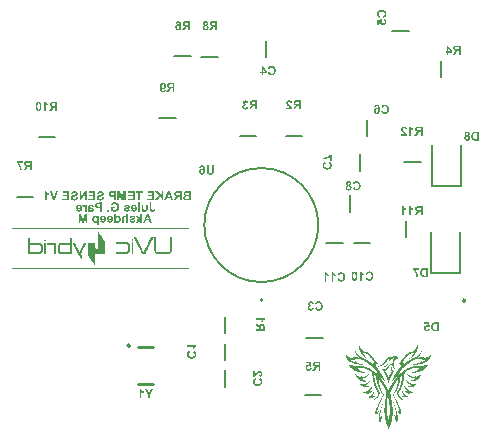
<source format=gbo>
G04*
G04 #@! TF.GenerationSoftware,Altium Limited,Altium Designer,18.1.9 (240)*
G04*
G04 Layer_Color=32896*
%FSLAX25Y25*%
%MOIN*%
G70*
G01*
G75*
%ADD10C,0.01000*%
%ADD13C,0.00787*%
%ADD50C,0.00600*%
G36*
X-24215Y-1072D02*
Y-1178D01*
Y-1285D01*
X-83201D01*
Y-1178D01*
Y-1072D01*
Y-966D01*
X-24215D01*
Y-1072D01*
D02*
G37*
G36*
X-42601Y-4792D02*
Y-4898D01*
Y-5004D01*
Y-5111D01*
Y-5217D01*
Y-5323D01*
Y-5429D01*
X-43239D01*
Y-5323D01*
Y-5217D01*
Y-5111D01*
Y-5004D01*
Y-4898D01*
Y-4792D01*
Y-4685D01*
X-42601D01*
Y-4792D01*
D02*
G37*
G36*
X-71723Y-5004D02*
Y-5111D01*
Y-5217D01*
Y-5323D01*
Y-5429D01*
Y-5536D01*
X-72467D01*
Y-5429D01*
Y-5323D01*
Y-5217D01*
Y-5111D01*
Y-5004D01*
Y-4898D01*
X-71723D01*
Y-5004D01*
D02*
G37*
G36*
X-63008Y-4473D02*
Y-4579D01*
Y-4685D01*
Y-4792D01*
Y-4898D01*
Y-5004D01*
Y-5111D01*
Y-5217D01*
Y-5323D01*
Y-5429D01*
Y-5536D01*
Y-5642D01*
Y-5748D01*
Y-5855D01*
Y-5961D01*
Y-6067D01*
Y-6174D01*
Y-6280D01*
Y-6386D01*
Y-6492D01*
Y-6599D01*
Y-6705D01*
Y-6811D01*
Y-6917D01*
Y-7024D01*
Y-7130D01*
Y-7236D01*
Y-7343D01*
Y-7449D01*
Y-7555D01*
Y-7661D01*
Y-7768D01*
Y-7874D01*
Y-7980D01*
Y-8087D01*
Y-8193D01*
Y-8299D01*
Y-8405D01*
Y-8512D01*
Y-8618D01*
Y-8724D01*
Y-8831D01*
Y-8937D01*
Y-9043D01*
Y-9149D01*
Y-9256D01*
Y-9362D01*
Y-9468D01*
Y-9574D01*
Y-9681D01*
Y-9787D01*
X-63327D01*
Y-9681D01*
X-63433D01*
Y-9574D01*
X-63539D01*
Y-9681D01*
X-63645D01*
Y-9787D01*
X-67259D01*
Y-9681D01*
Y-9574D01*
X-67472D01*
Y-9468D01*
X-67578D01*
Y-9362D01*
X-67684D01*
Y-9256D01*
X-67790D01*
Y-9149D01*
X-67897D01*
Y-9043D01*
Y-8937D01*
Y-8831D01*
Y-8724D01*
Y-8618D01*
Y-8512D01*
Y-8405D01*
Y-8299D01*
Y-8193D01*
Y-8087D01*
Y-7980D01*
Y-7874D01*
Y-7768D01*
Y-7661D01*
Y-7555D01*
Y-7449D01*
Y-7343D01*
Y-7236D01*
Y-7130D01*
Y-7024D01*
Y-6917D01*
Y-6811D01*
Y-6705D01*
X-67790D01*
Y-6599D01*
Y-6492D01*
X-67684D01*
Y-6599D01*
X-67578D01*
Y-6492D01*
Y-6386D01*
X-67472D01*
Y-6280D01*
X-67365D01*
Y-6174D01*
X-67259D01*
Y-6067D01*
X-63752D01*
Y-6174D01*
X-63645D01*
Y-6067D01*
Y-5961D01*
Y-5855D01*
Y-5748D01*
Y-5642D01*
Y-5536D01*
Y-5429D01*
Y-5323D01*
Y-5217D01*
Y-5111D01*
Y-5004D01*
Y-4898D01*
Y-4792D01*
Y-4685D01*
Y-4579D01*
Y-4473D01*
Y-4367D01*
X-63008D01*
Y-4473D01*
D02*
G37*
G36*
X-68322Y-6174D02*
Y-6280D01*
Y-6386D01*
Y-6492D01*
Y-6599D01*
Y-6705D01*
Y-6811D01*
Y-6917D01*
Y-7024D01*
Y-7130D01*
Y-7236D01*
Y-7343D01*
Y-7449D01*
Y-7555D01*
Y-7661D01*
Y-7768D01*
Y-7874D01*
Y-7980D01*
Y-8087D01*
Y-8193D01*
Y-8299D01*
Y-8405D01*
Y-8512D01*
Y-8618D01*
Y-8724D01*
Y-8831D01*
Y-8937D01*
Y-9043D01*
Y-9149D01*
Y-9256D01*
Y-9362D01*
Y-9468D01*
Y-9574D01*
Y-9681D01*
Y-9787D01*
X-69066D01*
Y-9681D01*
Y-9574D01*
Y-9468D01*
Y-9362D01*
Y-9256D01*
Y-9149D01*
Y-9043D01*
Y-8937D01*
Y-8831D01*
Y-8724D01*
Y-8618D01*
Y-8512D01*
Y-8405D01*
Y-8299D01*
Y-8193D01*
Y-8087D01*
Y-7980D01*
Y-7874D01*
Y-7768D01*
Y-7661D01*
Y-7555D01*
Y-7449D01*
Y-7343D01*
Y-7236D01*
Y-7130D01*
Y-7024D01*
Y-6917D01*
X-69172D01*
Y-6811D01*
X-69278D01*
Y-6705D01*
X-71298D01*
Y-6599D01*
Y-6492D01*
Y-6386D01*
Y-6280D01*
Y-6174D01*
Y-6067D01*
X-68959D01*
Y-6174D01*
X-68747D01*
Y-6067D01*
X-68322D01*
Y-6174D01*
D02*
G37*
G36*
X-54399Y-2241D02*
X-54293D01*
Y-2347D01*
Y-2454D01*
X-54186D01*
Y-2560D01*
X-54080D01*
Y-2666D01*
Y-2772D01*
X-53974D01*
Y-2879D01*
Y-2985D01*
X-53867D01*
Y-3091D01*
X-53761D01*
Y-3198D01*
X-53655D01*
Y-3304D01*
Y-3410D01*
X-53549D01*
Y-3517D01*
Y-3623D01*
X-53442D01*
Y-3729D01*
X-53336D01*
Y-3835D01*
X-53230D01*
Y-3942D01*
Y-4048D01*
Y-4154D01*
X-53017D01*
Y-4260D01*
Y-4367D01*
X-52911D01*
Y-4473D01*
X-52805D01*
Y-4579D01*
Y-4685D01*
X-52698D01*
Y-4792D01*
Y-4898D01*
X-52592D01*
Y-5004D01*
Y-5111D01*
X-52486D01*
Y-5217D01*
X-52273D01*
Y-5323D01*
Y-5429D01*
X-52167D01*
Y-5536D01*
X-52061D01*
Y-5642D01*
Y-5748D01*
X-51954D01*
Y-5855D01*
Y-5961D01*
Y-6067D01*
Y-6174D01*
Y-6280D01*
Y-6386D01*
Y-6492D01*
Y-6599D01*
Y-6705D01*
Y-6811D01*
Y-6917D01*
Y-7024D01*
Y-7130D01*
Y-7236D01*
Y-7343D01*
Y-7449D01*
Y-7555D01*
Y-7661D01*
Y-7768D01*
Y-7874D01*
Y-7980D01*
Y-8087D01*
Y-8193D01*
Y-8299D01*
Y-8405D01*
Y-8512D01*
Y-8618D01*
Y-8724D01*
Y-8831D01*
Y-8937D01*
Y-9043D01*
Y-9149D01*
Y-9256D01*
Y-9362D01*
Y-9468D01*
Y-9574D01*
Y-9681D01*
X-55355D01*
Y-9787D01*
Y-9893D01*
Y-10000D01*
Y-10106D01*
Y-10212D01*
Y-10318D01*
Y-10425D01*
Y-10531D01*
Y-10637D01*
Y-10744D01*
Y-10850D01*
Y-10956D01*
Y-11062D01*
Y-11169D01*
Y-11275D01*
Y-11381D01*
Y-11488D01*
Y-11594D01*
Y-11700D01*
Y-11806D01*
Y-11913D01*
Y-12019D01*
Y-12125D01*
Y-12232D01*
Y-12338D01*
Y-12444D01*
Y-12550D01*
Y-12657D01*
Y-12763D01*
Y-12869D01*
Y-12976D01*
Y-13082D01*
Y-13188D01*
Y-13294D01*
Y-13401D01*
Y-13507D01*
Y-13613D01*
Y-13720D01*
Y-13826D01*
X-55462D01*
Y-13720D01*
Y-13613D01*
Y-13507D01*
X-55568D01*
Y-13401D01*
X-55674D01*
Y-13294D01*
Y-13188D01*
X-55887D01*
Y-13082D01*
Y-12976D01*
Y-12869D01*
X-56099D01*
Y-12763D01*
Y-12657D01*
Y-12550D01*
X-56206D01*
Y-12444D01*
X-56312D01*
Y-12338D01*
Y-12232D01*
X-56418D01*
Y-12125D01*
X-56524D01*
Y-12019D01*
Y-11913D01*
X-56631D01*
Y-11806D01*
X-56843D01*
Y-11700D01*
Y-11594D01*
Y-11488D01*
X-56950D01*
Y-11381D01*
X-57056D01*
Y-11275D01*
X-57162D01*
Y-11169D01*
Y-11062D01*
X-57269D01*
Y-10956D01*
Y-10850D01*
X-57375D01*
Y-10744D01*
X-57481D01*
Y-10637D01*
Y-10531D01*
X-57587D01*
Y-10425D01*
Y-10318D01*
X-57800D01*
Y-10212D01*
X-57906D01*
Y-10106D01*
Y-10000D01*
Y-9893D01*
Y-9787D01*
Y-9681D01*
Y-9574D01*
Y-9468D01*
Y-9362D01*
Y-9256D01*
Y-9149D01*
Y-9043D01*
Y-8937D01*
Y-8831D01*
Y-8724D01*
Y-8618D01*
Y-8512D01*
Y-8405D01*
Y-8299D01*
Y-8193D01*
Y-8087D01*
Y-7980D01*
Y-7874D01*
Y-7768D01*
Y-7661D01*
Y-7555D01*
Y-7449D01*
Y-7343D01*
Y-7236D01*
Y-7130D01*
Y-7024D01*
Y-6917D01*
Y-6811D01*
Y-6705D01*
Y-6599D01*
Y-6492D01*
Y-6386D01*
Y-6280D01*
Y-6174D01*
Y-6067D01*
X-55355D01*
Y-6174D01*
Y-6280D01*
Y-6386D01*
Y-6492D01*
Y-6599D01*
Y-6705D01*
Y-6811D01*
Y-6917D01*
Y-7024D01*
Y-7130D01*
Y-7236D01*
Y-7343D01*
Y-7449D01*
Y-7555D01*
Y-7661D01*
Y-7768D01*
Y-7874D01*
X-55249D01*
Y-7980D01*
X-54505D01*
Y-7874D01*
Y-7768D01*
Y-7661D01*
Y-7555D01*
Y-7449D01*
Y-7343D01*
Y-7236D01*
Y-7130D01*
Y-7024D01*
Y-6917D01*
Y-6811D01*
Y-6705D01*
Y-6599D01*
Y-6492D01*
Y-6386D01*
Y-6280D01*
Y-6174D01*
Y-6067D01*
Y-5961D01*
Y-5855D01*
Y-5748D01*
Y-5642D01*
Y-5536D01*
Y-5429D01*
Y-5323D01*
Y-5217D01*
Y-5111D01*
Y-5004D01*
Y-4898D01*
Y-4792D01*
Y-4685D01*
Y-4579D01*
Y-4473D01*
Y-4367D01*
Y-4260D01*
Y-4154D01*
Y-4048D01*
Y-3942D01*
Y-3835D01*
Y-3729D01*
Y-3623D01*
Y-3517D01*
Y-3410D01*
Y-3304D01*
Y-3198D01*
Y-3091D01*
Y-2985D01*
Y-2879D01*
Y-2772D01*
Y-2666D01*
Y-2560D01*
Y-2454D01*
Y-2347D01*
Y-2241D01*
Y-2135D01*
X-54399D01*
Y-2241D01*
D02*
G37*
G36*
X-29635Y-4260D02*
Y-4367D01*
Y-4473D01*
Y-4579D01*
Y-4685D01*
Y-4792D01*
Y-4898D01*
Y-5004D01*
Y-5111D01*
Y-5217D01*
Y-5323D01*
Y-5429D01*
Y-5536D01*
Y-5642D01*
Y-5748D01*
Y-5855D01*
Y-5961D01*
Y-6067D01*
Y-6174D01*
Y-6280D01*
Y-6386D01*
Y-6492D01*
Y-6599D01*
Y-6705D01*
Y-6811D01*
Y-6917D01*
Y-7024D01*
Y-7130D01*
Y-7236D01*
Y-7343D01*
Y-7449D01*
Y-7555D01*
Y-7661D01*
Y-7768D01*
Y-7874D01*
Y-7980D01*
Y-8087D01*
Y-8193D01*
Y-8299D01*
Y-8405D01*
Y-8512D01*
Y-8618D01*
Y-8724D01*
Y-8831D01*
Y-8937D01*
X-29741D01*
Y-9043D01*
X-29848D01*
Y-9149D01*
X-29954D01*
Y-9256D01*
X-30060D01*
Y-9362D01*
X-30167D01*
Y-9468D01*
X-30273D01*
Y-9574D01*
X-34949D01*
Y-9468D01*
X-35162D01*
Y-9362D01*
Y-9256D01*
X-35374D01*
Y-9149D01*
X-35481D01*
Y-9043D01*
X-35587D01*
Y-8937D01*
Y-8831D01*
X-35693D01*
Y-8724D01*
Y-8618D01*
Y-8512D01*
Y-8405D01*
Y-8299D01*
Y-8193D01*
Y-8087D01*
Y-7980D01*
Y-7874D01*
Y-7768D01*
Y-7661D01*
Y-7555D01*
Y-7449D01*
Y-7343D01*
Y-7236D01*
Y-7130D01*
Y-7024D01*
Y-6917D01*
Y-6811D01*
Y-6705D01*
Y-6599D01*
Y-6492D01*
Y-6386D01*
Y-6280D01*
Y-6174D01*
Y-6067D01*
Y-5961D01*
Y-5855D01*
Y-5748D01*
Y-5642D01*
Y-5536D01*
Y-5429D01*
Y-5323D01*
Y-5217D01*
Y-5111D01*
Y-5004D01*
Y-4898D01*
Y-4792D01*
Y-4685D01*
Y-4579D01*
Y-4473D01*
Y-4367D01*
Y-4260D01*
Y-4154D01*
X-34949D01*
Y-4260D01*
Y-4367D01*
Y-4473D01*
Y-4579D01*
Y-4685D01*
Y-4792D01*
Y-4898D01*
Y-5004D01*
Y-5111D01*
Y-5217D01*
Y-5323D01*
Y-5429D01*
Y-5536D01*
Y-5642D01*
Y-5748D01*
Y-5855D01*
Y-5961D01*
Y-6067D01*
Y-6174D01*
Y-6280D01*
Y-6386D01*
Y-6492D01*
Y-6599D01*
Y-6705D01*
Y-6811D01*
Y-6917D01*
Y-7024D01*
Y-7130D01*
Y-7236D01*
Y-7343D01*
Y-7449D01*
Y-7555D01*
Y-7661D01*
Y-7768D01*
Y-7874D01*
Y-7980D01*
Y-8087D01*
Y-8193D01*
Y-8299D01*
Y-8405D01*
Y-8512D01*
Y-8618D01*
Y-8724D01*
X-34843D01*
Y-8831D01*
X-34737D01*
Y-8937D01*
X-30485D01*
Y-8831D01*
Y-8724D01*
X-30379D01*
Y-8618D01*
X-30273D01*
Y-8512D01*
Y-8405D01*
Y-8299D01*
Y-8193D01*
Y-8087D01*
Y-7980D01*
Y-7874D01*
Y-7768D01*
Y-7661D01*
Y-7555D01*
Y-7449D01*
Y-7343D01*
Y-7236D01*
Y-7130D01*
Y-7024D01*
Y-6917D01*
Y-6811D01*
Y-6705D01*
Y-6599D01*
Y-6492D01*
Y-6386D01*
Y-6280D01*
Y-6174D01*
Y-6067D01*
Y-5961D01*
Y-5855D01*
Y-5748D01*
Y-5642D01*
Y-5536D01*
Y-5429D01*
Y-5323D01*
Y-5217D01*
Y-5111D01*
Y-5004D01*
Y-4898D01*
Y-4792D01*
Y-4685D01*
Y-4579D01*
Y-4473D01*
Y-4367D01*
Y-4260D01*
Y-4154D01*
X-29635D01*
Y-4260D01*
D02*
G37*
G36*
X-44408Y-5961D02*
X-44302D01*
Y-6067D01*
X-44196D01*
Y-6174D01*
X-44089D01*
Y-6280D01*
Y-6386D01*
X-43877D01*
Y-6492D01*
X-43771D01*
Y-6599D01*
Y-6705D01*
Y-6811D01*
Y-6917D01*
Y-7024D01*
Y-7130D01*
Y-7236D01*
Y-7343D01*
Y-7449D01*
Y-7555D01*
Y-7661D01*
Y-7768D01*
Y-7874D01*
Y-7980D01*
Y-8087D01*
Y-8193D01*
Y-8299D01*
Y-8405D01*
Y-8512D01*
Y-8618D01*
Y-8724D01*
Y-8831D01*
Y-8937D01*
Y-9043D01*
X-43877D01*
Y-9149D01*
X-43983D01*
Y-9256D01*
X-44089D01*
Y-9362D01*
X-44196D01*
Y-9468D01*
X-44302D01*
Y-9574D01*
X-48341D01*
Y-9468D01*
Y-9362D01*
Y-9256D01*
Y-9149D01*
Y-9043D01*
Y-8937D01*
X-44621D01*
Y-8831D01*
X-44515D01*
Y-8937D01*
X-44408D01*
Y-8831D01*
X-44515D01*
Y-8724D01*
X-44408D01*
Y-8618D01*
Y-8512D01*
Y-8405D01*
Y-8299D01*
Y-8193D01*
Y-8087D01*
Y-7980D01*
Y-7874D01*
Y-7768D01*
Y-7661D01*
Y-7555D01*
Y-7449D01*
Y-7343D01*
Y-7236D01*
Y-7130D01*
Y-7024D01*
Y-6917D01*
Y-6811D01*
X-44515D01*
Y-6705D01*
X-44408D01*
Y-6599D01*
X-44727D01*
Y-6492D01*
X-48341D01*
Y-6386D01*
Y-6280D01*
Y-6174D01*
Y-6067D01*
Y-5961D01*
Y-5855D01*
X-44408D01*
Y-5961D01*
D02*
G37*
G36*
X-35906Y-4260D02*
X-36118D01*
Y-4367D01*
X-36012D01*
Y-4473D01*
X-36118D01*
Y-4579D01*
Y-4685D01*
X-36225D01*
Y-4792D01*
Y-4898D01*
X-36331D01*
Y-5004D01*
Y-5111D01*
X-36437D01*
Y-5217D01*
Y-5323D01*
X-36544D01*
Y-5429D01*
X-36650D01*
Y-5536D01*
Y-5642D01*
Y-5748D01*
X-36756D01*
Y-5855D01*
Y-5961D01*
X-36969D01*
Y-6067D01*
X-36862D01*
Y-6174D01*
X-36969D01*
Y-6280D01*
Y-6386D01*
X-37075D01*
Y-6492D01*
Y-6599D01*
X-37181D01*
Y-6705D01*
Y-6811D01*
X-37288D01*
Y-6917D01*
Y-7024D01*
X-37394D01*
Y-7130D01*
X-37500D01*
Y-7236D01*
Y-7343D01*
Y-7449D01*
X-37606D01*
Y-7555D01*
Y-7661D01*
X-37819D01*
Y-7768D01*
X-37713D01*
Y-7874D01*
X-37819D01*
Y-7980D01*
Y-8087D01*
X-37925D01*
Y-8193D01*
Y-8299D01*
X-38031D01*
Y-8405D01*
Y-8512D01*
X-38138D01*
Y-8618D01*
Y-8724D01*
X-38244D01*
Y-8831D01*
X-38350D01*
Y-8937D01*
Y-9043D01*
Y-9149D01*
X-38456D01*
Y-9256D01*
Y-9362D01*
X-38669D01*
Y-9468D01*
X-38563D01*
Y-9574D01*
X-39732D01*
Y-9468D01*
X-39838D01*
Y-9362D01*
X-39944D01*
Y-9256D01*
Y-9149D01*
X-40051D01*
Y-9043D01*
Y-8937D01*
X-40157D01*
Y-8831D01*
Y-8724D01*
X-40263D01*
Y-8618D01*
Y-8512D01*
X-40370D01*
Y-8405D01*
Y-8299D01*
X-40476D01*
Y-8193D01*
Y-8087D01*
X-40582D01*
Y-7980D01*
Y-7874D01*
Y-7768D01*
X-40688D01*
Y-7661D01*
X-40795D01*
Y-7555D01*
Y-7449D01*
X-40901D01*
Y-7343D01*
Y-7236D01*
X-41007D01*
Y-7130D01*
Y-7024D01*
X-41114D01*
Y-6917D01*
Y-6811D01*
X-41220D01*
Y-6705D01*
Y-6599D01*
X-41326D01*
Y-6492D01*
Y-6386D01*
X-41432D01*
Y-6280D01*
Y-6174D01*
Y-6067D01*
X-41539D01*
Y-5961D01*
X-41645D01*
Y-5855D01*
Y-5748D01*
X-41751D01*
Y-5642D01*
Y-5536D01*
X-41858D01*
Y-5429D01*
Y-5323D01*
X-41964D01*
Y-5217D01*
Y-5111D01*
X-42070D01*
Y-5004D01*
Y-4898D01*
X-42176D01*
Y-4792D01*
Y-4685D01*
X-42283D01*
Y-4579D01*
Y-4473D01*
Y-4367D01*
X-42389D01*
Y-4260D01*
X-42495D01*
Y-4154D01*
X-41645D01*
Y-4260D01*
Y-4367D01*
X-41539D01*
Y-4473D01*
Y-4579D01*
X-41432D01*
Y-4685D01*
Y-4792D01*
X-41326D01*
Y-4898D01*
Y-5004D01*
X-41220D01*
Y-5111D01*
X-41326D01*
Y-5217D01*
X-41220D01*
Y-5323D01*
X-41114D01*
Y-5429D01*
X-41007D01*
Y-5536D01*
Y-5642D01*
X-40901D01*
Y-5748D01*
X-41007D01*
Y-5855D01*
X-40795D01*
Y-5961D01*
Y-6067D01*
X-40688D01*
Y-6174D01*
Y-6280D01*
X-40582D01*
Y-6386D01*
Y-6492D01*
X-40476D01*
Y-6599D01*
Y-6705D01*
X-40370D01*
Y-6811D01*
X-40476D01*
Y-6917D01*
X-40370D01*
Y-7024D01*
X-40263D01*
Y-7130D01*
X-40157D01*
Y-7236D01*
Y-7343D01*
X-40051D01*
Y-7449D01*
X-40157D01*
Y-7555D01*
X-39944D01*
Y-7661D01*
Y-7768D01*
X-39838D01*
Y-7874D01*
Y-7980D01*
X-39732D01*
Y-8087D01*
Y-8193D01*
X-39626D01*
Y-8299D01*
Y-8405D01*
X-39519D01*
Y-8512D01*
X-39626D01*
Y-8618D01*
X-39519D01*
Y-8724D01*
X-39413D01*
Y-8831D01*
X-39307D01*
Y-8937D01*
Y-9043D01*
X-39094D01*
Y-8937D01*
Y-8831D01*
Y-8724D01*
X-38988D01*
Y-8618D01*
Y-8512D01*
X-38882D01*
Y-8405D01*
Y-8299D01*
X-38775D01*
Y-8193D01*
Y-8087D01*
X-38669D01*
Y-7980D01*
Y-7874D01*
X-38563D01*
Y-7768D01*
Y-7661D01*
X-38456D01*
Y-7555D01*
Y-7449D01*
X-38350D01*
Y-7343D01*
X-38244D01*
Y-7236D01*
Y-7130D01*
Y-7024D01*
X-38138D01*
Y-6917D01*
Y-6811D01*
X-38031D01*
Y-6705D01*
Y-6599D01*
X-37819D01*
Y-6492D01*
X-37925D01*
Y-6386D01*
X-37819D01*
Y-6280D01*
Y-6174D01*
X-37713D01*
Y-6067D01*
Y-5961D01*
X-37606D01*
Y-5855D01*
Y-5748D01*
X-37500D01*
Y-5642D01*
X-37394D01*
Y-5536D01*
Y-5429D01*
Y-5323D01*
X-37288D01*
Y-5217D01*
Y-5111D01*
X-37181D01*
Y-5004D01*
Y-4898D01*
X-37075D01*
Y-4792D01*
Y-4685D01*
X-36969D01*
Y-4579D01*
Y-4473D01*
X-36862D01*
Y-4367D01*
Y-4260D01*
X-36756D01*
Y-4154D01*
X-35906D01*
Y-4260D01*
D02*
G37*
G36*
X-58331Y-6174D02*
X-58438D01*
Y-6280D01*
Y-6386D01*
X-58544D01*
Y-6492D01*
Y-6599D01*
X-58650D01*
Y-6705D01*
Y-6811D01*
X-58756D01*
Y-6917D01*
X-58863D01*
Y-7024D01*
Y-7130D01*
Y-7236D01*
X-58969D01*
Y-7343D01*
Y-7449D01*
X-59075D01*
Y-7555D01*
X-59182D01*
Y-7661D01*
Y-7768D01*
Y-7874D01*
X-59288D01*
Y-7980D01*
Y-8087D01*
X-59394D01*
Y-8193D01*
Y-8299D01*
X-59500D01*
Y-8405D01*
Y-8512D01*
X-59607D01*
Y-8618D01*
X-59713D01*
Y-8724D01*
Y-8831D01*
Y-8937D01*
X-59819D01*
Y-9043D01*
Y-9149D01*
X-59926D01*
Y-9256D01*
X-60032D01*
Y-9362D01*
Y-9468D01*
Y-9574D01*
X-60138D01*
Y-9681D01*
Y-9787D01*
Y-9893D01*
Y-10000D01*
X-60032D01*
Y-10106D01*
Y-10212D01*
X-59926D01*
Y-10318D01*
Y-10425D01*
X-59819D01*
Y-10531D01*
X-59926D01*
Y-10637D01*
X-59713D01*
Y-10744D01*
Y-10850D01*
X-59607D01*
Y-10956D01*
Y-11062D01*
Y-11169D01*
Y-11275D01*
X-59394D01*
Y-11381D01*
Y-11488D01*
X-59500D01*
Y-11381D01*
X-59607D01*
Y-11488D01*
X-60244D01*
Y-11381D01*
Y-11275D01*
Y-11169D01*
Y-11062D01*
X-60457D01*
Y-10956D01*
Y-10850D01*
X-60563D01*
Y-10744D01*
Y-10637D01*
Y-10531D01*
X-60669D01*
Y-10425D01*
X-60776D01*
Y-10318D01*
Y-10212D01*
X-60882D01*
Y-10106D01*
Y-10000D01*
X-60988D01*
Y-9893D01*
Y-9787D01*
X-61095D01*
Y-9681D01*
Y-9574D01*
X-61201D01*
Y-9468D01*
X-61095D01*
Y-9362D01*
X-61307D01*
Y-9256D01*
Y-9149D01*
X-61414D01*
Y-9043D01*
Y-8937D01*
X-61520D01*
Y-8831D01*
Y-8724D01*
X-61626D01*
Y-8618D01*
Y-8512D01*
X-61732D01*
Y-8405D01*
Y-8299D01*
X-61839D01*
Y-8193D01*
Y-8087D01*
X-61945D01*
Y-7980D01*
Y-7874D01*
X-62051D01*
Y-7768D01*
Y-7661D01*
X-62157D01*
Y-7555D01*
Y-7449D01*
X-62264D01*
Y-7343D01*
Y-7236D01*
X-62370D01*
Y-7130D01*
Y-7024D01*
X-62476D01*
Y-6917D01*
Y-6811D01*
X-62583D01*
Y-6705D01*
Y-6599D01*
X-62689D01*
Y-6492D01*
Y-6386D01*
X-62795D01*
Y-6280D01*
Y-6174D01*
X-62901D01*
Y-6067D01*
X-62157D01*
Y-6174D01*
X-61945D01*
Y-6280D01*
Y-6386D01*
X-61839D01*
Y-6492D01*
Y-6599D01*
X-61732D01*
Y-6705D01*
Y-6811D01*
X-61626D01*
Y-6917D01*
Y-7024D01*
X-61520D01*
Y-7130D01*
X-61626D01*
Y-7236D01*
X-61414D01*
Y-7343D01*
Y-7449D01*
X-61307D01*
Y-7555D01*
Y-7661D01*
Y-7768D01*
Y-7874D01*
X-61095D01*
Y-7980D01*
Y-8087D01*
X-60988D01*
Y-8193D01*
Y-8299D01*
X-60882D01*
Y-8405D01*
Y-8512D01*
X-60776D01*
Y-8618D01*
Y-8724D01*
X-60669D01*
Y-8831D01*
X-60776D01*
Y-8937D01*
X-60669D01*
Y-9043D01*
X-60563D01*
Y-8937D01*
Y-8831D01*
X-60457D01*
Y-8724D01*
Y-8618D01*
X-60351D01*
Y-8512D01*
Y-8405D01*
X-60244D01*
Y-8299D01*
X-60138D01*
Y-8193D01*
Y-8087D01*
Y-7980D01*
X-60032D01*
Y-7874D01*
Y-7768D01*
X-59926D01*
Y-7661D01*
Y-7555D01*
X-59819D01*
Y-7449D01*
Y-7343D01*
X-59713D01*
Y-7236D01*
Y-7130D01*
X-59607D01*
Y-7024D01*
Y-6917D01*
X-59500D01*
Y-6811D01*
Y-6705D01*
X-59394D01*
Y-6599D01*
X-59288D01*
Y-6492D01*
Y-6386D01*
Y-6280D01*
X-59182D01*
Y-6174D01*
Y-6067D01*
X-58331D01*
Y-6174D01*
D02*
G37*
G36*
X-42601Y-5961D02*
Y-6067D01*
Y-6174D01*
Y-6280D01*
Y-6386D01*
Y-6492D01*
Y-6599D01*
Y-6705D01*
Y-6811D01*
Y-6917D01*
Y-7024D01*
Y-7130D01*
Y-7236D01*
Y-7343D01*
Y-7449D01*
Y-7555D01*
Y-7661D01*
Y-7768D01*
Y-7874D01*
Y-7980D01*
Y-8087D01*
Y-8193D01*
Y-8299D01*
Y-8405D01*
Y-8512D01*
Y-8618D01*
Y-8724D01*
Y-8831D01*
Y-8937D01*
Y-9043D01*
Y-9149D01*
Y-9256D01*
Y-9362D01*
Y-9468D01*
Y-9574D01*
X-43239D01*
Y-9468D01*
Y-9362D01*
Y-9256D01*
Y-9149D01*
Y-9043D01*
Y-8937D01*
Y-8831D01*
Y-8724D01*
Y-8618D01*
Y-8512D01*
Y-8405D01*
Y-8299D01*
Y-8193D01*
Y-8087D01*
Y-7980D01*
Y-7874D01*
Y-7768D01*
Y-7661D01*
Y-7555D01*
Y-7449D01*
Y-7343D01*
Y-7236D01*
Y-7130D01*
Y-7024D01*
Y-6917D01*
Y-6811D01*
Y-6705D01*
Y-6599D01*
Y-6492D01*
Y-6386D01*
Y-6280D01*
Y-6174D01*
Y-6067D01*
Y-5961D01*
Y-5855D01*
X-42601D01*
Y-5961D01*
D02*
G37*
G36*
X-71723Y-6174D02*
Y-6280D01*
Y-6386D01*
Y-6492D01*
Y-6599D01*
Y-6705D01*
Y-6811D01*
Y-6917D01*
Y-7024D01*
Y-7130D01*
Y-7236D01*
Y-7343D01*
Y-7449D01*
Y-7555D01*
Y-7661D01*
Y-7768D01*
Y-7874D01*
Y-7980D01*
Y-8087D01*
Y-8193D01*
Y-8299D01*
Y-8405D01*
Y-8512D01*
Y-8618D01*
Y-8724D01*
Y-8831D01*
Y-8937D01*
Y-9043D01*
Y-9149D01*
Y-9256D01*
Y-9362D01*
Y-9468D01*
Y-9574D01*
Y-9681D01*
Y-9787D01*
X-72467D01*
Y-9681D01*
Y-9574D01*
Y-9468D01*
Y-9362D01*
Y-9256D01*
Y-9149D01*
Y-9043D01*
Y-8937D01*
Y-8831D01*
Y-8724D01*
Y-8618D01*
Y-8512D01*
Y-8405D01*
Y-8299D01*
Y-8193D01*
Y-8087D01*
Y-7980D01*
Y-7874D01*
Y-7768D01*
Y-7661D01*
Y-7555D01*
Y-7449D01*
Y-7343D01*
Y-7236D01*
Y-7130D01*
Y-7024D01*
Y-6917D01*
Y-6811D01*
Y-6705D01*
Y-6599D01*
Y-6492D01*
Y-6386D01*
Y-6280D01*
Y-6174D01*
Y-6067D01*
X-71723D01*
Y-6174D01*
D02*
G37*
G36*
X-77143Y-4473D02*
Y-4579D01*
Y-4685D01*
Y-4792D01*
Y-4898D01*
Y-5004D01*
Y-5111D01*
Y-5217D01*
Y-5323D01*
Y-5429D01*
Y-5536D01*
Y-5642D01*
Y-5748D01*
Y-5855D01*
Y-5961D01*
Y-6067D01*
Y-6174D01*
X-76931D01*
Y-6067D01*
X-73530D01*
Y-6174D01*
X-73423D01*
Y-6280D01*
X-73317D01*
Y-6386D01*
X-73211D01*
Y-6492D01*
X-73105D01*
Y-6599D01*
X-72998D01*
Y-6705D01*
X-72892D01*
Y-6811D01*
Y-6917D01*
Y-7024D01*
Y-7130D01*
Y-7236D01*
Y-7343D01*
Y-7449D01*
Y-7555D01*
Y-7661D01*
Y-7768D01*
Y-7874D01*
Y-7980D01*
Y-8087D01*
Y-8193D01*
Y-8299D01*
Y-8405D01*
Y-8512D01*
Y-8618D01*
Y-8724D01*
Y-8831D01*
Y-8937D01*
Y-9043D01*
Y-9149D01*
X-72998D01*
Y-9256D01*
X-73211D01*
Y-9362D01*
Y-9468D01*
X-73317D01*
Y-9574D01*
X-73530D01*
Y-9681D01*
X-73636D01*
Y-9787D01*
X-77143D01*
Y-9681D01*
Y-9574D01*
X-77356D01*
Y-9681D01*
X-77462D01*
Y-9787D01*
X-77781D01*
Y-9681D01*
Y-9574D01*
Y-9468D01*
Y-9362D01*
Y-9256D01*
Y-9149D01*
Y-9043D01*
Y-8937D01*
Y-8831D01*
Y-8724D01*
Y-8618D01*
Y-8512D01*
Y-8405D01*
Y-8299D01*
Y-8193D01*
Y-8087D01*
Y-7980D01*
Y-7874D01*
Y-7768D01*
Y-7661D01*
Y-7555D01*
Y-7449D01*
Y-7343D01*
Y-7236D01*
Y-7130D01*
Y-7024D01*
Y-6917D01*
Y-6811D01*
Y-6705D01*
Y-6599D01*
Y-6492D01*
Y-6386D01*
Y-6280D01*
Y-6174D01*
Y-6067D01*
Y-5961D01*
Y-5855D01*
Y-5748D01*
Y-5642D01*
Y-5536D01*
Y-5429D01*
Y-5323D01*
Y-5217D01*
Y-5111D01*
Y-5004D01*
Y-4898D01*
Y-4792D01*
Y-4685D01*
Y-4579D01*
Y-4473D01*
Y-4367D01*
X-77143D01*
Y-4473D01*
D02*
G37*
G36*
X-24215Y-14464D02*
Y-14570D01*
Y-14676D01*
X-83201D01*
Y-14570D01*
Y-14464D01*
Y-14357D01*
X-24215D01*
Y-14464D01*
D02*
G37*
G36*
X56558Y-43133D02*
Y-43202D01*
X56489D01*
Y-43133D01*
Y-43064D01*
X56558D01*
Y-43133D01*
D02*
G37*
G36*
X44864Y-43683D02*
X45070D01*
Y-43752D01*
X45208D01*
Y-43821D01*
X45277D01*
Y-43890D01*
X45346D01*
Y-43959D01*
X45414D01*
Y-44027D01*
X45483D01*
Y-44096D01*
X45552D01*
Y-44165D01*
Y-44234D01*
X45621D01*
Y-44302D01*
Y-44371D01*
X45690D01*
Y-44440D01*
Y-44509D01*
Y-44578D01*
Y-44646D01*
Y-44715D01*
Y-44784D01*
Y-44853D01*
X45552D01*
Y-44784D01*
X45346D01*
Y-44715D01*
X45002D01*
Y-44784D01*
X44864D01*
Y-44853D01*
X44795D01*
Y-44921D01*
X44658D01*
Y-44990D01*
Y-45059D01*
X44589D01*
Y-45128D01*
X44520D01*
Y-45197D01*
Y-45265D01*
X44451D01*
Y-45334D01*
Y-45403D01*
X44383D01*
Y-45472D01*
Y-45541D01*
X44314D01*
Y-45609D01*
Y-45678D01*
Y-45747D01*
X44245D01*
Y-45816D01*
Y-45884D01*
Y-45953D01*
X44176D01*
Y-46022D01*
Y-46091D01*
Y-46160D01*
Y-46228D01*
Y-46297D01*
X44107D01*
Y-46366D01*
Y-46435D01*
Y-46504D01*
Y-46572D01*
Y-46641D01*
Y-46710D01*
Y-46779D01*
Y-46848D01*
Y-46916D01*
Y-46985D01*
Y-47054D01*
Y-47123D01*
Y-47192D01*
Y-47260D01*
Y-47329D01*
X44176D01*
Y-47398D01*
Y-47467D01*
Y-47535D01*
X44245D01*
Y-47604D01*
X44314D01*
Y-47673D01*
X44383D01*
Y-47742D01*
X44451D01*
Y-47811D01*
X44520D01*
Y-47879D01*
X44658D01*
Y-47948D01*
X44314D01*
Y-47879D01*
X44176D01*
Y-47811D01*
X44107D01*
Y-47742D01*
X44039D01*
Y-47673D01*
X43970D01*
Y-47604D01*
Y-47535D01*
X43901D01*
Y-47467D01*
Y-47398D01*
X43832D01*
Y-47329D01*
Y-47260D01*
Y-47192D01*
Y-47123D01*
X43764D01*
Y-47054D01*
Y-46985D01*
Y-46916D01*
X43695D01*
Y-46848D01*
Y-46779D01*
Y-46710D01*
Y-46641D01*
Y-46572D01*
Y-46504D01*
Y-46435D01*
Y-46366D01*
Y-46297D01*
Y-46228D01*
Y-46160D01*
Y-46091D01*
Y-46022D01*
Y-45953D01*
X43764D01*
Y-45884D01*
Y-45816D01*
Y-45747D01*
Y-45678D01*
X43832D01*
Y-45609D01*
Y-45541D01*
Y-45472D01*
Y-45403D01*
X43901D01*
Y-45334D01*
Y-45265D01*
Y-45197D01*
X43970D01*
Y-45128D01*
Y-45059D01*
Y-44990D01*
X44039D01*
Y-44921D01*
Y-44853D01*
Y-44784D01*
X44107D01*
Y-44715D01*
Y-44646D01*
X44176D01*
Y-44578D01*
Y-44509D01*
Y-44440D01*
X44245D01*
Y-44371D01*
Y-44302D01*
X44176D01*
Y-44371D01*
X44107D01*
Y-44440D01*
X43970D01*
Y-44509D01*
X43832D01*
Y-44578D01*
X43626D01*
Y-44646D01*
X43213D01*
Y-44715D01*
X43145D01*
Y-44784D01*
Y-44853D01*
X43076D01*
Y-44921D01*
Y-44990D01*
X43007D01*
Y-45059D01*
X42938D01*
Y-45128D01*
X42869D01*
Y-45197D01*
X42801D01*
Y-45265D01*
X42732D01*
Y-45334D01*
X42663D01*
Y-45265D01*
Y-45197D01*
Y-45128D01*
X42732D01*
Y-45059D01*
Y-44990D01*
Y-44921D01*
Y-44853D01*
X42801D01*
Y-44784D01*
Y-44715D01*
X42594D01*
Y-44784D01*
X42457D01*
Y-44853D01*
X42388D01*
Y-44921D01*
X42250D01*
Y-44990D01*
X42182D01*
Y-45059D01*
X42113D01*
Y-45128D01*
Y-45197D01*
X42044D01*
Y-45265D01*
X41975D01*
Y-45334D01*
X41906D01*
Y-45403D01*
Y-45472D01*
X41837D01*
Y-45541D01*
X41769D01*
Y-45609D01*
X41700D01*
Y-45678D01*
Y-45747D01*
X41631D01*
Y-45816D01*
X41562D01*
Y-45884D01*
Y-45953D01*
X41494D01*
Y-46022D01*
X41425D01*
Y-46091D01*
X41356D01*
Y-46160D01*
Y-46228D01*
X41287D01*
Y-46297D01*
X41219D01*
Y-46366D01*
X41081D01*
Y-46435D01*
X41012D01*
Y-46504D01*
X40943D01*
Y-46572D01*
X40874D01*
Y-46641D01*
X40737D01*
Y-46710D01*
X40668D01*
Y-46779D01*
X40531D01*
Y-46848D01*
X40393D01*
Y-46916D01*
X40187D01*
Y-46985D01*
X40049D01*
Y-47054D01*
X39843D01*
Y-47123D01*
X39568D01*
Y-47192D01*
X39292D01*
Y-47260D01*
X39017D01*
Y-47192D01*
X39224D01*
Y-47123D01*
X39361D01*
Y-47054D01*
X39499D01*
Y-46985D01*
X39636D01*
Y-46916D01*
X39705D01*
Y-46848D01*
X39843D01*
Y-46779D01*
X39911D01*
Y-46710D01*
X40049D01*
Y-46641D01*
X40118D01*
Y-46572D01*
X40187D01*
Y-46504D01*
X40255D01*
Y-46435D01*
X40324D01*
Y-46366D01*
X40393D01*
Y-46297D01*
X40462D01*
Y-46228D01*
X40531D01*
Y-46160D01*
X40599D01*
Y-46091D01*
X40668D01*
Y-46022D01*
X40737D01*
Y-45953D01*
X40806D01*
Y-45884D01*
X40874D01*
Y-45816D01*
X40943D01*
Y-45747D01*
X41012D01*
Y-45678D01*
Y-45609D01*
X41081D01*
Y-45541D01*
X41150D01*
Y-45472D01*
X41219D01*
Y-45403D01*
Y-45334D01*
X41287D01*
Y-45265D01*
X41356D01*
Y-45197D01*
Y-45128D01*
X41425D01*
Y-45059D01*
Y-44990D01*
X41494D01*
Y-44921D01*
X41562D01*
Y-44853D01*
Y-44784D01*
X41631D01*
Y-44715D01*
Y-44646D01*
X41700D01*
Y-44578D01*
X41769D01*
Y-44509D01*
Y-44440D01*
X41837D01*
Y-44371D01*
X41906D01*
Y-44302D01*
X41975D01*
Y-44234D01*
X42113D01*
Y-44165D01*
X42182D01*
Y-44096D01*
X42319D01*
Y-44027D01*
X42525D01*
Y-43959D01*
X42869D01*
Y-44027D01*
X43076D01*
Y-44096D01*
X43282D01*
Y-44165D01*
X43488D01*
Y-44096D01*
X43557D01*
Y-44027D01*
X43695D01*
Y-43959D01*
X43764D01*
Y-43890D01*
X43901D01*
Y-43821D01*
X44039D01*
Y-43752D01*
X44245D01*
Y-43683D01*
X44451D01*
Y-43615D01*
X44864D01*
Y-43683D01*
D02*
G37*
G36*
X49060Y-44921D02*
X48991D01*
Y-44853D01*
X49060D01*
Y-44921D01*
D02*
G37*
G36*
X48991Y-44990D02*
X48923D01*
Y-44921D01*
X48991D01*
Y-44990D01*
D02*
G37*
G36*
X42250Y-46091D02*
Y-46160D01*
Y-46228D01*
X42182D01*
Y-46297D01*
Y-46366D01*
Y-46435D01*
X42113D01*
Y-46504D01*
Y-46572D01*
X42044D01*
Y-46641D01*
X41975D01*
Y-46710D01*
Y-46779D01*
X41906D01*
Y-46848D01*
X41837D01*
Y-46916D01*
X41769D01*
Y-46985D01*
X41700D01*
Y-47054D01*
X41631D01*
Y-47123D01*
X41562D01*
Y-47192D01*
X41494D01*
Y-47260D01*
X41356D01*
Y-47329D01*
X41219D01*
Y-47398D01*
X41081D01*
Y-47467D01*
X40806D01*
Y-47535D01*
X40462D01*
Y-47467D01*
X40531D01*
Y-47398D01*
X40737D01*
Y-47329D01*
X40874D01*
Y-47260D01*
X40943D01*
Y-47192D01*
X41081D01*
Y-47123D01*
X41150D01*
Y-47054D01*
X41287D01*
Y-46985D01*
X41356D01*
Y-46916D01*
X41425D01*
Y-46848D01*
X41494D01*
Y-46779D01*
X41631D01*
Y-46710D01*
X41700D01*
Y-46641D01*
Y-46572D01*
X41769D01*
Y-46504D01*
X41837D01*
Y-46435D01*
X41906D01*
Y-46366D01*
X41975D01*
Y-46297D01*
X42044D01*
Y-46228D01*
X42113D01*
Y-46160D01*
Y-46091D01*
X42182D01*
Y-46022D01*
X42250D01*
Y-46091D01*
D02*
G37*
G36*
X36335Y-49461D02*
X36266D01*
Y-49393D01*
X36335D01*
Y-49461D01*
D02*
G37*
G36*
X53394Y-49805D02*
X53325D01*
Y-49737D01*
X53394D01*
Y-49805D01*
D02*
G37*
G36*
X36266Y-49530D02*
Y-49599D01*
X36197D01*
Y-49668D01*
X36128D01*
Y-49737D01*
Y-49805D01*
X36059D01*
Y-49874D01*
X35991D01*
Y-49943D01*
X35922D01*
Y-50012D01*
X35853D01*
Y-50081D01*
Y-50149D01*
X35784D01*
Y-50218D01*
X35715D01*
Y-50287D01*
X35647D01*
Y-50356D01*
X35578D01*
Y-50424D01*
X35440D01*
Y-50493D01*
X35372D01*
Y-50562D01*
X35303D01*
Y-50631D01*
X35234D01*
Y-50700D01*
X35096D01*
Y-50768D01*
X34959D01*
Y-50837D01*
X34890D01*
Y-50906D01*
X34753D01*
Y-50975D01*
X34615D01*
Y-51043D01*
X34409D01*
Y-51112D01*
X34202D01*
Y-51181D01*
X33858D01*
Y-51250D01*
X33377D01*
Y-51319D01*
X33446D01*
Y-51388D01*
X33583D01*
Y-51456D01*
X33652D01*
Y-51525D01*
X33790D01*
Y-51594D01*
X33927D01*
Y-51663D01*
X34065D01*
Y-51731D01*
X34202D01*
Y-51800D01*
X34340D01*
Y-51869D01*
X34546D01*
Y-51938D01*
X34753D01*
Y-52007D01*
X35028D01*
Y-52075D01*
X35234D01*
Y-52144D01*
X35303D01*
Y-52213D01*
X34821D01*
Y-52282D01*
X34065D01*
Y-52213D01*
X33652D01*
Y-52144D01*
X33377D01*
Y-52075D01*
X33170D01*
Y-52007D01*
X33033D01*
Y-51938D01*
X32895D01*
Y-51869D01*
X32827D01*
Y-51800D01*
X32689D01*
Y-51731D01*
X32620D01*
Y-51663D01*
X32482D01*
Y-51594D01*
X32414D01*
Y-51525D01*
X32345D01*
Y-51456D01*
X32276D01*
Y-51388D01*
X32207D01*
Y-51319D01*
X32139D01*
Y-51250D01*
X32070D01*
Y-51181D01*
X32001D01*
Y-51112D01*
Y-51043D01*
X31932D01*
Y-50975D01*
X31863D01*
Y-50906D01*
X31795D01*
Y-50837D01*
Y-50768D01*
X31726D01*
Y-50700D01*
Y-50631D01*
X31657D01*
Y-50562D01*
X31588D01*
Y-50493D01*
Y-50424D01*
X31519D01*
Y-50356D01*
Y-50287D01*
X31451D01*
Y-50218D01*
Y-50149D01*
X31382D01*
Y-50081D01*
Y-50012D01*
Y-49943D01*
X31313D01*
Y-49874D01*
X31451D01*
Y-49943D01*
X31519D01*
Y-50012D01*
X31588D01*
Y-50081D01*
X31726D01*
Y-50149D01*
X31795D01*
Y-50218D01*
X31932D01*
Y-50287D01*
X32070D01*
Y-50356D01*
X32207D01*
Y-50424D01*
X32345D01*
Y-50493D01*
X32482D01*
Y-50562D01*
X32689D01*
Y-50631D01*
X33033D01*
Y-50562D01*
X33102D01*
Y-50493D01*
X33170D01*
Y-50424D01*
X33239D01*
Y-50356D01*
Y-50287D01*
X33308D01*
Y-50356D01*
Y-50424D01*
X33377D01*
Y-50493D01*
X33446D01*
Y-50562D01*
X33514D01*
Y-50631D01*
X33858D01*
Y-50700D01*
X33927D01*
Y-50631D01*
X34477D01*
Y-50562D01*
X34684D01*
Y-50493D01*
X34821D01*
Y-50424D01*
X35028D01*
Y-50356D01*
X35096D01*
Y-50287D01*
X35234D01*
Y-50218D01*
X35372D01*
Y-50149D01*
X35440D01*
Y-50081D01*
X35578D01*
Y-50012D01*
X35647D01*
Y-49943D01*
X35715D01*
Y-49874D01*
X35853D01*
Y-49805D01*
X35922D01*
Y-49737D01*
X35991D01*
Y-49668D01*
X36059D01*
Y-49599D01*
X36128D01*
Y-49530D01*
X36197D01*
Y-49461D01*
X36266D01*
Y-49530D01*
D02*
G37*
G36*
X43420Y-46504D02*
Y-46572D01*
Y-46641D01*
Y-46710D01*
Y-46779D01*
Y-46848D01*
X43351D01*
Y-46916D01*
Y-46985D01*
Y-47054D01*
Y-47123D01*
Y-47192D01*
Y-47260D01*
Y-47329D01*
X43420D01*
Y-47398D01*
Y-47467D01*
Y-47535D01*
Y-47604D01*
Y-47673D01*
Y-47742D01*
X43488D01*
Y-47811D01*
Y-47879D01*
X43557D01*
Y-47948D01*
Y-48017D01*
Y-48086D01*
X43626D01*
Y-48155D01*
Y-48223D01*
X43695D01*
Y-48292D01*
X43764D01*
Y-48361D01*
X43832D01*
Y-48430D01*
Y-48498D01*
X43901D01*
Y-48567D01*
X43970D01*
Y-48636D01*
X44039D01*
Y-48705D01*
X44107D01*
Y-48774D01*
X44176D01*
Y-48842D01*
X44245D01*
Y-48911D01*
Y-48980D01*
X44176D01*
Y-49049D01*
X44107D01*
Y-49117D01*
Y-49186D01*
X44039D01*
Y-49255D01*
X43970D01*
Y-49324D01*
Y-49393D01*
X43901D01*
Y-49461D01*
X43832D01*
Y-49530D01*
Y-49599D01*
X43764D01*
Y-49668D01*
Y-49737D01*
X43695D01*
Y-49805D01*
X43626D01*
Y-49874D01*
Y-49943D01*
X43557D01*
Y-50012D01*
Y-50081D01*
X43488D01*
Y-50149D01*
Y-50218D01*
X43420D01*
Y-50287D01*
Y-50356D01*
X43351D01*
Y-50424D01*
Y-50493D01*
X43282D01*
Y-50562D01*
Y-50631D01*
X43213D01*
Y-50700D01*
Y-50768D01*
Y-50837D01*
X43145D01*
Y-50906D01*
Y-50975D01*
X43076D01*
Y-51043D01*
Y-51112D01*
X43007D01*
Y-51181D01*
Y-51250D01*
X42938D01*
Y-51319D01*
Y-51388D01*
Y-51456D01*
X42869D01*
Y-51525D01*
Y-51594D01*
X42801D01*
Y-51663D01*
Y-51731D01*
Y-51800D01*
X42732D01*
Y-51869D01*
Y-51938D01*
Y-52007D01*
X42663D01*
Y-52075D01*
Y-52144D01*
X42594D01*
Y-52213D01*
Y-52282D01*
Y-52350D01*
X42525D01*
Y-52419D01*
Y-52488D01*
Y-52557D01*
X42457D01*
Y-52626D01*
Y-52694D01*
Y-52763D01*
X42388D01*
Y-52832D01*
Y-52901D01*
X42319D01*
Y-52832D01*
Y-52763D01*
Y-52694D01*
Y-52626D01*
Y-52557D01*
X42250D01*
Y-52488D01*
Y-52419D01*
Y-52350D01*
Y-52282D01*
Y-52213D01*
X42182D01*
Y-52144D01*
Y-52075D01*
Y-52007D01*
Y-51938D01*
X42113D01*
Y-51869D01*
Y-51800D01*
Y-51731D01*
X42044D01*
Y-51663D01*
Y-51594D01*
Y-51525D01*
X41975D01*
Y-51456D01*
Y-51388D01*
Y-51319D01*
Y-51250D01*
X41906D01*
Y-51181D01*
Y-51112D01*
X41837D01*
Y-51043D01*
Y-50975D01*
Y-50906D01*
X41769D01*
Y-50837D01*
Y-50768D01*
X41700D01*
Y-50700D01*
Y-50631D01*
Y-50562D01*
X41631D01*
Y-50493D01*
Y-50424D01*
X41562D01*
Y-50356D01*
Y-50287D01*
X41494D01*
Y-50218D01*
Y-50149D01*
X41425D01*
Y-50081D01*
Y-50012D01*
X41356D01*
Y-49943D01*
Y-49874D01*
X41287D01*
Y-49805D01*
Y-49737D01*
X41219D01*
Y-49668D01*
Y-49599D01*
X41150D01*
Y-49530D01*
X41081D01*
Y-49461D01*
Y-49393D01*
X41012D01*
Y-49324D01*
Y-49255D01*
X40943D01*
Y-49186D01*
X40874D01*
Y-49117D01*
Y-49049D01*
X40806D01*
Y-48980D01*
X40737D01*
Y-48911D01*
Y-48842D01*
X40668D01*
Y-48774D01*
X40599D01*
Y-48705D01*
Y-48636D01*
X40531D01*
Y-48567D01*
X40462D01*
Y-48498D01*
Y-48430D01*
X40393D01*
Y-48361D01*
X40324D01*
Y-48292D01*
X40255D01*
Y-48223D01*
Y-48155D01*
X40806D01*
Y-48086D01*
X41081D01*
Y-48017D01*
X41287D01*
Y-47948D01*
X41425D01*
Y-47879D01*
X41562D01*
Y-47811D01*
X41700D01*
Y-47742D01*
X41769D01*
Y-47673D01*
X41906D01*
Y-47604D01*
X41975D01*
Y-47535D01*
X42113D01*
Y-47467D01*
X42182D01*
Y-47398D01*
X42250D01*
Y-47329D01*
X42319D01*
Y-47260D01*
X42388D01*
Y-47192D01*
X42457D01*
Y-47123D01*
X42525D01*
Y-47054D01*
X42594D01*
Y-46985D01*
X42663D01*
Y-46916D01*
Y-46848D01*
X42732D01*
Y-46779D01*
X42801D01*
Y-46710D01*
X42869D01*
Y-46641D01*
Y-46572D01*
X42938D01*
Y-46504D01*
X43007D01*
Y-46435D01*
X43076D01*
Y-46504D01*
Y-46572D01*
X43007D01*
Y-46641D01*
Y-46710D01*
X42938D01*
Y-46779D01*
Y-46848D01*
X42869D01*
Y-46916D01*
Y-46985D01*
X42801D01*
Y-47054D01*
Y-47123D01*
X42732D01*
Y-47192D01*
Y-47260D01*
X42663D01*
Y-47329D01*
X42594D01*
Y-47398D01*
Y-47467D01*
X42525D01*
Y-47535D01*
X42457D01*
Y-47604D01*
X42388D01*
Y-47673D01*
Y-47742D01*
X42319D01*
Y-47811D01*
X42250D01*
Y-47879D01*
X42182D01*
Y-47948D01*
Y-48017D01*
X42113D01*
Y-48086D01*
X42044D01*
Y-48155D01*
X41975D01*
Y-48223D01*
X41906D01*
Y-48292D01*
X41837D01*
Y-48361D01*
Y-48430D01*
X41769D01*
Y-48498D01*
X41700D01*
Y-48567D01*
X41631D01*
Y-48636D01*
X41562D01*
Y-48705D01*
X41494D01*
Y-48774D01*
X41425D01*
Y-48842D01*
X41356D01*
Y-48911D01*
X41287D01*
Y-48980D01*
X41356D01*
Y-49049D01*
X41425D01*
Y-49117D01*
X41494D01*
Y-49186D01*
X41562D01*
Y-49255D01*
X41631D01*
Y-49324D01*
Y-49393D01*
X41700D01*
Y-49461D01*
X41769D01*
Y-49530D01*
X41837D01*
Y-49599D01*
Y-49668D01*
X41906D01*
Y-49737D01*
X41975D01*
Y-49805D01*
Y-49874D01*
X42044D01*
Y-49943D01*
X42113D01*
Y-50012D01*
Y-50081D01*
X42182D01*
Y-50149D01*
Y-50218D01*
X42250D01*
Y-50287D01*
Y-50356D01*
X42319D01*
Y-50424D01*
Y-50493D01*
X42388D01*
Y-50562D01*
Y-50631D01*
X42457D01*
Y-50700D01*
Y-50768D01*
X42594D01*
Y-50700D01*
Y-50631D01*
Y-50562D01*
X42663D01*
Y-50493D01*
Y-50424D01*
Y-50356D01*
X42732D01*
Y-50287D01*
Y-50218D01*
X42801D01*
Y-50149D01*
Y-50081D01*
X42869D01*
Y-50012D01*
Y-49943D01*
X42938D01*
Y-49874D01*
Y-49805D01*
X43007D01*
Y-49737D01*
Y-49668D01*
X43076D01*
Y-49599D01*
Y-49530D01*
X43145D01*
Y-49461D01*
X43213D01*
Y-49393D01*
Y-49324D01*
X43282D01*
Y-49255D01*
X43351D01*
Y-49186D01*
Y-49117D01*
X43420D01*
Y-49049D01*
X43488D01*
Y-48980D01*
Y-48911D01*
X43420D01*
Y-48842D01*
Y-48774D01*
Y-48705D01*
X43351D01*
Y-48636D01*
Y-48567D01*
X43282D01*
Y-48498D01*
Y-48430D01*
Y-48361D01*
Y-48292D01*
X43213D01*
Y-48223D01*
Y-48155D01*
Y-48086D01*
Y-48017D01*
Y-47948D01*
X43145D01*
Y-47879D01*
Y-47811D01*
Y-47742D01*
Y-47673D01*
Y-47604D01*
Y-47535D01*
Y-47467D01*
Y-47398D01*
Y-47329D01*
Y-47260D01*
X43213D01*
Y-47192D01*
Y-47123D01*
Y-47054D01*
Y-46985D01*
Y-46916D01*
X43282D01*
Y-46848D01*
Y-46779D01*
Y-46710D01*
Y-46641D01*
X43351D01*
Y-46572D01*
Y-46504D01*
Y-46435D01*
X43420D01*
Y-46504D01*
D02*
G37*
G36*
X36541Y-51663D02*
X36472D01*
Y-51594D01*
X36541D01*
Y-51663D01*
D02*
G37*
G36*
X36472Y-51731D02*
Y-51800D01*
X36403D01*
Y-51731D01*
Y-51663D01*
X36472D01*
Y-51731D01*
D02*
G37*
G36*
X48510Y-49530D02*
X48579D01*
Y-49599D01*
X48647D01*
Y-49668D01*
X48716D01*
Y-49737D01*
X48854D01*
Y-49805D01*
X48923D01*
Y-49874D01*
X48991D01*
Y-49943D01*
X49060D01*
Y-50012D01*
X49198D01*
Y-50081D01*
X49266D01*
Y-50149D01*
X49404D01*
Y-50218D01*
X49542D01*
Y-50287D01*
X49610D01*
Y-50356D01*
X49817D01*
Y-50424D01*
X49954D01*
Y-50493D01*
X50161D01*
Y-50562D01*
X50505D01*
Y-50631D01*
X50986D01*
Y-50562D01*
X51192D01*
Y-50493D01*
X51261D01*
Y-50424D01*
X51330D01*
Y-50356D01*
Y-50287D01*
X51468D01*
Y-50356D01*
Y-50424D01*
X51537D01*
Y-50493D01*
X51605D01*
Y-50562D01*
X52018D01*
Y-50493D01*
X52224D01*
Y-50424D01*
X52362D01*
Y-50356D01*
X52500D01*
Y-50287D01*
X52637D01*
Y-50218D01*
X52775D01*
Y-50149D01*
X52843D01*
Y-50081D01*
X52981D01*
Y-50012D01*
X53050D01*
Y-49943D01*
X53187D01*
Y-49874D01*
X53256D01*
Y-49805D01*
X53325D01*
Y-49874D01*
Y-49943D01*
Y-50012D01*
X53256D01*
Y-50081D01*
Y-50149D01*
X53187D01*
Y-50218D01*
Y-50287D01*
X53119D01*
Y-50356D01*
Y-50424D01*
X53050D01*
Y-50493D01*
Y-50562D01*
X52981D01*
Y-50631D01*
X52912D01*
Y-50700D01*
Y-50768D01*
X52843D01*
Y-50837D01*
X52775D01*
Y-50906D01*
Y-50975D01*
X52706D01*
Y-51043D01*
X52637D01*
Y-51112D01*
X52568D01*
Y-51181D01*
X52500D01*
Y-51250D01*
Y-51319D01*
X52431D01*
Y-51388D01*
X52362D01*
Y-51456D01*
X52224D01*
Y-51525D01*
X52156D01*
Y-51594D01*
X52087D01*
Y-51663D01*
X52018D01*
Y-51731D01*
X51880D01*
Y-51800D01*
X51743D01*
Y-51869D01*
X51674D01*
Y-51938D01*
X51468D01*
Y-52007D01*
X51330D01*
Y-52075D01*
X51055D01*
Y-52144D01*
X50711D01*
Y-52213D01*
X49679D01*
Y-52144D01*
X49266D01*
Y-52075D01*
X49473D01*
Y-52007D01*
X49679D01*
Y-51938D01*
X49954D01*
Y-51869D01*
X50161D01*
Y-51800D01*
X50298D01*
Y-51731D01*
X50505D01*
Y-51663D01*
X50642D01*
Y-51594D01*
X50780D01*
Y-51525D01*
X50917D01*
Y-51456D01*
X51055D01*
Y-51388D01*
X51124D01*
Y-51319D01*
X51261D01*
Y-51250D01*
X51330D01*
Y-51181D01*
X50780D01*
Y-51112D01*
X50436D01*
Y-51043D01*
X50230D01*
Y-50975D01*
X50023D01*
Y-50906D01*
X49886D01*
Y-50837D01*
X49748D01*
Y-50768D01*
X49679D01*
Y-50700D01*
X49542D01*
Y-50631D01*
X49473D01*
Y-50562D01*
X49335D01*
Y-50493D01*
X49266D01*
Y-50424D01*
X49198D01*
Y-50356D01*
X49129D01*
Y-50287D01*
X49060D01*
Y-50218D01*
X48923D01*
Y-50149D01*
Y-50081D01*
X48854D01*
Y-50012D01*
X48785D01*
Y-49943D01*
X48716D01*
Y-49874D01*
X48647D01*
Y-49805D01*
X48579D01*
Y-49737D01*
Y-49668D01*
X48510D01*
Y-49599D01*
X48441D01*
Y-49530D01*
Y-49461D01*
X48510D01*
Y-49530D01*
D02*
G37*
G36*
X52293Y-39694D02*
Y-39762D01*
Y-39831D01*
Y-39900D01*
Y-39969D01*
Y-40038D01*
Y-40106D01*
X52224D01*
Y-40175D01*
Y-40244D01*
Y-40313D01*
Y-40382D01*
Y-40450D01*
Y-40519D01*
Y-40588D01*
Y-40657D01*
Y-40725D01*
Y-40794D01*
Y-40863D01*
X52156D01*
Y-40932D01*
Y-41001D01*
Y-41069D01*
Y-41138D01*
Y-41207D01*
X52087D01*
Y-41276D01*
Y-41345D01*
Y-41413D01*
Y-41482D01*
X52018D01*
Y-41551D01*
Y-41620D01*
Y-41688D01*
X51949D01*
Y-41757D01*
Y-41826D01*
X51880D01*
Y-41895D01*
Y-41964D01*
Y-42033D01*
X51812D01*
Y-42101D01*
Y-42170D01*
X51743D01*
Y-42239D01*
Y-42308D01*
X51674D01*
Y-42376D01*
Y-42445D01*
X51605D01*
Y-42514D01*
Y-42583D01*
X51537D01*
Y-42652D01*
X51468D01*
Y-42720D01*
Y-42789D01*
X51399D01*
Y-42858D01*
X51330D01*
Y-42927D01*
Y-42996D01*
X51261D01*
Y-43064D01*
X51192D01*
Y-43133D01*
X51124D01*
Y-43202D01*
Y-43271D01*
X51055D01*
Y-43339D01*
X50986D01*
Y-43408D01*
X50917D01*
Y-43477D01*
X50849D01*
Y-43546D01*
X50780D01*
Y-43615D01*
X50711D01*
Y-43683D01*
X50642D01*
Y-43752D01*
X50573D01*
Y-43821D01*
X50505D01*
Y-43890D01*
X50436D01*
Y-43959D01*
X50367D01*
Y-44027D01*
X50230D01*
Y-44096D01*
X50161D01*
Y-44165D01*
X50092D01*
Y-44234D01*
X50023D01*
Y-44302D01*
X49886D01*
Y-44371D01*
X49817D01*
Y-44440D01*
X49748D01*
Y-44509D01*
X49610D01*
Y-44578D01*
X49542D01*
Y-44646D01*
X49404D01*
Y-44715D01*
X49335D01*
Y-44784D01*
X49198D01*
Y-44853D01*
X49060D01*
Y-44784D01*
X49129D01*
Y-44715D01*
X49198D01*
Y-44646D01*
X49266D01*
Y-44578D01*
X49335D01*
Y-44509D01*
X49404D01*
Y-44440D01*
X49473D01*
Y-44371D01*
X49610D01*
Y-44302D01*
X49679D01*
Y-44234D01*
X49748D01*
Y-44165D01*
X49817D01*
Y-44096D01*
X49886D01*
Y-44027D01*
X49954D01*
Y-43959D01*
X50023D01*
Y-43890D01*
X50092D01*
Y-43821D01*
X50161D01*
Y-43752D01*
X50230D01*
Y-43683D01*
X50298D01*
Y-43615D01*
Y-43546D01*
X50367D01*
Y-43477D01*
X50436D01*
Y-43408D01*
X50505D01*
Y-43339D01*
Y-43271D01*
X50573D01*
Y-43202D01*
X50642D01*
Y-43133D01*
Y-43064D01*
X50711D01*
Y-42996D01*
Y-42927D01*
X50780D01*
Y-42858D01*
Y-42789D01*
Y-42720D01*
X50849D01*
Y-42652D01*
Y-42583D01*
X50711D01*
Y-42652D01*
X50573D01*
Y-42720D01*
X50367D01*
Y-42789D01*
X50161D01*
Y-42858D01*
X49817D01*
Y-42927D01*
X49542D01*
Y-42996D01*
X49473D01*
Y-43064D01*
X49404D01*
Y-43133D01*
X49335D01*
Y-43202D01*
X49198D01*
Y-43271D01*
X49129D01*
Y-43339D01*
X49060D01*
Y-43408D01*
X48991D01*
Y-43477D01*
X48923D01*
Y-43546D01*
X48854D01*
Y-43615D01*
X48785D01*
Y-43683D01*
X48716D01*
Y-43752D01*
X48647D01*
Y-43821D01*
X48579D01*
Y-43890D01*
X48510D01*
Y-43959D01*
X48441D01*
Y-44027D01*
X48372D01*
Y-44096D01*
X48303D01*
Y-44165D01*
Y-44234D01*
X48235D01*
Y-44302D01*
X48166D01*
Y-44371D01*
X48097D01*
Y-44440D01*
X48028D01*
Y-44509D01*
X47960D01*
Y-44578D01*
X47891D01*
Y-44646D01*
Y-44715D01*
X47822D01*
Y-44784D01*
X47753D01*
Y-44853D01*
X47684D01*
Y-44921D01*
X47616D01*
Y-44990D01*
Y-45059D01*
X47547D01*
Y-45128D01*
X47478D01*
Y-45197D01*
X47409D01*
Y-45265D01*
X47341D01*
Y-45334D01*
Y-45403D01*
X47272D01*
Y-45472D01*
Y-45541D01*
Y-45609D01*
Y-45678D01*
Y-45747D01*
Y-45816D01*
Y-45884D01*
Y-45953D01*
Y-46022D01*
X47341D01*
Y-46091D01*
Y-46160D01*
X47409D01*
Y-46228D01*
X47478D01*
Y-46297D01*
X47547D01*
Y-46366D01*
X47684D01*
Y-46297D01*
X47753D01*
Y-46228D01*
X47822D01*
Y-46160D01*
X47960D01*
Y-46091D01*
X48028D01*
Y-46022D01*
X48097D01*
Y-45953D01*
X48235D01*
Y-45884D01*
X48303D01*
Y-45816D01*
X48441D01*
Y-45747D01*
X48510D01*
Y-45678D01*
X48579D01*
Y-45609D01*
X48716D01*
Y-45541D01*
X48785D01*
Y-45472D01*
X48923D01*
Y-45403D01*
X48991D01*
Y-45334D01*
X49060D01*
Y-45265D01*
X49198D01*
Y-45197D01*
X49266D01*
Y-45128D01*
X49404D01*
Y-45059D01*
X49542D01*
Y-44990D01*
X49610D01*
Y-44921D01*
X49748D01*
Y-44853D01*
X49886D01*
Y-44784D01*
X49954D01*
Y-44715D01*
X50092D01*
Y-44646D01*
X50230D01*
Y-44578D01*
X50367D01*
Y-44509D01*
X50505D01*
Y-44440D01*
X50642D01*
Y-44371D01*
X50780D01*
Y-44302D01*
X50986D01*
Y-44234D01*
X51124D01*
Y-44165D01*
X51261D01*
Y-44096D01*
X51399D01*
Y-44027D01*
X51537D01*
Y-43959D01*
X51674D01*
Y-43890D01*
X51812D01*
Y-43821D01*
X51949D01*
Y-43752D01*
X52018D01*
Y-43683D01*
X52156D01*
Y-43615D01*
X52224D01*
Y-43546D01*
X52293D01*
Y-43477D01*
X52362D01*
Y-43408D01*
X52431D01*
Y-43339D01*
X52500D01*
Y-43271D01*
X52568D01*
Y-43202D01*
X52637D01*
Y-43133D01*
X52706D01*
Y-43064D01*
X52775D01*
Y-42996D01*
X52843D01*
Y-42927D01*
Y-42858D01*
X52912D01*
Y-42789D01*
X52981D01*
Y-42720D01*
Y-42652D01*
X53050D01*
Y-42583D01*
X53119D01*
Y-42514D01*
Y-42445D01*
X53187D01*
Y-42376D01*
Y-42308D01*
X53256D01*
Y-42239D01*
Y-42170D01*
X53325D01*
Y-42101D01*
Y-42033D01*
X53394D01*
Y-41964D01*
Y-41895D01*
X53462D01*
Y-41826D01*
Y-41757D01*
X53531D01*
Y-41688D01*
Y-41620D01*
X53600D01*
Y-41688D01*
Y-41757D01*
Y-41826D01*
X53531D01*
Y-41895D01*
Y-41964D01*
Y-42033D01*
Y-42101D01*
X53462D01*
Y-42170D01*
Y-42239D01*
Y-42308D01*
Y-42376D01*
X53394D01*
Y-42445D01*
Y-42514D01*
X53325D01*
Y-42583D01*
Y-42652D01*
Y-42720D01*
X53256D01*
Y-42789D01*
Y-42858D01*
X53187D01*
Y-42927D01*
Y-42996D01*
X53119D01*
Y-43064D01*
Y-43133D01*
X53050D01*
Y-43202D01*
Y-43271D01*
X52981D01*
Y-43339D01*
X52912D01*
Y-43408D01*
Y-43477D01*
X52843D01*
Y-43546D01*
X52775D01*
Y-43615D01*
X52706D01*
Y-43683D01*
Y-43752D01*
X52637D01*
Y-43821D01*
X52568D01*
Y-43890D01*
X52500D01*
Y-43959D01*
X52431D01*
Y-44027D01*
X52362D01*
Y-44096D01*
X52293D01*
Y-44165D01*
X52224D01*
Y-44234D01*
X52500D01*
Y-44165D01*
X53119D01*
Y-44096D01*
X53600D01*
Y-44165D01*
X54219D01*
Y-44234D01*
X54976D01*
Y-44165D01*
X55251D01*
Y-44096D01*
X55457D01*
Y-44027D01*
X55595D01*
Y-43959D01*
X55732D01*
Y-43890D01*
X55801D01*
Y-43821D01*
X55939D01*
Y-43752D01*
X56008D01*
Y-43683D01*
X56076D01*
Y-43615D01*
X56145D01*
Y-43546D01*
X56214D01*
Y-43477D01*
X56283D01*
Y-43408D01*
X56352D01*
Y-43339D01*
Y-43271D01*
X56420D01*
Y-43202D01*
X56489D01*
Y-43271D01*
Y-43339D01*
Y-43408D01*
Y-43477D01*
Y-43546D01*
Y-43615D01*
X56420D01*
Y-43683D01*
Y-43752D01*
Y-43821D01*
Y-43890D01*
Y-43959D01*
X56352D01*
Y-44027D01*
Y-44096D01*
Y-44165D01*
Y-44234D01*
X56283D01*
Y-44302D01*
Y-44371D01*
Y-44440D01*
X56214D01*
Y-44509D01*
Y-44578D01*
Y-44646D01*
X56145D01*
Y-44715D01*
Y-44784D01*
X56076D01*
Y-44853D01*
X56008D01*
Y-44921D01*
Y-44990D01*
X55939D01*
Y-45059D01*
X55870D01*
Y-45128D01*
X55801D01*
Y-45197D01*
X55732D01*
Y-45265D01*
X55664D01*
Y-45334D01*
X55595D01*
Y-45403D01*
X55526D01*
Y-45472D01*
X55388D01*
Y-45541D01*
X55320D01*
Y-45609D01*
X55182D01*
Y-45678D01*
X55045D01*
Y-45747D01*
X54907D01*
Y-45816D01*
X54769D01*
Y-45884D01*
X54632D01*
Y-45953D01*
X54494D01*
Y-46022D01*
X54288D01*
Y-46091D01*
X54082D01*
Y-46160D01*
X53875D01*
Y-46228D01*
X53600D01*
Y-46297D01*
X53325D01*
Y-46366D01*
X53050D01*
Y-46435D01*
X52706D01*
Y-46504D01*
X52224D01*
Y-46572D01*
X51605D01*
Y-46641D01*
X50711D01*
Y-46710D01*
X49954D01*
Y-46641D01*
X50298D01*
Y-46572D01*
X50642D01*
Y-46504D01*
X50917D01*
Y-46435D01*
X51261D01*
Y-46366D01*
X51537D01*
Y-46297D01*
X51743D01*
Y-46228D01*
X52018D01*
Y-46160D01*
X52224D01*
Y-46091D01*
X52431D01*
Y-46022D01*
X52637D01*
Y-45953D01*
X52843D01*
Y-45884D01*
X53050D01*
Y-45816D01*
X53119D01*
Y-45747D01*
Y-45678D01*
X53187D01*
Y-45609D01*
X53256D01*
Y-45541D01*
X53600D01*
Y-45609D01*
X53669D01*
Y-45678D01*
X53806D01*
Y-45609D01*
X54013D01*
Y-45541D01*
X54219D01*
Y-45472D01*
X54357D01*
Y-45403D01*
X54494D01*
Y-45334D01*
X54632D01*
Y-45265D01*
X54701D01*
Y-45197D01*
X54838D01*
Y-45128D01*
X54907D01*
Y-45059D01*
X54563D01*
Y-44990D01*
X54082D01*
Y-44921D01*
X53531D01*
Y-44853D01*
X52706D01*
Y-44784D01*
X51949D01*
Y-44853D01*
X51330D01*
Y-44921D01*
X51055D01*
Y-44990D01*
X50849D01*
Y-45059D01*
X50711D01*
Y-45128D01*
X50642D01*
Y-45197D01*
X50505D01*
Y-45265D01*
X50436D01*
Y-45334D01*
X50298D01*
Y-45403D01*
X50230D01*
Y-45472D01*
X50092D01*
Y-45541D01*
X50023D01*
Y-45609D01*
X49886D01*
Y-45678D01*
X49817D01*
Y-45747D01*
X49679D01*
Y-45816D01*
X49610D01*
Y-45884D01*
X49473D01*
Y-45953D01*
X49404D01*
Y-46022D01*
X49266D01*
Y-46091D01*
X49198D01*
Y-46160D01*
X49129D01*
Y-46228D01*
X48991D01*
Y-46297D01*
X48923D01*
Y-46366D01*
X48785D01*
Y-46435D01*
X48716D01*
Y-46504D01*
X48647D01*
Y-46572D01*
X48510D01*
Y-46641D01*
X48441D01*
Y-46710D01*
X48372D01*
Y-46779D01*
X48303D01*
Y-46848D01*
X48166D01*
Y-46916D01*
X48097D01*
Y-46985D01*
X48028D01*
Y-47054D01*
X47960D01*
Y-47123D01*
X47891D01*
Y-47192D01*
X47753D01*
Y-47260D01*
X47684D01*
Y-47329D01*
X47616D01*
Y-47398D01*
X47547D01*
Y-47467D01*
X47478D01*
Y-47535D01*
X47409D01*
Y-47604D01*
X47341D01*
Y-47673D01*
X47272D01*
Y-47742D01*
X47203D01*
Y-47811D01*
X47134D01*
Y-47879D01*
X47065D01*
Y-47948D01*
X46997D01*
Y-48017D01*
X46928D01*
Y-48086D01*
X46859D01*
Y-48155D01*
X46790D01*
Y-48223D01*
X46721D01*
Y-48292D01*
X46653D01*
Y-48361D01*
Y-48430D01*
X46584D01*
Y-48498D01*
X46515D01*
Y-48567D01*
X46446D01*
Y-48636D01*
X46377D01*
Y-48705D01*
Y-48774D01*
X46309D01*
Y-48842D01*
X46240D01*
Y-48911D01*
Y-48980D01*
X46171D01*
Y-49049D01*
Y-49117D01*
X46102D01*
Y-49186D01*
Y-49255D01*
Y-49324D01*
X46033D01*
Y-49393D01*
Y-49461D01*
Y-49530D01*
Y-49599D01*
X46240D01*
Y-49530D01*
X46377D01*
Y-49461D01*
X46515D01*
Y-49393D01*
X46653D01*
Y-49324D01*
X46721D01*
Y-49255D01*
X46859D01*
Y-49186D01*
X46928D01*
Y-49117D01*
X47065D01*
Y-49049D01*
X47134D01*
Y-48980D01*
X47203D01*
Y-48911D01*
X47272D01*
Y-48842D01*
X47409D01*
Y-48774D01*
X47478D01*
Y-48705D01*
X47547D01*
Y-48636D01*
X47616D01*
Y-48567D01*
X47684D01*
Y-48498D01*
X47822D01*
Y-48430D01*
X47891D01*
Y-48361D01*
X47960D01*
Y-48292D01*
X48028D01*
Y-48223D01*
X48166D01*
Y-48155D01*
X48235D01*
Y-48086D01*
X48372D01*
Y-48017D01*
X48441D01*
Y-47948D01*
X48579D01*
Y-47879D01*
X48716D01*
Y-47811D01*
X48923D01*
Y-47742D01*
X49060D01*
Y-47673D01*
X49198D01*
Y-47604D01*
X49404D01*
Y-47535D01*
X49610D01*
Y-47467D01*
X49817D01*
Y-47398D01*
X50023D01*
Y-47329D01*
X50298D01*
Y-47260D01*
X50573D01*
Y-47192D01*
X50849D01*
Y-47123D01*
X51192D01*
Y-47054D01*
X51674D01*
Y-46985D01*
X52156D01*
Y-46916D01*
X52362D01*
Y-46985D01*
X53806D01*
Y-46916D01*
X54288D01*
Y-46848D01*
X54632D01*
Y-46779D01*
X55045D01*
Y-46710D01*
X55320D01*
Y-46641D01*
X55595D01*
Y-46710D01*
Y-46779D01*
X55526D01*
Y-46848D01*
X55457D01*
Y-46916D01*
Y-46985D01*
X55388D01*
Y-47054D01*
X55320D01*
Y-47123D01*
Y-47192D01*
X55251D01*
Y-47260D01*
X55182D01*
Y-47329D01*
X55113D01*
Y-47398D01*
Y-47467D01*
X55045D01*
Y-47535D01*
X54976D01*
Y-47604D01*
X54907D01*
Y-47673D01*
X54838D01*
Y-47742D01*
X54769D01*
Y-47811D01*
X54701D01*
Y-47879D01*
X54632D01*
Y-47948D01*
X54494D01*
Y-48017D01*
X54426D01*
Y-48086D01*
X54357D01*
Y-48155D01*
X54288D01*
Y-48223D01*
X54150D01*
Y-48292D01*
X54082D01*
Y-48361D01*
X53944D01*
Y-48430D01*
X53806D01*
Y-48498D01*
X53738D01*
Y-48567D01*
X53600D01*
Y-48636D01*
X53462D01*
Y-48705D01*
X53256D01*
Y-48774D01*
X53119D01*
Y-48842D01*
X52912D01*
Y-48911D01*
X52775D01*
Y-48980D01*
X52500D01*
Y-49049D01*
X52293D01*
Y-49117D01*
X51949D01*
Y-49186D01*
X51605D01*
Y-49255D01*
X51124D01*
Y-49324D01*
X50505D01*
Y-49393D01*
X49679D01*
Y-49324D01*
X49954D01*
Y-49255D01*
X50230D01*
Y-49186D01*
X50436D01*
Y-49117D01*
X50642D01*
Y-49049D01*
X50849D01*
Y-48980D01*
X50986D01*
Y-48911D01*
X51124D01*
Y-48842D01*
X51261D01*
Y-48774D01*
X51399D01*
Y-48705D01*
X51537D01*
Y-48636D01*
X51605D01*
Y-48567D01*
X51743D01*
Y-48498D01*
X51812D01*
Y-48430D01*
X51949D01*
Y-48361D01*
X52018D01*
Y-48292D01*
X52087D01*
Y-48223D01*
X52224D01*
Y-48155D01*
X52293D01*
Y-48086D01*
X52362D01*
Y-48017D01*
X52431D01*
Y-47948D01*
X52500D01*
Y-47879D01*
X52568D01*
Y-47811D01*
X52637D01*
Y-47742D01*
X52224D01*
Y-47673D01*
X51537D01*
Y-47742D01*
X50917D01*
Y-47811D01*
X50573D01*
Y-47879D01*
X50298D01*
Y-47948D01*
X50023D01*
Y-48017D01*
X49817D01*
Y-48086D01*
X49610D01*
Y-48155D01*
X49404D01*
Y-48223D01*
X49266D01*
Y-48292D01*
X49129D01*
Y-48361D01*
X48991D01*
Y-48430D01*
X48854D01*
Y-48498D01*
X48716D01*
Y-48567D01*
X48647D01*
Y-48636D01*
X48510D01*
Y-48705D01*
X48441D01*
Y-48774D01*
X48303D01*
Y-48842D01*
X48235D01*
Y-48911D01*
X48166D01*
Y-48980D01*
X48097D01*
Y-49049D01*
X48028D01*
Y-49117D01*
X47960D01*
Y-49186D01*
X47891D01*
Y-49255D01*
X47822D01*
Y-49324D01*
X47753D01*
Y-49393D01*
Y-49461D01*
Y-49530D01*
Y-49599D01*
Y-49668D01*
Y-49737D01*
Y-49805D01*
X47684D01*
Y-49874D01*
Y-49943D01*
Y-50012D01*
Y-50081D01*
Y-50149D01*
Y-50218D01*
Y-50287D01*
Y-50356D01*
Y-50424D01*
X47616D01*
Y-50493D01*
Y-50562D01*
Y-50631D01*
Y-50700D01*
Y-50768D01*
Y-50837D01*
Y-50906D01*
Y-50975D01*
X47547D01*
Y-51043D01*
Y-51112D01*
Y-51181D01*
Y-51250D01*
Y-51319D01*
Y-51388D01*
X47478D01*
Y-51456D01*
Y-51525D01*
Y-51594D01*
Y-51663D01*
Y-51731D01*
Y-51800D01*
X47409D01*
Y-51869D01*
Y-51938D01*
Y-52007D01*
Y-52075D01*
Y-52144D01*
X47341D01*
Y-52213D01*
Y-52282D01*
Y-52350D01*
Y-52419D01*
Y-52488D01*
X47272D01*
Y-52557D01*
Y-52626D01*
Y-52694D01*
Y-52763D01*
X47203D01*
Y-52832D01*
Y-52901D01*
Y-52970D01*
X47134D01*
Y-53038D01*
Y-53107D01*
Y-53176D01*
Y-53245D01*
X47065D01*
Y-53313D01*
Y-53382D01*
Y-53451D01*
X46997D01*
Y-53520D01*
Y-53589D01*
Y-53657D01*
X46928D01*
Y-53726D01*
Y-53795D01*
X46859D01*
Y-53864D01*
Y-53933D01*
Y-54001D01*
X46790D01*
Y-54070D01*
Y-54139D01*
X46721D01*
Y-54208D01*
Y-54277D01*
Y-54345D01*
X46653D01*
Y-54414D01*
Y-54483D01*
X46584D01*
Y-54552D01*
Y-54620D01*
X46515D01*
Y-54689D01*
Y-54758D01*
X46446D01*
Y-54827D01*
Y-54896D01*
X46377D01*
Y-54964D01*
Y-55033D01*
X46309D01*
Y-55102D01*
X46240D01*
Y-55171D01*
Y-55239D01*
X46171D01*
Y-55308D01*
Y-55377D01*
X46102D01*
Y-55446D01*
Y-55515D01*
X46033D01*
Y-55584D01*
X45965D01*
Y-55652D01*
Y-55721D01*
X45896D01*
Y-55790D01*
X45827D01*
Y-55859D01*
Y-55927D01*
X45758D01*
Y-55996D01*
X45690D01*
Y-56065D01*
X45621D01*
Y-56134D01*
X45690D01*
Y-56203D01*
Y-56271D01*
Y-56340D01*
X45758D01*
Y-56409D01*
Y-56478D01*
X45827D01*
Y-56546D01*
Y-56615D01*
X45896D01*
Y-56684D01*
Y-56753D01*
X45965D01*
Y-56822D01*
Y-56890D01*
X46033D01*
Y-56959D01*
X46102D01*
Y-57028D01*
Y-57097D01*
X46171D01*
Y-57165D01*
Y-57234D01*
X46240D01*
Y-57303D01*
X46309D01*
Y-57372D01*
X46377D01*
Y-57441D01*
Y-57509D01*
X46446D01*
Y-57578D01*
X46515D01*
Y-57647D01*
X46584D01*
Y-57716D01*
X46653D01*
Y-57785D01*
X46721D01*
Y-57853D01*
X46790D01*
Y-57922D01*
X46859D01*
Y-57991D01*
X46928D01*
Y-58060D01*
X46997D01*
Y-58128D01*
X47065D01*
Y-58197D01*
X47134D01*
Y-58266D01*
X47203D01*
Y-58335D01*
X47272D01*
Y-58404D01*
X47341D01*
Y-58473D01*
X47409D01*
Y-58541D01*
X47272D01*
Y-58473D01*
X47134D01*
Y-58404D01*
X46997D01*
Y-58335D01*
X46859D01*
Y-58266D01*
X46721D01*
Y-58197D01*
X46653D01*
Y-58128D01*
X46515D01*
Y-58060D01*
X46446D01*
Y-57991D01*
X46377D01*
Y-57922D01*
X46309D01*
Y-57853D01*
X46240D01*
Y-57785D01*
X46171D01*
Y-57716D01*
X46102D01*
Y-57647D01*
X46033D01*
Y-57578D01*
X45965D01*
Y-57509D01*
X45896D01*
Y-57441D01*
X45827D01*
Y-57372D01*
Y-57303D01*
X45758D01*
Y-57234D01*
X45690D01*
Y-57165D01*
Y-57097D01*
X45621D01*
Y-57028D01*
X45552D01*
Y-56959D01*
Y-56890D01*
X45483D01*
Y-56822D01*
Y-56753D01*
X45414D01*
Y-56684D01*
Y-56615D01*
X45346D01*
Y-56546D01*
Y-56478D01*
X45277D01*
Y-56409D01*
Y-56340D01*
X45208D01*
Y-56271D01*
Y-56203D01*
Y-56134D01*
X45139D01*
Y-56065D01*
Y-55996D01*
X45070D01*
Y-55927D01*
X45139D01*
Y-55859D01*
Y-55790D01*
X45208D01*
Y-55721D01*
X45277D01*
Y-55652D01*
Y-55584D01*
X45346D01*
Y-55515D01*
X45414D01*
Y-55446D01*
Y-55377D01*
X45483D01*
Y-55308D01*
X45552D01*
Y-55239D01*
Y-55171D01*
X45621D01*
Y-55102D01*
Y-55033D01*
X45690D01*
Y-54964D01*
X45758D01*
Y-54896D01*
Y-54827D01*
X45827D01*
Y-54758D01*
Y-54689D01*
X45896D01*
Y-54620D01*
Y-54552D01*
X45965D01*
Y-54483D01*
Y-54414D01*
X46033D01*
Y-54345D01*
Y-54277D01*
X46102D01*
Y-54208D01*
Y-54139D01*
X46171D01*
Y-54070D01*
Y-54001D01*
X46240D01*
Y-53933D01*
Y-53864D01*
Y-53795D01*
X46309D01*
Y-53726D01*
Y-53657D01*
X46377D01*
Y-53589D01*
Y-53520D01*
Y-53451D01*
X46446D01*
Y-53382D01*
Y-53313D01*
Y-53245D01*
X46515D01*
Y-53176D01*
Y-53107D01*
Y-53038D01*
X46584D01*
Y-52970D01*
Y-52901D01*
Y-52832D01*
Y-52763D01*
X46653D01*
Y-52694D01*
Y-52626D01*
Y-52557D01*
Y-52488D01*
X46721D01*
Y-52419D01*
Y-52350D01*
Y-52282D01*
Y-52213D01*
X46790D01*
Y-52144D01*
Y-52075D01*
Y-52007D01*
Y-51938D01*
Y-51869D01*
X46859D01*
Y-51800D01*
Y-51731D01*
Y-51663D01*
Y-51594D01*
Y-51525D01*
Y-51456D01*
X46928D01*
Y-51388D01*
Y-51319D01*
Y-51250D01*
Y-51181D01*
Y-51112D01*
Y-51043D01*
Y-50975D01*
X46997D01*
Y-50906D01*
Y-50837D01*
Y-50768D01*
Y-50700D01*
Y-50631D01*
Y-50562D01*
Y-50493D01*
Y-50424D01*
Y-50356D01*
Y-50287D01*
X47065D01*
Y-50218D01*
Y-50149D01*
Y-50081D01*
X46997D01*
Y-50149D01*
X46928D01*
Y-50218D01*
X46790D01*
Y-50287D01*
X46721D01*
Y-50356D01*
X46653D01*
Y-50424D01*
X46584D01*
Y-50493D01*
X46446D01*
Y-50562D01*
X46377D01*
Y-50631D01*
X46309D01*
Y-50700D01*
Y-50768D01*
Y-50837D01*
Y-50906D01*
Y-50975D01*
Y-51043D01*
Y-51112D01*
Y-51181D01*
Y-51250D01*
Y-51319D01*
Y-51388D01*
Y-51456D01*
Y-51525D01*
Y-51594D01*
Y-51663D01*
Y-51731D01*
Y-51800D01*
X46240D01*
Y-51869D01*
Y-51938D01*
Y-52007D01*
Y-52075D01*
Y-52144D01*
Y-52213D01*
X46171D01*
Y-52282D01*
Y-52350D01*
Y-52419D01*
Y-52488D01*
Y-52557D01*
X46102D01*
Y-52626D01*
Y-52694D01*
Y-52763D01*
Y-52832D01*
X46033D01*
Y-52901D01*
Y-52970D01*
Y-53038D01*
Y-53107D01*
X45965D01*
Y-53176D01*
Y-53245D01*
Y-53313D01*
X45896D01*
Y-53382D01*
Y-53451D01*
Y-53520D01*
X45827D01*
Y-53589D01*
Y-53657D01*
Y-53726D01*
X45758D01*
Y-53795D01*
Y-53864D01*
X45690D01*
Y-53933D01*
Y-54001D01*
X45621D01*
Y-54070D01*
Y-54139D01*
Y-54208D01*
X45552D01*
Y-54277D01*
Y-54345D01*
X45483D01*
Y-54414D01*
Y-54483D01*
X45414D01*
Y-54552D01*
Y-54620D01*
X45346D01*
Y-54689D01*
Y-54758D01*
X45277D01*
Y-54827D01*
Y-54896D01*
X45208D01*
Y-54964D01*
Y-55033D01*
X45139D01*
Y-55102D01*
X45070D01*
Y-55171D01*
Y-55239D01*
X45002D01*
Y-55308D01*
Y-55377D01*
X44933D01*
Y-55446D01*
X44864D01*
Y-55515D01*
Y-55584D01*
X44795D01*
Y-55652D01*
Y-55721D01*
X44727D01*
Y-55790D01*
X44658D01*
Y-55859D01*
Y-55927D01*
X44589D01*
Y-55996D01*
X44520D01*
Y-56065D01*
Y-56134D01*
X44451D01*
Y-56203D01*
X44383D01*
Y-56271D01*
X44314D01*
Y-56340D01*
Y-56409D01*
X44245D01*
Y-56478D01*
X44176D01*
Y-56546D01*
X44107D01*
Y-56615D01*
Y-56684D01*
X44176D01*
Y-56753D01*
Y-56822D01*
X44245D01*
Y-56890D01*
Y-56959D01*
X44314D01*
Y-57028D01*
Y-57097D01*
X44383D01*
Y-57165D01*
Y-57234D01*
X44451D01*
Y-57303D01*
Y-57372D01*
X44520D01*
Y-57441D01*
Y-57509D01*
X44589D01*
Y-57578D01*
Y-57647D01*
X44658D01*
Y-57716D01*
Y-57785D01*
X44727D01*
Y-57853D01*
Y-57922D01*
X44795D01*
Y-57991D01*
Y-58060D01*
X44864D01*
Y-58128D01*
Y-58197D01*
X44933D01*
Y-58266D01*
Y-58335D01*
X45002D01*
Y-58404D01*
Y-58473D01*
X45070D01*
Y-58541D01*
Y-58610D01*
X45139D01*
Y-58679D01*
Y-58748D01*
X45208D01*
Y-58816D01*
Y-58885D01*
X45277D01*
Y-58954D01*
Y-59023D01*
X45346D01*
Y-59092D01*
Y-59160D01*
X45414D01*
Y-59229D01*
Y-59298D01*
Y-59367D01*
X45483D01*
Y-59435D01*
Y-59504D01*
X45552D01*
Y-59573D01*
Y-59642D01*
X45621D01*
Y-59711D01*
Y-59779D01*
X45690D01*
Y-59848D01*
Y-59917D01*
Y-59986D01*
X45758D01*
Y-60055D01*
Y-60123D01*
X45827D01*
Y-60192D01*
Y-60261D01*
Y-60330D01*
X45896D01*
Y-60399D01*
Y-60467D01*
X45965D01*
Y-60536D01*
Y-60605D01*
X46033D01*
Y-60674D01*
Y-60742D01*
X46102D01*
Y-60811D01*
Y-60880D01*
X46171D01*
Y-60949D01*
Y-61018D01*
X46240D01*
Y-61086D01*
Y-61155D01*
X46309D01*
Y-61224D01*
Y-61293D01*
Y-61361D01*
X46377D01*
Y-61430D01*
Y-61499D01*
X46446D01*
Y-61568D01*
Y-61637D01*
Y-61705D01*
X46515D01*
Y-61774D01*
Y-61843D01*
X46584D01*
Y-61912D01*
Y-61981D01*
Y-62049D01*
Y-62118D01*
X46653D01*
Y-62187D01*
Y-62256D01*
Y-62325D01*
Y-62393D01*
X46721D01*
Y-62462D01*
Y-62531D01*
Y-62600D01*
Y-62669D01*
Y-62737D01*
Y-62806D01*
Y-62875D01*
Y-62944D01*
Y-63012D01*
Y-63081D01*
X46653D01*
Y-63150D01*
Y-63219D01*
X46377D01*
Y-63150D01*
X46240D01*
Y-63081D01*
X46102D01*
Y-63012D01*
X46033D01*
Y-62944D01*
X45965D01*
Y-62875D01*
X45896D01*
Y-62806D01*
X45827D01*
Y-62737D01*
X45758D01*
Y-62669D01*
Y-62600D01*
X45690D01*
Y-62531D01*
Y-62462D01*
X45621D01*
Y-62393D01*
Y-62325D01*
X45552D01*
Y-62256D01*
Y-62187D01*
X45483D01*
Y-62118D01*
Y-62049D01*
X45414D01*
Y-61981D01*
X45552D01*
Y-62049D01*
X45621D01*
Y-62118D01*
X45690D01*
Y-62187D01*
X45827D01*
Y-62256D01*
X46033D01*
Y-62187D01*
Y-62118D01*
Y-62049D01*
Y-61981D01*
Y-61912D01*
Y-61843D01*
Y-61774D01*
X45965D01*
Y-61705D01*
Y-61637D01*
Y-61568D01*
X45896D01*
Y-61499D01*
Y-61430D01*
Y-61361D01*
X45827D01*
Y-61293D01*
Y-61224D01*
Y-61155D01*
X45758D01*
Y-61086D01*
Y-61018D01*
Y-60949D01*
X45690D01*
Y-60880D01*
Y-60811D01*
Y-60742D01*
X45621D01*
Y-60674D01*
Y-60605D01*
Y-60536D01*
X45552D01*
Y-60467D01*
Y-60399D01*
X45483D01*
Y-60330D01*
Y-60261D01*
Y-60192D01*
X45414D01*
Y-60123D01*
Y-60055D01*
Y-59986D01*
X45346D01*
Y-59917D01*
Y-59848D01*
X45277D01*
Y-59779D01*
Y-59711D01*
X45208D01*
Y-59642D01*
Y-59573D01*
Y-59504D01*
X45139D01*
Y-59435D01*
Y-59367D01*
X45070D01*
Y-59298D01*
Y-59229D01*
X45002D01*
Y-59160D01*
Y-59092D01*
Y-59023D01*
X44933D01*
Y-58954D01*
Y-58885D01*
X44864D01*
Y-58816D01*
Y-58748D01*
X44795D01*
Y-58679D01*
Y-58610D01*
Y-58541D01*
X44727D01*
Y-58473D01*
Y-58404D01*
X44658D01*
Y-58335D01*
Y-58266D01*
X44589D01*
Y-58197D01*
Y-58128D01*
X44520D01*
Y-58060D01*
Y-57991D01*
X44451D01*
Y-57922D01*
Y-57853D01*
Y-57785D01*
X44383D01*
Y-57716D01*
Y-57647D01*
X44314D01*
Y-57578D01*
Y-57509D01*
X44245D01*
Y-57441D01*
Y-57372D01*
X44176D01*
Y-57303D01*
Y-57234D01*
Y-57165D01*
X44107D01*
Y-57097D01*
Y-57028D01*
X44039D01*
Y-56959D01*
Y-56890D01*
X43970D01*
Y-56822D01*
Y-56753D01*
Y-56684D01*
X43901D01*
Y-56615D01*
X43970D01*
Y-56546D01*
Y-56478D01*
X44039D01*
Y-56409D01*
Y-56340D01*
X44107D01*
Y-56271D01*
Y-56203D01*
X44176D01*
Y-56134D01*
X44245D01*
Y-56065D01*
Y-55996D01*
X44314D01*
Y-55927D01*
Y-55859D01*
X44383D01*
Y-55790D01*
Y-55721D01*
X44451D01*
Y-55652D01*
Y-55584D01*
X44520D01*
Y-55515D01*
Y-55446D01*
X44589D01*
Y-55377D01*
Y-55308D01*
X44658D01*
Y-55239D01*
Y-55171D01*
X44727D01*
Y-55102D01*
Y-55033D01*
X44795D01*
Y-54964D01*
Y-54896D01*
X44864D01*
Y-54827D01*
Y-54758D01*
Y-54689D01*
X44933D01*
Y-54620D01*
Y-54552D01*
X45002D01*
Y-54483D01*
Y-54414D01*
Y-54345D01*
X45070D01*
Y-54277D01*
Y-54208D01*
Y-54139D01*
X45139D01*
Y-54070D01*
Y-54001D01*
Y-53933D01*
X45208D01*
Y-53864D01*
Y-53795D01*
Y-53726D01*
X45277D01*
Y-53657D01*
Y-53589D01*
Y-53520D01*
Y-53451D01*
Y-53382D01*
X45346D01*
Y-53313D01*
Y-53245D01*
Y-53176D01*
Y-53107D01*
Y-53038D01*
X45414D01*
Y-52970D01*
Y-52901D01*
Y-52832D01*
Y-52763D01*
Y-52694D01*
Y-52626D01*
Y-52557D01*
Y-52488D01*
Y-52419D01*
Y-52350D01*
Y-52282D01*
X45483D01*
Y-52213D01*
X45414D01*
Y-52144D01*
Y-52075D01*
Y-52007D01*
Y-51938D01*
Y-51869D01*
Y-51800D01*
Y-51731D01*
X45346D01*
Y-51800D01*
Y-51869D01*
X45277D01*
Y-51938D01*
X45208D01*
Y-52007D01*
X45139D01*
Y-52075D01*
X45070D01*
Y-52144D01*
Y-52213D01*
X45002D01*
Y-52282D01*
X44933D01*
Y-52350D01*
X44864D01*
Y-52419D01*
Y-52488D01*
X44795D01*
Y-52557D01*
X44727D01*
Y-52626D01*
X44658D01*
Y-52694D01*
Y-52763D01*
X44589D01*
Y-52832D01*
Y-52901D01*
X44520D01*
Y-52970D01*
X44451D01*
Y-53038D01*
Y-53107D01*
X44383D01*
Y-53176D01*
X44314D01*
Y-53245D01*
Y-53313D01*
X44245D01*
Y-53382D01*
Y-53451D01*
X44176D01*
Y-53520D01*
Y-53589D01*
X44107D01*
Y-53657D01*
X44039D01*
Y-53726D01*
Y-53795D01*
X43970D01*
Y-53864D01*
Y-53933D01*
X43901D01*
Y-54001D01*
Y-54070D01*
X43832D01*
Y-54139D01*
Y-54208D01*
X43764D01*
Y-54277D01*
Y-54345D01*
X43695D01*
Y-54414D01*
Y-54483D01*
X43626D01*
Y-54552D01*
Y-54620D01*
X43557D01*
Y-54689D01*
Y-54758D01*
X43488D01*
Y-54827D01*
Y-54896D01*
X43420D01*
Y-54964D01*
Y-55033D01*
X43351D01*
Y-55102D01*
Y-55171D01*
X43282D01*
Y-55239D01*
Y-55308D01*
Y-55377D01*
X43213D01*
Y-55446D01*
Y-55515D01*
X43145D01*
Y-55584D01*
Y-55652D01*
X43076D01*
Y-55721D01*
Y-55790D01*
X43007D01*
Y-55859D01*
Y-55927D01*
Y-55996D01*
X42938D01*
Y-56065D01*
X43007D01*
Y-56134D01*
Y-56203D01*
Y-56271D01*
Y-56340D01*
Y-56409D01*
X43076D01*
Y-56478D01*
Y-56546D01*
Y-56615D01*
Y-56684D01*
Y-56753D01*
X43145D01*
Y-56822D01*
Y-56890D01*
Y-56959D01*
Y-57028D01*
Y-57097D01*
X43213D01*
Y-57165D01*
Y-57234D01*
Y-57303D01*
Y-57372D01*
Y-57441D01*
Y-57509D01*
X43282D01*
Y-57578D01*
Y-57647D01*
Y-57716D01*
Y-57785D01*
Y-57853D01*
X43351D01*
Y-57922D01*
Y-57991D01*
Y-58060D01*
Y-58128D01*
Y-58197D01*
Y-58266D01*
X43420D01*
Y-58335D01*
Y-58404D01*
Y-58473D01*
Y-58541D01*
Y-58610D01*
Y-58679D01*
X43488D01*
Y-58748D01*
Y-58816D01*
Y-58885D01*
Y-58954D01*
Y-59023D01*
Y-59092D01*
X43557D01*
Y-59160D01*
Y-59229D01*
Y-59298D01*
Y-59367D01*
Y-59435D01*
Y-59504D01*
Y-59573D01*
X43626D01*
Y-59642D01*
Y-59711D01*
Y-59779D01*
Y-59848D01*
Y-59917D01*
Y-59986D01*
Y-60055D01*
Y-60123D01*
X43695D01*
Y-60192D01*
Y-60261D01*
Y-60330D01*
Y-60399D01*
Y-60467D01*
Y-60536D01*
Y-60605D01*
Y-60674D01*
Y-60742D01*
Y-60811D01*
Y-60880D01*
X43764D01*
Y-60949D01*
Y-61018D01*
Y-61086D01*
Y-61155D01*
Y-61224D01*
Y-61293D01*
Y-61361D01*
Y-61430D01*
Y-61499D01*
Y-61568D01*
Y-61637D01*
Y-61705D01*
Y-61774D01*
Y-61843D01*
Y-61912D01*
Y-61981D01*
Y-62049D01*
Y-62118D01*
Y-62187D01*
Y-62256D01*
Y-62325D01*
Y-62393D01*
Y-62462D01*
Y-62531D01*
Y-62600D01*
Y-62669D01*
Y-62737D01*
Y-62806D01*
Y-62875D01*
Y-62944D01*
Y-63012D01*
Y-63081D01*
Y-63150D01*
Y-63219D01*
Y-63288D01*
Y-63356D01*
Y-63425D01*
Y-63494D01*
Y-63563D01*
X43695D01*
Y-63631D01*
Y-63700D01*
Y-63769D01*
Y-63838D01*
Y-63907D01*
Y-63975D01*
Y-64044D01*
Y-64113D01*
Y-64182D01*
X43626D01*
Y-64251D01*
Y-64319D01*
Y-64388D01*
Y-64457D01*
Y-64526D01*
Y-64595D01*
X43557D01*
Y-64663D01*
Y-64732D01*
Y-64801D01*
Y-64870D01*
Y-64938D01*
X43488D01*
Y-65007D01*
Y-65076D01*
Y-65145D01*
Y-65214D01*
Y-65282D01*
X43420D01*
Y-65351D01*
Y-65420D01*
Y-65489D01*
Y-65557D01*
X43351D01*
Y-65626D01*
Y-65695D01*
Y-65764D01*
X43282D01*
Y-65833D01*
Y-65901D01*
Y-65970D01*
Y-66039D01*
X43213D01*
Y-66108D01*
Y-66177D01*
Y-66245D01*
X43145D01*
Y-66314D01*
Y-66383D01*
X43076D01*
Y-66452D01*
Y-66521D01*
Y-66589D01*
X43007D01*
Y-66658D01*
Y-66727D01*
Y-66796D01*
X42938D01*
Y-66865D01*
Y-66933D01*
X42869D01*
Y-67002D01*
Y-67071D01*
Y-67140D01*
X42801D01*
Y-67208D01*
Y-67277D01*
X42732D01*
Y-67346D01*
Y-67415D01*
X42663D01*
Y-67484D01*
Y-67552D01*
X42594D01*
Y-67621D01*
Y-67690D01*
X42525D01*
Y-67759D01*
Y-67827D01*
X42457D01*
Y-67896D01*
X42388D01*
Y-67827D01*
Y-67759D01*
X42319D01*
Y-67690D01*
Y-67621D01*
X42250D01*
Y-67552D01*
Y-67484D01*
X42182D01*
Y-67415D01*
Y-67346D01*
X42113D01*
Y-67277D01*
Y-67208D01*
X42044D01*
Y-67140D01*
Y-67071D01*
X41975D01*
Y-67002D01*
Y-66933D01*
Y-66865D01*
X41906D01*
Y-66796D01*
Y-66727D01*
X41837D01*
Y-66658D01*
Y-66589D01*
Y-66521D01*
X41769D01*
Y-66452D01*
Y-66383D01*
Y-66314D01*
X41700D01*
Y-66245D01*
Y-66177D01*
Y-66108D01*
X41631D01*
Y-66039D01*
Y-65970D01*
Y-65901D01*
X41562D01*
Y-65833D01*
Y-65764D01*
Y-65695D01*
X41494D01*
Y-65626D01*
Y-65557D01*
Y-65489D01*
Y-65420D01*
X41425D01*
Y-65351D01*
Y-65282D01*
Y-65214D01*
Y-65145D01*
X41356D01*
Y-65076D01*
Y-65007D01*
Y-64938D01*
Y-64870D01*
X41287D01*
Y-64801D01*
Y-64732D01*
Y-64663D01*
Y-64595D01*
Y-64526D01*
X41219D01*
Y-64457D01*
Y-64388D01*
Y-64319D01*
Y-64251D01*
Y-64182D01*
Y-64113D01*
X41150D01*
Y-64044D01*
Y-63975D01*
Y-63907D01*
Y-63838D01*
Y-63769D01*
Y-63700D01*
Y-63631D01*
X41081D01*
Y-63563D01*
Y-63494D01*
Y-63425D01*
Y-63356D01*
Y-63288D01*
Y-63219D01*
Y-63150D01*
Y-63081D01*
Y-63012D01*
Y-62944D01*
Y-62875D01*
Y-62806D01*
X41012D01*
Y-62737D01*
Y-62669D01*
Y-62600D01*
Y-62531D01*
Y-62462D01*
Y-62393D01*
Y-62325D01*
Y-62256D01*
Y-62187D01*
Y-62118D01*
Y-62049D01*
Y-61981D01*
Y-61912D01*
Y-61843D01*
Y-61774D01*
Y-61705D01*
Y-61637D01*
Y-61568D01*
Y-61499D01*
Y-61430D01*
Y-61361D01*
Y-61293D01*
Y-61224D01*
Y-61155D01*
Y-61086D01*
Y-61018D01*
Y-60949D01*
X41081D01*
Y-60880D01*
Y-60811D01*
Y-60742D01*
Y-60674D01*
Y-60605D01*
Y-60536D01*
Y-60467D01*
Y-60399D01*
Y-60330D01*
Y-60261D01*
Y-60192D01*
Y-60123D01*
Y-60055D01*
X41150D01*
Y-59986D01*
Y-59917D01*
Y-59848D01*
Y-59779D01*
Y-59711D01*
Y-59642D01*
Y-59573D01*
Y-59504D01*
Y-59435D01*
Y-59367D01*
X41219D01*
Y-59298D01*
Y-59229D01*
Y-59160D01*
Y-59092D01*
Y-59023D01*
Y-58954D01*
Y-58885D01*
X41287D01*
Y-58816D01*
Y-58748D01*
Y-58679D01*
Y-58610D01*
Y-58541D01*
Y-58473D01*
Y-58404D01*
X41356D01*
Y-58335D01*
Y-58266D01*
Y-58197D01*
Y-58128D01*
Y-58060D01*
Y-57991D01*
Y-57922D01*
X41425D01*
Y-57853D01*
Y-57785D01*
Y-57716D01*
Y-57647D01*
Y-57578D01*
Y-57509D01*
X41494D01*
Y-57441D01*
Y-57372D01*
Y-57303D01*
Y-57234D01*
Y-57165D01*
X41562D01*
Y-57097D01*
Y-57028D01*
Y-56959D01*
Y-56890D01*
Y-56822D01*
Y-56753D01*
X41631D01*
Y-56684D01*
Y-56615D01*
Y-56546D01*
Y-56478D01*
Y-56409D01*
X41700D01*
Y-56340D01*
Y-56271D01*
Y-56203D01*
Y-56134D01*
Y-56065D01*
X41769D01*
Y-55996D01*
X41700D01*
Y-55927D01*
Y-55859D01*
Y-55790D01*
X41631D01*
Y-55721D01*
Y-55652D01*
X41562D01*
Y-55584D01*
Y-55515D01*
X41494D01*
Y-55446D01*
Y-55377D01*
X41425D01*
Y-55308D01*
Y-55239D01*
Y-55171D01*
X41356D01*
Y-55102D01*
Y-55033D01*
X41287D01*
Y-54964D01*
Y-54896D01*
X41219D01*
Y-54827D01*
Y-54758D01*
X41150D01*
Y-54689D01*
Y-54620D01*
X41081D01*
Y-54552D01*
Y-54483D01*
X41012D01*
Y-54414D01*
Y-54345D01*
X40943D01*
Y-54277D01*
Y-54208D01*
X40874D01*
Y-54139D01*
Y-54070D01*
X40806D01*
Y-54001D01*
Y-53933D01*
X40737D01*
Y-53864D01*
Y-53795D01*
X40668D01*
Y-53726D01*
Y-53657D01*
X40599D01*
Y-53589D01*
X40531D01*
Y-53520D01*
Y-53451D01*
X40462D01*
Y-53382D01*
Y-53313D01*
X40393D01*
Y-53245D01*
Y-53176D01*
X40324D01*
Y-53107D01*
X40255D01*
Y-53038D01*
Y-52970D01*
X40187D01*
Y-52901D01*
X40118D01*
Y-52832D01*
Y-52763D01*
X40049D01*
Y-52694D01*
X39980D01*
Y-52626D01*
Y-52557D01*
X39911D01*
Y-52488D01*
X39843D01*
Y-52419D01*
Y-52350D01*
X39774D01*
Y-52282D01*
X39705D01*
Y-52213D01*
X39636D01*
Y-52144D01*
Y-52075D01*
X39568D01*
Y-52007D01*
X39499D01*
Y-51938D01*
X39430D01*
Y-51869D01*
X39361D01*
Y-51800D01*
Y-51731D01*
X39292D01*
Y-51800D01*
Y-51869D01*
Y-51938D01*
Y-52007D01*
Y-52075D01*
Y-52144D01*
Y-52213D01*
X39224D01*
Y-52282D01*
X39292D01*
Y-52350D01*
Y-52419D01*
Y-52488D01*
Y-52557D01*
Y-52626D01*
Y-52694D01*
Y-52763D01*
Y-52832D01*
Y-52901D01*
Y-52970D01*
Y-53038D01*
X39361D01*
Y-53107D01*
Y-53176D01*
Y-53245D01*
Y-53313D01*
Y-53382D01*
Y-53451D01*
X39430D01*
Y-53520D01*
Y-53589D01*
Y-53657D01*
Y-53726D01*
X39499D01*
Y-53795D01*
Y-53864D01*
Y-53933D01*
X39568D01*
Y-54001D01*
Y-54070D01*
Y-54139D01*
X39636D01*
Y-54208D01*
Y-54277D01*
Y-54345D01*
X39705D01*
Y-54414D01*
Y-54483D01*
Y-54552D01*
X39774D01*
Y-54620D01*
Y-54689D01*
X39843D01*
Y-54758D01*
Y-54827D01*
Y-54896D01*
X39911D01*
Y-54964D01*
Y-55033D01*
X39980D01*
Y-55102D01*
Y-55171D01*
X40049D01*
Y-55239D01*
Y-55308D01*
X40118D01*
Y-55377D01*
Y-55446D01*
X40187D01*
Y-55515D01*
Y-55584D01*
X40255D01*
Y-55652D01*
Y-55721D01*
X40324D01*
Y-55790D01*
Y-55859D01*
X40393D01*
Y-55927D01*
Y-55996D01*
X40462D01*
Y-56065D01*
Y-56134D01*
X40531D01*
Y-56203D01*
X40599D01*
Y-56271D01*
Y-56340D01*
X40668D01*
Y-56409D01*
Y-56478D01*
X40737D01*
Y-56546D01*
Y-56615D01*
X40806D01*
Y-56684D01*
X40737D01*
Y-56753D01*
Y-56822D01*
Y-56890D01*
X40668D01*
Y-56959D01*
Y-57028D01*
X40599D01*
Y-57097D01*
Y-57165D01*
X40531D01*
Y-57234D01*
Y-57303D01*
Y-57372D01*
X40462D01*
Y-57441D01*
Y-57509D01*
X40393D01*
Y-57578D01*
Y-57647D01*
X40324D01*
Y-57716D01*
Y-57785D01*
X40255D01*
Y-57853D01*
Y-57922D01*
Y-57991D01*
X40187D01*
Y-58060D01*
Y-58128D01*
X40118D01*
Y-58197D01*
Y-58266D01*
X40049D01*
Y-58335D01*
Y-58404D01*
X39980D01*
Y-58473D01*
Y-58541D01*
X39911D01*
Y-58610D01*
Y-58679D01*
Y-58748D01*
X39843D01*
Y-58816D01*
Y-58885D01*
X39774D01*
Y-58954D01*
Y-59023D01*
X39705D01*
Y-59092D01*
Y-59160D01*
X39636D01*
Y-59229D01*
Y-59298D01*
Y-59367D01*
X39568D01*
Y-59435D01*
Y-59504D01*
X39499D01*
Y-59573D01*
Y-59642D01*
Y-59711D01*
X39430D01*
Y-59779D01*
Y-59848D01*
X39361D01*
Y-59917D01*
Y-59986D01*
X39292D01*
Y-60055D01*
Y-60123D01*
Y-60192D01*
X39224D01*
Y-60261D01*
Y-60330D01*
X39155D01*
Y-60399D01*
Y-60467D01*
Y-60536D01*
X39086D01*
Y-60605D01*
Y-60674D01*
Y-60742D01*
X39017D01*
Y-60811D01*
Y-60880D01*
Y-60949D01*
X38949D01*
Y-61018D01*
Y-61086D01*
Y-61155D01*
X38880D01*
Y-61224D01*
Y-61293D01*
Y-61361D01*
X38811D01*
Y-61430D01*
Y-61499D01*
Y-61568D01*
X38742D01*
Y-61637D01*
Y-61705D01*
Y-61774D01*
X38673D01*
Y-61843D01*
Y-61912D01*
Y-61981D01*
Y-62049D01*
Y-62118D01*
Y-62187D01*
Y-62256D01*
X38880D01*
Y-62187D01*
X39017D01*
Y-62118D01*
X39086D01*
Y-62049D01*
X39155D01*
Y-61981D01*
X39224D01*
Y-62049D01*
Y-62118D01*
Y-62187D01*
X39155D01*
Y-62256D01*
Y-62325D01*
X39086D01*
Y-62393D01*
Y-62462D01*
X39017D01*
Y-62531D01*
Y-62600D01*
X38949D01*
Y-62669D01*
Y-62737D01*
X38880D01*
Y-62806D01*
X38811D01*
Y-62875D01*
X38742D01*
Y-62944D01*
X38673D01*
Y-63012D01*
X38605D01*
Y-63081D01*
X38467D01*
Y-63150D01*
X38329D01*
Y-63219D01*
X38054D01*
Y-63150D01*
Y-63081D01*
X37986D01*
Y-63012D01*
Y-62944D01*
Y-62875D01*
Y-62806D01*
Y-62737D01*
Y-62669D01*
Y-62600D01*
Y-62531D01*
Y-62462D01*
Y-62393D01*
X38054D01*
Y-62325D01*
Y-62256D01*
Y-62187D01*
Y-62118D01*
X38123D01*
Y-62049D01*
Y-61981D01*
Y-61912D01*
Y-61843D01*
X38192D01*
Y-61774D01*
Y-61705D01*
X38261D01*
Y-61637D01*
Y-61568D01*
Y-61499D01*
X38329D01*
Y-61430D01*
Y-61361D01*
X38398D01*
Y-61293D01*
Y-61224D01*
Y-61155D01*
X38467D01*
Y-61086D01*
Y-61018D01*
X38536D01*
Y-60949D01*
Y-60880D01*
X38605D01*
Y-60811D01*
Y-60742D01*
X38673D01*
Y-60674D01*
Y-60605D01*
X38742D01*
Y-60536D01*
Y-60467D01*
X38811D01*
Y-60399D01*
Y-60330D01*
X38880D01*
Y-60261D01*
Y-60192D01*
Y-60123D01*
X38949D01*
Y-60055D01*
Y-59986D01*
X39017D01*
Y-59917D01*
Y-59848D01*
Y-59779D01*
X39086D01*
Y-59711D01*
Y-59642D01*
X39155D01*
Y-59573D01*
Y-59504D01*
X39224D01*
Y-59435D01*
Y-59367D01*
X39292D01*
Y-59298D01*
Y-59229D01*
Y-59160D01*
X39361D01*
Y-59092D01*
Y-59023D01*
X39430D01*
Y-58954D01*
Y-58885D01*
X39499D01*
Y-58816D01*
Y-58748D01*
X39568D01*
Y-58679D01*
Y-58610D01*
X39636D01*
Y-58541D01*
Y-58473D01*
X39705D01*
Y-58404D01*
Y-58335D01*
X39774D01*
Y-58266D01*
Y-58197D01*
X39843D01*
Y-58128D01*
Y-58060D01*
X39911D01*
Y-57991D01*
Y-57922D01*
X39980D01*
Y-57853D01*
Y-57785D01*
X40049D01*
Y-57716D01*
Y-57647D01*
X40118D01*
Y-57578D01*
Y-57509D01*
X40187D01*
Y-57441D01*
Y-57372D01*
X40255D01*
Y-57303D01*
Y-57234D01*
X40324D01*
Y-57165D01*
Y-57097D01*
X40393D01*
Y-57028D01*
Y-56959D01*
X40462D01*
Y-56890D01*
Y-56822D01*
X40531D01*
Y-56753D01*
Y-56684D01*
X40599D01*
Y-56615D01*
Y-56546D01*
X40531D01*
Y-56478D01*
X40462D01*
Y-56409D01*
X40393D01*
Y-56340D01*
Y-56271D01*
X40324D01*
Y-56203D01*
X40255D01*
Y-56134D01*
X40187D01*
Y-56065D01*
Y-55996D01*
X40118D01*
Y-55927D01*
X40049D01*
Y-55859D01*
Y-55790D01*
X39980D01*
Y-55721D01*
X39911D01*
Y-55652D01*
Y-55584D01*
X39843D01*
Y-55515D01*
Y-55446D01*
X39774D01*
Y-55377D01*
X39705D01*
Y-55308D01*
Y-55239D01*
X39636D01*
Y-55171D01*
Y-55102D01*
X39568D01*
Y-55033D01*
X39499D01*
Y-54964D01*
Y-54896D01*
X39430D01*
Y-54827D01*
Y-54758D01*
X39361D01*
Y-54689D01*
Y-54620D01*
X39292D01*
Y-54552D01*
Y-54483D01*
X39224D01*
Y-54414D01*
Y-54345D01*
X39155D01*
Y-54277D01*
Y-54208D01*
X39086D01*
Y-54139D01*
Y-54070D01*
Y-54001D01*
X39017D01*
Y-53933D01*
Y-53864D01*
X38949D01*
Y-53795D01*
Y-53726D01*
X38880D01*
Y-53657D01*
Y-53589D01*
Y-53520D01*
X38811D01*
Y-53451D01*
Y-53382D01*
Y-53313D01*
X38742D01*
Y-53245D01*
Y-53176D01*
Y-53107D01*
X38673D01*
Y-53038D01*
Y-52970D01*
Y-52901D01*
Y-52832D01*
X38605D01*
Y-52763D01*
Y-52694D01*
Y-52626D01*
Y-52557D01*
X38536D01*
Y-52488D01*
Y-52419D01*
Y-52350D01*
Y-52282D01*
Y-52213D01*
X38467D01*
Y-52144D01*
Y-52075D01*
Y-52007D01*
Y-51938D01*
Y-51869D01*
Y-51800D01*
X38398D01*
Y-51731D01*
Y-51663D01*
Y-51594D01*
Y-51525D01*
Y-51456D01*
Y-51388D01*
Y-51319D01*
Y-51250D01*
Y-51181D01*
Y-51112D01*
Y-51043D01*
Y-50975D01*
Y-50906D01*
Y-50837D01*
Y-50768D01*
Y-50700D01*
Y-50631D01*
X38329D01*
Y-50562D01*
X38261D01*
Y-50493D01*
X38123D01*
Y-50424D01*
X38054D01*
Y-50356D01*
X37986D01*
Y-50287D01*
X37917D01*
Y-50218D01*
X37779D01*
Y-50149D01*
X37710D01*
Y-50081D01*
X37642D01*
Y-50149D01*
Y-50218D01*
Y-50287D01*
X37710D01*
Y-50356D01*
Y-50424D01*
Y-50493D01*
Y-50562D01*
Y-50631D01*
Y-50700D01*
Y-50768D01*
Y-50837D01*
Y-50906D01*
Y-50975D01*
X37779D01*
Y-51043D01*
Y-51112D01*
Y-51181D01*
Y-51250D01*
Y-51319D01*
Y-51388D01*
Y-51456D01*
X37848D01*
Y-51525D01*
Y-51594D01*
Y-51663D01*
Y-51731D01*
Y-51800D01*
Y-51869D01*
X37917D01*
Y-51938D01*
Y-52007D01*
Y-52075D01*
Y-52144D01*
Y-52213D01*
X37986D01*
Y-52282D01*
Y-52350D01*
Y-52419D01*
Y-52488D01*
X38054D01*
Y-52557D01*
Y-52626D01*
Y-52694D01*
Y-52763D01*
X38123D01*
Y-52832D01*
Y-52901D01*
Y-52970D01*
Y-53038D01*
X38192D01*
Y-53107D01*
Y-53176D01*
Y-53245D01*
X38261D01*
Y-53313D01*
Y-53382D01*
Y-53451D01*
X38329D01*
Y-53520D01*
Y-53589D01*
Y-53657D01*
X38398D01*
Y-53726D01*
Y-53795D01*
X38467D01*
Y-53864D01*
Y-53933D01*
Y-54001D01*
X38536D01*
Y-54070D01*
Y-54139D01*
X38605D01*
Y-54208D01*
Y-54277D01*
X38673D01*
Y-54345D01*
Y-54414D01*
X38742D01*
Y-54483D01*
Y-54552D01*
X38811D01*
Y-54620D01*
Y-54689D01*
X38880D01*
Y-54758D01*
Y-54827D01*
X38949D01*
Y-54896D01*
Y-54964D01*
X39017D01*
Y-55033D01*
Y-55102D01*
X39086D01*
Y-55171D01*
X39155D01*
Y-55239D01*
Y-55308D01*
X39224D01*
Y-55377D01*
X39292D01*
Y-55446D01*
Y-55515D01*
X39361D01*
Y-55584D01*
X39430D01*
Y-55652D01*
Y-55721D01*
X39499D01*
Y-55790D01*
X39568D01*
Y-55859D01*
Y-55927D01*
X39636D01*
Y-55996D01*
X39568D01*
Y-56065D01*
Y-56134D01*
X39499D01*
Y-56203D01*
Y-56271D01*
Y-56340D01*
X39430D01*
Y-56409D01*
Y-56478D01*
X39361D01*
Y-56546D01*
Y-56615D01*
X39292D01*
Y-56684D01*
Y-56753D01*
X39224D01*
Y-56822D01*
Y-56890D01*
X39155D01*
Y-56959D01*
Y-57028D01*
X39086D01*
Y-57097D01*
X39017D01*
Y-57165D01*
Y-57234D01*
X38949D01*
Y-57303D01*
X38880D01*
Y-57372D01*
Y-57441D01*
X38811D01*
Y-57509D01*
X38742D01*
Y-57578D01*
X38673D01*
Y-57647D01*
X38605D01*
Y-57716D01*
X38536D01*
Y-57785D01*
X38467D01*
Y-57853D01*
X38398D01*
Y-57922D01*
X38329D01*
Y-57991D01*
X38261D01*
Y-58060D01*
X38192D01*
Y-58128D01*
X38054D01*
Y-58197D01*
X37986D01*
Y-58266D01*
X37848D01*
Y-58335D01*
X37710D01*
Y-58404D01*
X37573D01*
Y-58473D01*
X37435D01*
Y-58541D01*
X37298D01*
Y-58473D01*
X37366D01*
Y-58404D01*
X37435D01*
Y-58335D01*
X37504D01*
Y-58266D01*
X37573D01*
Y-58197D01*
X37642D01*
Y-58128D01*
X37710D01*
Y-58060D01*
X37779D01*
Y-57991D01*
X37848D01*
Y-57922D01*
X37917D01*
Y-57853D01*
X37986D01*
Y-57785D01*
X38054D01*
Y-57716D01*
X38123D01*
Y-57647D01*
X38192D01*
Y-57578D01*
X38261D01*
Y-57509D01*
X38329D01*
Y-57441D01*
Y-57372D01*
X38398D01*
Y-57303D01*
X38467D01*
Y-57234D01*
X38536D01*
Y-57165D01*
Y-57097D01*
X38605D01*
Y-57028D01*
Y-56959D01*
X38673D01*
Y-56890D01*
X38742D01*
Y-56822D01*
Y-56753D01*
X38811D01*
Y-56684D01*
Y-56615D01*
X38880D01*
Y-56546D01*
Y-56478D01*
X38949D01*
Y-56409D01*
Y-56340D01*
X39017D01*
Y-56271D01*
Y-56203D01*
Y-56134D01*
X39086D01*
Y-56065D01*
X39017D01*
Y-55996D01*
X38949D01*
Y-55927D01*
X38880D01*
Y-55859D01*
Y-55790D01*
X38811D01*
Y-55721D01*
X38742D01*
Y-55652D01*
Y-55584D01*
X38673D01*
Y-55515D01*
X38605D01*
Y-55446D01*
Y-55377D01*
X38536D01*
Y-55308D01*
Y-55239D01*
X38467D01*
Y-55171D01*
X38398D01*
Y-55102D01*
Y-55033D01*
X38329D01*
Y-54964D01*
Y-54896D01*
X38261D01*
Y-54827D01*
Y-54758D01*
X38192D01*
Y-54689D01*
Y-54620D01*
X38123D01*
Y-54552D01*
Y-54483D01*
X38054D01*
Y-54414D01*
Y-54345D01*
X37986D01*
Y-54277D01*
Y-54208D01*
Y-54139D01*
X37917D01*
Y-54070D01*
Y-54001D01*
X37848D01*
Y-53933D01*
Y-53864D01*
Y-53795D01*
X37779D01*
Y-53726D01*
Y-53657D01*
X37710D01*
Y-53589D01*
Y-53520D01*
Y-53451D01*
X37642D01*
Y-53382D01*
Y-53313D01*
Y-53245D01*
X37573D01*
Y-53176D01*
Y-53107D01*
Y-53038D01*
Y-52970D01*
X37504D01*
Y-52901D01*
Y-52832D01*
Y-52763D01*
X37435D01*
Y-52694D01*
Y-52626D01*
Y-52557D01*
Y-52488D01*
X37366D01*
Y-52419D01*
Y-52350D01*
Y-52282D01*
Y-52213D01*
Y-52144D01*
X37298D01*
Y-52075D01*
Y-52007D01*
Y-51938D01*
Y-51869D01*
Y-51800D01*
X37229D01*
Y-51731D01*
Y-51663D01*
Y-51594D01*
Y-51525D01*
Y-51456D01*
Y-51388D01*
X37160D01*
Y-51319D01*
Y-51250D01*
Y-51181D01*
Y-51112D01*
Y-51043D01*
Y-50975D01*
X37091D01*
Y-50906D01*
Y-50837D01*
Y-50768D01*
Y-50700D01*
Y-50631D01*
Y-50562D01*
Y-50493D01*
Y-50424D01*
X37023D01*
Y-50356D01*
Y-50287D01*
Y-50218D01*
Y-50149D01*
Y-50081D01*
Y-50012D01*
Y-49943D01*
Y-49874D01*
Y-49805D01*
X36954D01*
Y-49737D01*
Y-49668D01*
Y-49599D01*
Y-49530D01*
Y-49461D01*
Y-49393D01*
Y-49324D01*
X36885D01*
Y-49255D01*
X36816D01*
Y-49186D01*
X36747D01*
Y-49117D01*
X36678D01*
Y-49049D01*
X36610D01*
Y-48980D01*
X36541D01*
Y-48911D01*
X36472D01*
Y-48842D01*
X36403D01*
Y-48774D01*
X36266D01*
Y-48705D01*
X36197D01*
Y-48636D01*
X36059D01*
Y-48567D01*
X35991D01*
Y-48498D01*
X35853D01*
Y-48430D01*
X35715D01*
Y-48361D01*
X35578D01*
Y-48292D01*
X35440D01*
Y-48223D01*
X35303D01*
Y-48155D01*
X35096D01*
Y-48086D01*
X34890D01*
Y-48017D01*
X34684D01*
Y-47948D01*
X34409D01*
Y-47879D01*
X34133D01*
Y-47811D01*
X33790D01*
Y-47742D01*
X33170D01*
Y-47673D01*
X32482D01*
Y-47742D01*
X32070D01*
Y-47811D01*
X32139D01*
Y-47879D01*
X32207D01*
Y-47948D01*
X32276D01*
Y-48017D01*
X32345D01*
Y-48086D01*
X32414D01*
Y-48155D01*
X32482D01*
Y-48223D01*
X32620D01*
Y-48292D01*
X32689D01*
Y-48361D01*
X32758D01*
Y-48430D01*
X32895D01*
Y-48498D01*
X32964D01*
Y-48567D01*
X33102D01*
Y-48636D01*
X33170D01*
Y-48705D01*
X33308D01*
Y-48774D01*
X33446D01*
Y-48842D01*
X33583D01*
Y-48911D01*
X33721D01*
Y-48980D01*
X33858D01*
Y-49049D01*
X34065D01*
Y-49117D01*
X34271D01*
Y-49186D01*
X34477D01*
Y-49255D01*
X34753D01*
Y-49324D01*
X35028D01*
Y-49393D01*
X34202D01*
Y-49324D01*
X33583D01*
Y-49255D01*
X33102D01*
Y-49186D01*
X32758D01*
Y-49117D01*
X32414D01*
Y-49049D01*
X32207D01*
Y-48980D01*
X31932D01*
Y-48911D01*
X31795D01*
Y-48842D01*
X31588D01*
Y-48774D01*
X31382D01*
Y-48705D01*
X31244D01*
Y-48636D01*
X31107D01*
Y-48567D01*
X30969D01*
Y-48498D01*
X30900D01*
Y-48430D01*
X30763D01*
Y-48361D01*
X30625D01*
Y-48292D01*
X30556D01*
Y-48223D01*
X30419D01*
Y-48155D01*
X30350D01*
Y-48086D01*
X30281D01*
Y-48017D01*
X30144D01*
Y-47948D01*
X30075D01*
Y-47879D01*
X30006D01*
Y-47811D01*
X29937D01*
Y-47742D01*
X29869D01*
Y-47673D01*
X29800D01*
Y-47604D01*
X29731D01*
Y-47535D01*
X29662D01*
Y-47467D01*
X29594D01*
Y-47398D01*
Y-47329D01*
X29525D01*
Y-47260D01*
X29456D01*
Y-47192D01*
X29387D01*
Y-47123D01*
Y-47054D01*
X29318D01*
Y-46985D01*
X29250D01*
Y-46916D01*
Y-46848D01*
X29181D01*
Y-46779D01*
X29112D01*
Y-46710D01*
Y-46641D01*
X29387D01*
Y-46710D01*
X29662D01*
Y-46779D01*
X30075D01*
Y-46848D01*
X30419D01*
Y-46916D01*
X30900D01*
Y-46985D01*
X32345D01*
Y-46916D01*
X32551D01*
Y-46985D01*
X33033D01*
Y-47054D01*
X33446D01*
Y-47123D01*
X33858D01*
Y-47192D01*
X34133D01*
Y-47260D01*
X34409D01*
Y-47329D01*
X34684D01*
Y-47398D01*
X34890D01*
Y-47467D01*
X35096D01*
Y-47535D01*
X35303D01*
Y-47604D01*
X35509D01*
Y-47673D01*
X35647D01*
Y-47742D01*
X35784D01*
Y-47811D01*
X35991D01*
Y-47879D01*
X36128D01*
Y-47948D01*
X36266D01*
Y-48017D01*
X36335D01*
Y-48086D01*
X36472D01*
Y-48155D01*
X36541D01*
Y-48223D01*
X36678D01*
Y-48292D01*
X36747D01*
Y-48361D01*
X36816D01*
Y-48430D01*
X36885D01*
Y-48498D01*
X37023D01*
Y-48567D01*
X37091D01*
Y-48636D01*
X37160D01*
Y-48705D01*
X37229D01*
Y-48774D01*
X37298D01*
Y-48842D01*
X37435D01*
Y-48911D01*
X37504D01*
Y-48980D01*
X37573D01*
Y-49049D01*
X37642D01*
Y-49117D01*
X37779D01*
Y-49186D01*
X37848D01*
Y-49255D01*
X37986D01*
Y-49324D01*
X38054D01*
Y-49393D01*
X38192D01*
Y-49461D01*
X38329D01*
Y-49530D01*
X38467D01*
Y-49599D01*
X38673D01*
Y-49530D01*
Y-49461D01*
Y-49393D01*
Y-49324D01*
X38605D01*
Y-49255D01*
Y-49186D01*
Y-49117D01*
X38536D01*
Y-49049D01*
Y-48980D01*
X38467D01*
Y-48911D01*
Y-48842D01*
X38398D01*
Y-48774D01*
X38329D01*
Y-48705D01*
Y-48636D01*
X38261D01*
Y-48567D01*
X38192D01*
Y-48498D01*
X38123D01*
Y-48430D01*
X38054D01*
Y-48361D01*
Y-48292D01*
X37986D01*
Y-48223D01*
X37917D01*
Y-48155D01*
X37848D01*
Y-48086D01*
X37779D01*
Y-48017D01*
X37710D01*
Y-47948D01*
X37642D01*
Y-47879D01*
X37573D01*
Y-47811D01*
X37504D01*
Y-47742D01*
X37435D01*
Y-47673D01*
X37366D01*
Y-47604D01*
X37298D01*
Y-47535D01*
X37229D01*
Y-47467D01*
X37160D01*
Y-47398D01*
X37091D01*
Y-47329D01*
X37023D01*
Y-47260D01*
X36954D01*
Y-47192D01*
X36816D01*
Y-47123D01*
X36747D01*
Y-47054D01*
X36678D01*
Y-46985D01*
X36610D01*
Y-46916D01*
X36541D01*
Y-46848D01*
X36403D01*
Y-46779D01*
X36335D01*
Y-46710D01*
X36266D01*
Y-46641D01*
X36197D01*
Y-46572D01*
X36059D01*
Y-46504D01*
X35991D01*
Y-46435D01*
X35922D01*
Y-46366D01*
X35784D01*
Y-46297D01*
X35715D01*
Y-46228D01*
X35578D01*
Y-46160D01*
X35509D01*
Y-46091D01*
X35440D01*
Y-46022D01*
X35303D01*
Y-45953D01*
X35234D01*
Y-45884D01*
X35096D01*
Y-45816D01*
X35028D01*
Y-45747D01*
X34890D01*
Y-45678D01*
X34821D01*
Y-45609D01*
X34684D01*
Y-45541D01*
X34615D01*
Y-45472D01*
X34477D01*
Y-45403D01*
X34409D01*
Y-45334D01*
X34271D01*
Y-45265D01*
X34202D01*
Y-45197D01*
X34065D01*
Y-45128D01*
X33996D01*
Y-45059D01*
X33858D01*
Y-44990D01*
X33652D01*
Y-44921D01*
X33377D01*
Y-44853D01*
X32758D01*
Y-44784D01*
X32001D01*
Y-44853D01*
X31176D01*
Y-44921D01*
X30625D01*
Y-44990D01*
X30144D01*
Y-45059D01*
X29800D01*
Y-45128D01*
X29869D01*
Y-45197D01*
X30006D01*
Y-45265D01*
X30075D01*
Y-45334D01*
X30213D01*
Y-45403D01*
X30350D01*
Y-45472D01*
X30488D01*
Y-45541D01*
X30694D01*
Y-45609D01*
X30900D01*
Y-45678D01*
X31038D01*
Y-45609D01*
X31107D01*
Y-45541D01*
X31451D01*
Y-45609D01*
X31519D01*
Y-45678D01*
X31588D01*
Y-45747D01*
Y-45816D01*
X31657D01*
Y-45884D01*
X31863D01*
Y-45953D01*
X32070D01*
Y-46022D01*
X32276D01*
Y-46091D01*
X32482D01*
Y-46160D01*
X32689D01*
Y-46228D01*
X32964D01*
Y-46297D01*
X33170D01*
Y-46366D01*
X33446D01*
Y-46435D01*
X33790D01*
Y-46504D01*
X34065D01*
Y-46572D01*
X34409D01*
Y-46641D01*
X34753D01*
Y-46710D01*
X33996D01*
Y-46641D01*
X33102D01*
Y-46572D01*
X32482D01*
Y-46504D01*
X32001D01*
Y-46435D01*
X31657D01*
Y-46366D01*
X31382D01*
Y-46297D01*
X31107D01*
Y-46228D01*
X30832D01*
Y-46160D01*
X30625D01*
Y-46091D01*
X30419D01*
Y-46022D01*
X30213D01*
Y-45953D01*
X30075D01*
Y-45884D01*
X29937D01*
Y-45816D01*
X29800D01*
Y-45747D01*
X29662D01*
Y-45678D01*
X29525D01*
Y-45609D01*
X29387D01*
Y-45541D01*
X29318D01*
Y-45472D01*
X29181D01*
Y-45403D01*
X29112D01*
Y-45334D01*
X29043D01*
Y-45265D01*
X28974D01*
Y-45197D01*
X28906D01*
Y-45128D01*
X28837D01*
Y-45059D01*
X28768D01*
Y-44990D01*
X28699D01*
Y-44921D01*
Y-44853D01*
X28631D01*
Y-44784D01*
X28562D01*
Y-44715D01*
Y-44646D01*
X28493D01*
Y-44578D01*
Y-44509D01*
Y-44440D01*
X28424D01*
Y-44371D01*
Y-44302D01*
Y-44234D01*
X28355D01*
Y-44165D01*
Y-44096D01*
Y-44027D01*
Y-43959D01*
X28287D01*
Y-43890D01*
Y-43821D01*
Y-43752D01*
Y-43683D01*
Y-43615D01*
X28218D01*
Y-43546D01*
Y-43477D01*
Y-43408D01*
Y-43339D01*
Y-43271D01*
Y-43202D01*
X28149D01*
Y-43133D01*
Y-43064D01*
X28218D01*
Y-43133D01*
Y-43202D01*
X28287D01*
Y-43271D01*
X28355D01*
Y-43339D01*
Y-43408D01*
X28424D01*
Y-43477D01*
X28493D01*
Y-43546D01*
X28562D01*
Y-43615D01*
X28631D01*
Y-43683D01*
X28699D01*
Y-43752D01*
X28768D01*
Y-43821D01*
X28906D01*
Y-43890D01*
X28974D01*
Y-43959D01*
X29112D01*
Y-44027D01*
X29250D01*
Y-44096D01*
X29456D01*
Y-44165D01*
X29731D01*
Y-44234D01*
X30488D01*
Y-44165D01*
X31107D01*
Y-44096D01*
X31588D01*
Y-44165D01*
X32207D01*
Y-44234D01*
X32482D01*
Y-44165D01*
X32414D01*
Y-44096D01*
X32345D01*
Y-44027D01*
X32276D01*
Y-43959D01*
X32207D01*
Y-43890D01*
X32139D01*
Y-43821D01*
X32070D01*
Y-43752D01*
X32001D01*
Y-43683D01*
Y-43615D01*
X31932D01*
Y-43546D01*
X31863D01*
Y-43477D01*
X31795D01*
Y-43408D01*
Y-43339D01*
X31726D01*
Y-43271D01*
X31657D01*
Y-43202D01*
Y-43133D01*
X31588D01*
Y-43064D01*
Y-42996D01*
X31519D01*
Y-42927D01*
Y-42858D01*
X31451D01*
Y-42789D01*
Y-42720D01*
X31382D01*
Y-42652D01*
Y-42583D01*
Y-42514D01*
X31313D01*
Y-42445D01*
Y-42376D01*
X31244D01*
Y-42308D01*
Y-42239D01*
Y-42170D01*
Y-42101D01*
X31176D01*
Y-42033D01*
Y-41964D01*
Y-41895D01*
Y-41826D01*
X31107D01*
Y-41757D01*
Y-41688D01*
Y-41620D01*
X31176D01*
Y-41688D01*
Y-41757D01*
X31244D01*
Y-41826D01*
Y-41895D01*
X31313D01*
Y-41964D01*
Y-42033D01*
X31382D01*
Y-42101D01*
Y-42170D01*
X31451D01*
Y-42239D01*
Y-42308D01*
X31519D01*
Y-42376D01*
Y-42445D01*
X31588D01*
Y-42514D01*
Y-42583D01*
X31657D01*
Y-42652D01*
X31726D01*
Y-42720D01*
Y-42789D01*
X31795D01*
Y-42858D01*
X31863D01*
Y-42927D01*
Y-42996D01*
X31932D01*
Y-43064D01*
X32001D01*
Y-43133D01*
X32070D01*
Y-43202D01*
X32139D01*
Y-43271D01*
X32207D01*
Y-43339D01*
X32276D01*
Y-43408D01*
X32345D01*
Y-43477D01*
X32414D01*
Y-43546D01*
X32482D01*
Y-43615D01*
X32551D01*
Y-43683D01*
X32689D01*
Y-43752D01*
X32758D01*
Y-43821D01*
X32895D01*
Y-43890D01*
X33033D01*
Y-43959D01*
X33170D01*
Y-44027D01*
X33308D01*
Y-44096D01*
X33446D01*
Y-44165D01*
X33583D01*
Y-44234D01*
X33721D01*
Y-44302D01*
X33927D01*
Y-44371D01*
X34065D01*
Y-44440D01*
X34202D01*
Y-44509D01*
X34340D01*
Y-44578D01*
X34477D01*
Y-44646D01*
X34615D01*
Y-44715D01*
X34753D01*
Y-44784D01*
X34821D01*
Y-44853D01*
X34959D01*
Y-44921D01*
X35096D01*
Y-44990D01*
X35165D01*
Y-45059D01*
X35303D01*
Y-45128D01*
X35440D01*
Y-45197D01*
X35509D01*
Y-45265D01*
X35647D01*
Y-45334D01*
X35715D01*
Y-45403D01*
X35784D01*
Y-45472D01*
X35922D01*
Y-45541D01*
X35991D01*
Y-45609D01*
X36128D01*
Y-45678D01*
X36197D01*
Y-45747D01*
X36266D01*
Y-45816D01*
X36403D01*
Y-45884D01*
X36472D01*
Y-45953D01*
X36610D01*
Y-46022D01*
X36678D01*
Y-46091D01*
X36747D01*
Y-46160D01*
X36885D01*
Y-46228D01*
X36954D01*
Y-46297D01*
X37023D01*
Y-46366D01*
X37160D01*
Y-46297D01*
X37229D01*
Y-46228D01*
X37298D01*
Y-46160D01*
X37366D01*
Y-46091D01*
Y-46022D01*
X37435D01*
Y-45953D01*
Y-45884D01*
Y-45816D01*
Y-45747D01*
Y-45678D01*
Y-45609D01*
Y-45541D01*
Y-45472D01*
Y-45403D01*
X37366D01*
Y-45334D01*
Y-45265D01*
X37298D01*
Y-45197D01*
X37229D01*
Y-45128D01*
X37160D01*
Y-45059D01*
X37091D01*
Y-44990D01*
Y-44921D01*
X37023D01*
Y-44853D01*
X36954D01*
Y-44784D01*
X36885D01*
Y-44715D01*
X36816D01*
Y-44646D01*
Y-44578D01*
X36747D01*
Y-44509D01*
X36678D01*
Y-44440D01*
X36610D01*
Y-44371D01*
X36541D01*
Y-44302D01*
X36472D01*
Y-44234D01*
X36403D01*
Y-44165D01*
Y-44096D01*
X36335D01*
Y-44027D01*
X36266D01*
Y-43959D01*
X36197D01*
Y-43890D01*
X36128D01*
Y-43821D01*
X36059D01*
Y-43752D01*
X35991D01*
Y-43683D01*
X35922D01*
Y-43615D01*
X35853D01*
Y-43546D01*
X35784D01*
Y-43477D01*
X35715D01*
Y-43408D01*
X35647D01*
Y-43339D01*
X35578D01*
Y-43271D01*
X35509D01*
Y-43202D01*
X35372D01*
Y-43133D01*
X35303D01*
Y-43064D01*
X35234D01*
Y-42996D01*
X35165D01*
Y-42927D01*
X34890D01*
Y-42858D01*
X34546D01*
Y-42789D01*
X34340D01*
Y-42720D01*
X34133D01*
Y-42652D01*
X33996D01*
Y-42583D01*
X33858D01*
Y-42652D01*
Y-42720D01*
X33927D01*
Y-42789D01*
Y-42858D01*
Y-42927D01*
X33996D01*
Y-42996D01*
Y-43064D01*
X34065D01*
Y-43133D01*
Y-43202D01*
X34133D01*
Y-43271D01*
X34202D01*
Y-43339D01*
Y-43408D01*
X34271D01*
Y-43477D01*
X34340D01*
Y-43546D01*
X34409D01*
Y-43615D01*
Y-43683D01*
X34477D01*
Y-43752D01*
X34546D01*
Y-43821D01*
X34615D01*
Y-43890D01*
X34684D01*
Y-43959D01*
X34753D01*
Y-44027D01*
X34821D01*
Y-44096D01*
X34890D01*
Y-44165D01*
X34959D01*
Y-44234D01*
X35028D01*
Y-44302D01*
X35096D01*
Y-44371D01*
X35234D01*
Y-44440D01*
X35303D01*
Y-44509D01*
X35372D01*
Y-44578D01*
X35440D01*
Y-44646D01*
X35509D01*
Y-44715D01*
X35578D01*
Y-44784D01*
X35647D01*
Y-44853D01*
X35509D01*
Y-44784D01*
X35372D01*
Y-44715D01*
X35303D01*
Y-44646D01*
X35165D01*
Y-44578D01*
X35096D01*
Y-44509D01*
X34959D01*
Y-44440D01*
X34890D01*
Y-44371D01*
X34821D01*
Y-44302D01*
X34684D01*
Y-44234D01*
X34615D01*
Y-44165D01*
X34546D01*
Y-44096D01*
X34477D01*
Y-44027D01*
X34340D01*
Y-43959D01*
X34271D01*
Y-43890D01*
X34202D01*
Y-43821D01*
X34133D01*
Y-43752D01*
X34065D01*
Y-43683D01*
X33996D01*
Y-43615D01*
X33927D01*
Y-43546D01*
X33858D01*
Y-43477D01*
X33790D01*
Y-43408D01*
X33721D01*
Y-43339D01*
X33652D01*
Y-43271D01*
X33583D01*
Y-43202D01*
Y-43133D01*
X33514D01*
Y-43064D01*
X33446D01*
Y-42996D01*
X33377D01*
Y-42927D01*
Y-42858D01*
X33308D01*
Y-42789D01*
X33239D01*
Y-42720D01*
Y-42652D01*
X33170D01*
Y-42583D01*
X33102D01*
Y-42514D01*
Y-42445D01*
X33033D01*
Y-42376D01*
Y-42308D01*
X32964D01*
Y-42239D01*
Y-42170D01*
X32895D01*
Y-42101D01*
Y-42033D01*
X32827D01*
Y-41964D01*
Y-41895D01*
Y-41826D01*
X32758D01*
Y-41757D01*
Y-41688D01*
X32689D01*
Y-41620D01*
Y-41551D01*
Y-41482D01*
X32620D01*
Y-41413D01*
Y-41345D01*
Y-41276D01*
Y-41207D01*
X32551D01*
Y-41138D01*
Y-41069D01*
Y-41001D01*
Y-40932D01*
Y-40863D01*
X32482D01*
Y-40794D01*
Y-40725D01*
Y-40657D01*
Y-40588D01*
Y-40519D01*
Y-40450D01*
Y-40382D01*
Y-40313D01*
Y-40244D01*
Y-40175D01*
Y-40106D01*
X32414D01*
Y-40038D01*
Y-39969D01*
Y-39900D01*
Y-39831D01*
Y-39762D01*
Y-39694D01*
Y-39625D01*
X32482D01*
Y-39694D01*
Y-39762D01*
X32551D01*
Y-39831D01*
Y-39900D01*
Y-39969D01*
X32620D01*
Y-40038D01*
Y-40106D01*
X32689D01*
Y-40175D01*
Y-40244D01*
X32758D01*
Y-40313D01*
Y-40382D01*
Y-40450D01*
X32827D01*
Y-40519D01*
Y-40588D01*
X32895D01*
Y-40657D01*
Y-40725D01*
X32964D01*
Y-40794D01*
Y-40863D01*
X33033D01*
Y-40932D01*
Y-41001D01*
X33102D01*
Y-41069D01*
X33170D01*
Y-41138D01*
Y-41207D01*
X33239D01*
Y-41276D01*
X33308D01*
Y-41345D01*
Y-41413D01*
X33377D01*
Y-41482D01*
X33446D01*
Y-41551D01*
X33514D01*
Y-41620D01*
X33583D01*
Y-41688D01*
X33652D01*
Y-41757D01*
X33721D01*
Y-41826D01*
X33790D01*
Y-41895D01*
X33858D01*
Y-41964D01*
X33927D01*
Y-42033D01*
X34065D01*
Y-42101D01*
X34133D01*
Y-42170D01*
X34271D01*
Y-42239D01*
X34409D01*
Y-42308D01*
X34546D01*
Y-42376D01*
X34753D01*
Y-42445D01*
X35028D01*
Y-42514D01*
X35440D01*
Y-42583D01*
X35509D01*
Y-42652D01*
X35647D01*
Y-42720D01*
X35715D01*
Y-42789D01*
X35853D01*
Y-42858D01*
X35922D01*
Y-42927D01*
X35991D01*
Y-42996D01*
X36059D01*
Y-43064D01*
X36197D01*
Y-43133D01*
X36266D01*
Y-43202D01*
X36335D01*
Y-43271D01*
X36403D01*
Y-43339D01*
X36472D01*
Y-43408D01*
X36541D01*
Y-43477D01*
X36610D01*
Y-43546D01*
X36678D01*
Y-43615D01*
X36747D01*
Y-43683D01*
X36816D01*
Y-43752D01*
Y-43821D01*
X36885D01*
Y-43890D01*
X36954D01*
Y-43959D01*
X37023D01*
Y-44027D01*
X37091D01*
Y-44096D01*
X37160D01*
Y-44165D01*
Y-44234D01*
X37229D01*
Y-44302D01*
X37298D01*
Y-44371D01*
X37366D01*
Y-44440D01*
X37435D01*
Y-44509D01*
Y-44578D01*
X37504D01*
Y-44646D01*
X37573D01*
Y-44715D01*
X37642D01*
Y-44784D01*
X37710D01*
Y-44853D01*
Y-44921D01*
X37779D01*
Y-44990D01*
X37848D01*
Y-45059D01*
X37917D01*
Y-45128D01*
Y-45197D01*
X37986D01*
Y-45265D01*
X38054D01*
Y-45334D01*
X38123D01*
Y-45403D01*
X38192D01*
Y-45472D01*
Y-45541D01*
X38261D01*
Y-45609D01*
X38329D01*
Y-45678D01*
X38398D01*
Y-45747D01*
X38467D01*
Y-45816D01*
X38536D01*
Y-45884D01*
X38605D01*
Y-45953D01*
Y-46022D01*
X38673D01*
Y-46091D01*
X38742D01*
Y-46160D01*
X38811D01*
Y-46228D01*
X38880D01*
Y-46297D01*
X38949D01*
Y-46366D01*
X39017D01*
Y-46435D01*
X38673D01*
Y-46504D01*
X38398D01*
Y-46572D01*
X38261D01*
Y-46641D01*
X38192D01*
Y-46710D01*
X38123D01*
Y-46779D01*
Y-46848D01*
Y-46916D01*
Y-46985D01*
Y-47054D01*
Y-47123D01*
X38192D01*
Y-47192D01*
X38261D01*
Y-47260D01*
X38329D01*
Y-47329D01*
Y-47398D01*
X38398D01*
Y-47467D01*
X38467D01*
Y-47535D01*
X38536D01*
Y-47604D01*
X38605D01*
Y-47673D01*
Y-47742D01*
X38673D01*
Y-47811D01*
X38742D01*
Y-47879D01*
X38811D01*
Y-47948D01*
Y-48017D01*
X38880D01*
Y-48086D01*
X38949D01*
Y-48155D01*
X39017D01*
Y-48223D01*
Y-48292D01*
X39086D01*
Y-48361D01*
X39155D01*
Y-48430D01*
Y-48498D01*
X39224D01*
Y-48567D01*
X39292D01*
Y-48636D01*
X39361D01*
Y-48705D01*
Y-48774D01*
X39430D01*
Y-48842D01*
X39499D01*
Y-48911D01*
Y-48980D01*
X39568D01*
Y-49049D01*
X39636D01*
Y-49117D01*
Y-49186D01*
X39705D01*
Y-49255D01*
X39774D01*
Y-49324D01*
Y-49393D01*
X39843D01*
Y-49461D01*
Y-49530D01*
X39911D01*
Y-49599D01*
X39980D01*
Y-49668D01*
Y-49737D01*
X40049D01*
Y-49805D01*
Y-49874D01*
X40118D01*
Y-49943D01*
X40187D01*
Y-50012D01*
Y-50081D01*
X40255D01*
Y-50149D01*
Y-50218D01*
X40324D01*
Y-50287D01*
Y-50356D01*
X40393D01*
Y-50424D01*
Y-50493D01*
X40462D01*
Y-50562D01*
X40531D01*
Y-50631D01*
Y-50700D01*
X40599D01*
Y-50768D01*
Y-50837D01*
Y-50906D01*
X40668D01*
Y-50975D01*
Y-51043D01*
X40737D01*
Y-51112D01*
Y-51181D01*
X40806D01*
Y-51250D01*
Y-51319D01*
X40874D01*
Y-51388D01*
Y-51456D01*
Y-51525D01*
X40943D01*
Y-51594D01*
Y-51663D01*
X41012D01*
Y-51731D01*
Y-51800D01*
Y-51869D01*
X41081D01*
Y-51938D01*
Y-52007D01*
X41150D01*
Y-52075D01*
Y-52144D01*
Y-52213D01*
X41219D01*
Y-52282D01*
Y-52350D01*
Y-52419D01*
X41150D01*
Y-52350D01*
X41081D01*
Y-52282D01*
Y-52213D01*
X41012D01*
Y-52144D01*
X40943D01*
Y-52075D01*
X40874D01*
Y-52007D01*
Y-51938D01*
X40806D01*
Y-51869D01*
X40737D01*
Y-51800D01*
X40668D01*
Y-51731D01*
Y-51663D01*
X40599D01*
Y-51594D01*
X40531D01*
Y-51525D01*
X40462D01*
Y-51456D01*
X40393D01*
Y-51388D01*
X40324D01*
Y-51319D01*
X40255D01*
Y-51250D01*
X40187D01*
Y-51181D01*
X40118D01*
Y-51112D01*
X39980D01*
Y-51043D01*
X39911D01*
Y-50975D01*
X39774D01*
Y-50906D01*
X39705D01*
Y-50837D01*
X39636D01*
Y-50906D01*
X39705D01*
Y-50975D01*
X39774D01*
Y-51043D01*
Y-51112D01*
X39843D01*
Y-51181D01*
X39911D01*
Y-51250D01*
Y-51319D01*
X39980D01*
Y-51388D01*
X40049D01*
Y-51456D01*
Y-51525D01*
X40118D01*
Y-51594D01*
X40187D01*
Y-51663D01*
Y-51731D01*
X40255D01*
Y-51800D01*
X40324D01*
Y-51869D01*
Y-51938D01*
X40393D01*
Y-52007D01*
X40462D01*
Y-52075D01*
Y-52144D01*
X40531D01*
Y-52213D01*
X40599D01*
Y-52282D01*
Y-52350D01*
X40668D01*
Y-52419D01*
X40737D01*
Y-52488D01*
X40806D01*
Y-52557D01*
Y-52626D01*
X40874D01*
Y-52694D01*
X40943D01*
Y-52763D01*
Y-52832D01*
X41012D01*
Y-52901D01*
X41081D01*
Y-52970D01*
Y-53038D01*
X41150D01*
Y-53107D01*
Y-53176D01*
X41219D01*
Y-53245D01*
X41287D01*
Y-53313D01*
Y-53382D01*
X41356D01*
Y-53451D01*
X41425D01*
Y-53520D01*
Y-53589D01*
X41494D01*
Y-53657D01*
X41562D01*
Y-53726D01*
Y-53795D01*
X41631D01*
Y-53864D01*
Y-53933D01*
X41700D01*
Y-54001D01*
X41769D01*
Y-54070D01*
Y-54139D01*
X41837D01*
Y-54208D01*
Y-54277D01*
X41906D01*
Y-54345D01*
X41975D01*
Y-54414D01*
Y-54483D01*
X42044D01*
Y-54552D01*
Y-54620D01*
X42113D01*
Y-54689D01*
Y-54758D01*
X42182D01*
Y-54827D01*
Y-54896D01*
X42250D01*
Y-54964D01*
Y-55033D01*
X42388D01*
Y-54964D01*
Y-54896D01*
X42457D01*
Y-54827D01*
Y-54758D01*
X42525D01*
Y-54689D01*
Y-54620D01*
X42594D01*
Y-54552D01*
X42663D01*
Y-54483D01*
Y-54414D01*
X42732D01*
Y-54345D01*
Y-54277D01*
X42801D01*
Y-54208D01*
Y-54139D01*
X42869D01*
Y-54070D01*
X42938D01*
Y-54001D01*
Y-53933D01*
X43007D01*
Y-53864D01*
X43076D01*
Y-53795D01*
Y-53726D01*
X43145D01*
Y-53657D01*
Y-53589D01*
X43213D01*
Y-53520D01*
X43282D01*
Y-53451D01*
Y-53382D01*
X43351D01*
Y-53313D01*
X43420D01*
Y-53245D01*
Y-53176D01*
X43488D01*
Y-53107D01*
X43557D01*
Y-53038D01*
Y-52970D01*
X43626D01*
Y-52901D01*
X43695D01*
Y-52832D01*
Y-52763D01*
X43764D01*
Y-52694D01*
X43832D01*
Y-52626D01*
X43901D01*
Y-52557D01*
Y-52488D01*
X43970D01*
Y-52419D01*
X44039D01*
Y-52350D01*
Y-52282D01*
X44107D01*
Y-52213D01*
X44176D01*
Y-52144D01*
Y-52075D01*
X44245D01*
Y-52007D01*
X44314D01*
Y-51938D01*
Y-51869D01*
X44383D01*
Y-51800D01*
X44451D01*
Y-51731D01*
X44520D01*
Y-51663D01*
Y-51594D01*
X44589D01*
Y-51525D01*
X44658D01*
Y-51456D01*
Y-51388D01*
X44727D01*
Y-51319D01*
X44795D01*
Y-51250D01*
Y-51181D01*
X44864D01*
Y-51112D01*
X44933D01*
Y-51043D01*
Y-50975D01*
X44795D01*
Y-51043D01*
X44727D01*
Y-51112D01*
X44589D01*
Y-51181D01*
X44520D01*
Y-51250D01*
X44451D01*
Y-51319D01*
X44383D01*
Y-51388D01*
X44314D01*
Y-51456D01*
X44245D01*
Y-51525D01*
X44176D01*
Y-51594D01*
X44107D01*
Y-51663D01*
X44039D01*
Y-51731D01*
Y-51800D01*
X43970D01*
Y-51869D01*
X43901D01*
Y-51938D01*
X43832D01*
Y-52007D01*
Y-52075D01*
X43764D01*
Y-52144D01*
X43695D01*
Y-52213D01*
X43626D01*
Y-52282D01*
Y-52350D01*
X43557D01*
Y-52419D01*
X43488D01*
Y-52350D01*
Y-52282D01*
Y-52213D01*
X43557D01*
Y-52144D01*
Y-52075D01*
Y-52007D01*
X43626D01*
Y-51938D01*
Y-51869D01*
X43695D01*
Y-51800D01*
Y-51731D01*
Y-51663D01*
X43764D01*
Y-51594D01*
Y-51525D01*
X43832D01*
Y-51456D01*
Y-51388D01*
Y-51319D01*
X43901D01*
Y-51250D01*
Y-51181D01*
X43970D01*
Y-51112D01*
Y-51043D01*
X44039D01*
Y-50975D01*
Y-50906D01*
X44107D01*
Y-50837D01*
Y-50768D01*
Y-50700D01*
X44176D01*
Y-50631D01*
Y-50562D01*
X44245D01*
Y-50493D01*
X44314D01*
Y-50424D01*
Y-50356D01*
X44383D01*
Y-50287D01*
Y-50218D01*
X44451D01*
Y-50149D01*
Y-50081D01*
X44520D01*
Y-50012D01*
Y-49943D01*
X44589D01*
Y-49874D01*
X44658D01*
Y-49805D01*
Y-49737D01*
X44727D01*
Y-49668D01*
Y-49599D01*
X44795D01*
Y-49530D01*
X44864D01*
Y-49461D01*
Y-49393D01*
X44933D01*
Y-49324D01*
Y-49255D01*
X45002D01*
Y-49186D01*
X45070D01*
Y-49117D01*
Y-49049D01*
X45139D01*
Y-48980D01*
X45208D01*
Y-48911D01*
Y-48842D01*
X45277D01*
Y-48774D01*
X45346D01*
Y-48705D01*
Y-48636D01*
X45414D01*
Y-48567D01*
X45483D01*
Y-48498D01*
X45552D01*
Y-48430D01*
Y-48361D01*
X45621D01*
Y-48292D01*
X45690D01*
Y-48223D01*
Y-48155D01*
X45758D01*
Y-48086D01*
X45827D01*
Y-48017D01*
X45896D01*
Y-47948D01*
Y-47879D01*
X45965D01*
Y-47811D01*
X46033D01*
Y-47742D01*
X46102D01*
Y-47673D01*
Y-47604D01*
X46171D01*
Y-47535D01*
X46240D01*
Y-47467D01*
X46309D01*
Y-47398D01*
X46377D01*
Y-47329D01*
Y-47260D01*
X46446D01*
Y-47192D01*
X46515D01*
Y-47123D01*
X46584D01*
Y-47054D01*
Y-46985D01*
Y-46916D01*
Y-46848D01*
Y-46779D01*
Y-46710D01*
X46515D01*
Y-46641D01*
X46446D01*
Y-46572D01*
X46309D01*
Y-46504D01*
X46033D01*
Y-46435D01*
X45690D01*
Y-46366D01*
X45758D01*
Y-46297D01*
X45827D01*
Y-46228D01*
X45896D01*
Y-46160D01*
X45965D01*
Y-46091D01*
X46033D01*
Y-46022D01*
X46102D01*
Y-45953D01*
Y-45884D01*
X46171D01*
Y-45816D01*
X46240D01*
Y-45747D01*
X46309D01*
Y-45678D01*
X46377D01*
Y-45609D01*
X46446D01*
Y-45541D01*
X46515D01*
Y-45472D01*
Y-45403D01*
X46584D01*
Y-45334D01*
X46653D01*
Y-45265D01*
X46721D01*
Y-45197D01*
X46790D01*
Y-45128D01*
Y-45059D01*
X46859D01*
Y-44990D01*
X46928D01*
Y-44921D01*
X46997D01*
Y-44853D01*
Y-44784D01*
X47065D01*
Y-44715D01*
X47134D01*
Y-44646D01*
X47203D01*
Y-44578D01*
X47272D01*
Y-44509D01*
Y-44440D01*
X47341D01*
Y-44371D01*
X47409D01*
Y-44302D01*
X47478D01*
Y-44234D01*
X47547D01*
Y-44165D01*
Y-44096D01*
X47616D01*
Y-44027D01*
X47684D01*
Y-43959D01*
X47753D01*
Y-43890D01*
X47822D01*
Y-43821D01*
X47891D01*
Y-43752D01*
Y-43683D01*
X47960D01*
Y-43615D01*
X48028D01*
Y-43546D01*
X48097D01*
Y-43477D01*
X48166D01*
Y-43408D01*
X48235D01*
Y-43339D01*
X48303D01*
Y-43271D01*
X48372D01*
Y-43202D01*
X48441D01*
Y-43133D01*
X48510D01*
Y-43064D01*
X48647D01*
Y-42996D01*
X48716D01*
Y-42927D01*
X48785D01*
Y-42858D01*
X48854D01*
Y-42789D01*
X48991D01*
Y-42720D01*
X49060D01*
Y-42652D01*
X49198D01*
Y-42583D01*
X49266D01*
Y-42514D01*
X49679D01*
Y-42445D01*
X49954D01*
Y-42376D01*
X50161D01*
Y-42308D01*
X50298D01*
Y-42239D01*
X50436D01*
Y-42170D01*
X50573D01*
Y-42101D01*
X50642D01*
Y-42033D01*
X50780D01*
Y-41964D01*
X50849D01*
Y-41895D01*
X50917D01*
Y-41826D01*
X50986D01*
Y-41757D01*
X51055D01*
Y-41688D01*
X51124D01*
Y-41620D01*
X51192D01*
Y-41551D01*
X51261D01*
Y-41482D01*
X51330D01*
Y-41413D01*
X51399D01*
Y-41345D01*
Y-41276D01*
X51468D01*
Y-41207D01*
X51537D01*
Y-41138D01*
Y-41069D01*
X51605D01*
Y-41001D01*
X51674D01*
Y-40932D01*
Y-40863D01*
X51743D01*
Y-40794D01*
Y-40725D01*
X51812D01*
Y-40657D01*
Y-40588D01*
X51880D01*
Y-40519D01*
Y-40450D01*
X51949D01*
Y-40382D01*
Y-40313D01*
Y-40244D01*
X52018D01*
Y-40175D01*
Y-40106D01*
X52087D01*
Y-40038D01*
Y-39969D01*
X52156D01*
Y-39900D01*
Y-39831D01*
Y-39762D01*
X52224D01*
Y-39694D01*
Y-39625D01*
X52293D01*
Y-39694D01*
D02*
G37*
G36*
X36403Y-51869D02*
Y-51938D01*
X36335D01*
Y-52007D01*
Y-52075D01*
X36266D01*
Y-52144D01*
Y-52213D01*
X36197D01*
Y-52282D01*
Y-52350D01*
X36128D01*
Y-52419D01*
X36059D01*
Y-52488D01*
Y-52557D01*
X35991D01*
Y-52626D01*
X35922D01*
Y-52694D01*
X35853D01*
Y-52763D01*
X35784D01*
Y-52832D01*
X35715D01*
Y-52901D01*
X35647D01*
Y-52970D01*
X35578D01*
Y-53038D01*
X35509D01*
Y-53107D01*
X35372D01*
Y-53176D01*
X35303D01*
Y-53245D01*
X35165D01*
Y-53313D01*
X35028D01*
Y-53382D01*
X34890D01*
Y-53451D01*
X34753D01*
Y-53520D01*
Y-53589D01*
X34821D01*
Y-53657D01*
X34959D01*
Y-53726D01*
X35165D01*
Y-53795D01*
X35715D01*
Y-53726D01*
X35922D01*
Y-53657D01*
X36059D01*
Y-53589D01*
X36128D01*
Y-53657D01*
Y-53726D01*
X36059D01*
Y-53795D01*
X35991D01*
Y-53864D01*
X35922D01*
Y-53933D01*
X35784D01*
Y-54001D01*
X35715D01*
Y-54070D01*
X35578D01*
Y-54139D01*
X35372D01*
Y-54208D01*
X35028D01*
Y-54277D01*
X34753D01*
Y-54208D01*
X34340D01*
Y-54139D01*
X34133D01*
Y-54070D01*
X33996D01*
Y-54001D01*
X33858D01*
Y-53933D01*
X33790D01*
Y-53864D01*
X33652D01*
Y-53795D01*
X33583D01*
Y-53726D01*
X33514D01*
Y-53657D01*
X33377D01*
Y-53589D01*
X33308D01*
Y-53520D01*
X33239D01*
Y-53451D01*
X33170D01*
Y-53382D01*
Y-53313D01*
X33102D01*
Y-53245D01*
X33033D01*
Y-53176D01*
X32964D01*
Y-53107D01*
Y-53038D01*
X32895D01*
Y-52970D01*
X33102D01*
Y-53038D01*
X33446D01*
Y-53107D01*
X34133D01*
Y-53038D01*
X34477D01*
Y-52970D01*
X34753D01*
Y-52901D01*
X34890D01*
Y-52832D01*
X35096D01*
Y-52763D01*
X35234D01*
Y-52694D01*
X35372D01*
Y-52626D01*
X35440D01*
Y-52557D01*
X35578D01*
Y-52488D01*
X35647D01*
Y-52419D01*
X35715D01*
Y-52350D01*
X35853D01*
Y-52282D01*
X35922D01*
Y-52213D01*
X35991D01*
Y-52144D01*
X36059D01*
Y-52075D01*
X36128D01*
Y-52007D01*
X36197D01*
Y-51938D01*
X36266D01*
Y-51869D01*
X36335D01*
Y-51800D01*
X36403D01*
Y-51869D01*
D02*
G37*
G36*
X48303Y-51731D02*
Y-51800D01*
X48372D01*
Y-51869D01*
X48441D01*
Y-51938D01*
X48510D01*
Y-52007D01*
X48579D01*
Y-52075D01*
X48647D01*
Y-52144D01*
X48716D01*
Y-52213D01*
X48785D01*
Y-52282D01*
X48923D01*
Y-52350D01*
X48991D01*
Y-52419D01*
X49060D01*
Y-52488D01*
X49198D01*
Y-52557D01*
X49335D01*
Y-52626D01*
X49404D01*
Y-52694D01*
X49542D01*
Y-52763D01*
X49748D01*
Y-52832D01*
X49886D01*
Y-52901D01*
X50092D01*
Y-52970D01*
X50436D01*
Y-53038D01*
X51330D01*
Y-52970D01*
X51605D01*
Y-52901D01*
X51743D01*
Y-52970D01*
Y-53038D01*
X51674D01*
Y-53107D01*
X51605D01*
Y-53176D01*
Y-53245D01*
X51537D01*
Y-53313D01*
X51468D01*
Y-53382D01*
X51399D01*
Y-53451D01*
X51330D01*
Y-53520D01*
X51261D01*
Y-53589D01*
X51192D01*
Y-53657D01*
X51124D01*
Y-53726D01*
X51055D01*
Y-53795D01*
X50917D01*
Y-53864D01*
X50780D01*
Y-53933D01*
X50711D01*
Y-54001D01*
X50505D01*
Y-54070D01*
X50367D01*
Y-54139D01*
X50023D01*
Y-54208D01*
X49542D01*
Y-54139D01*
X49266D01*
Y-54070D01*
X49060D01*
Y-54001D01*
X48923D01*
Y-53933D01*
X48854D01*
Y-53864D01*
X48785D01*
Y-53795D01*
X48647D01*
Y-53726D01*
Y-53657D01*
X48579D01*
Y-53589D01*
X48716D01*
Y-53657D01*
X48854D01*
Y-53726D01*
X49542D01*
Y-53657D01*
X49748D01*
Y-53589D01*
X49886D01*
Y-53520D01*
X49954D01*
Y-53451D01*
X49886D01*
Y-53382D01*
X49748D01*
Y-53313D01*
X49610D01*
Y-53245D01*
X49473D01*
Y-53176D01*
X49335D01*
Y-53107D01*
X49266D01*
Y-53038D01*
X49129D01*
Y-52970D01*
X49060D01*
Y-52901D01*
X48991D01*
Y-52832D01*
X48923D01*
Y-52763D01*
X48854D01*
Y-52694D01*
X48785D01*
Y-52626D01*
X48716D01*
Y-52557D01*
X48647D01*
Y-52488D01*
Y-52419D01*
X48579D01*
Y-52350D01*
X48510D01*
Y-52282D01*
Y-52213D01*
X48441D01*
Y-52144D01*
X48372D01*
Y-52075D01*
Y-52007D01*
X48303D01*
Y-51938D01*
Y-51869D01*
X48235D01*
Y-51800D01*
Y-51731D01*
Y-51663D01*
X48303D01*
Y-51731D01*
D02*
G37*
G36*
X47684Y-53657D02*
Y-53726D01*
X47753D01*
Y-53795D01*
Y-53864D01*
X47822D01*
Y-53933D01*
X47891D01*
Y-54001D01*
X47960D01*
Y-54070D01*
Y-54139D01*
X48028D01*
Y-54208D01*
X48097D01*
Y-54277D01*
X48166D01*
Y-54345D01*
X48235D01*
Y-54414D01*
X48303D01*
Y-54483D01*
X48372D01*
Y-54552D01*
X48441D01*
Y-54620D01*
X48510D01*
Y-54689D01*
X48579D01*
Y-54758D01*
X48716D01*
Y-54827D01*
X48785D01*
Y-54896D01*
X48854D01*
Y-54964D01*
X48991D01*
Y-55033D01*
X49060D01*
Y-55102D01*
X49198D01*
Y-55171D01*
X49266D01*
Y-55239D01*
X49404D01*
Y-55308D01*
X49542D01*
Y-55377D01*
X49679D01*
Y-55446D01*
X49817D01*
Y-55515D01*
X50023D01*
Y-55584D01*
X50230D01*
Y-55652D01*
X50573D01*
Y-55721D01*
X50711D01*
Y-55790D01*
X50573D01*
Y-55859D01*
X50436D01*
Y-55927D01*
X50367D01*
Y-55996D01*
X50161D01*
Y-56065D01*
X50023D01*
Y-56134D01*
X49817D01*
Y-56203D01*
X49473D01*
Y-56271D01*
X49060D01*
Y-56203D01*
X48785D01*
Y-56134D01*
X48647D01*
Y-56065D01*
X48510D01*
Y-55996D01*
X48372D01*
Y-55927D01*
X48303D01*
Y-55859D01*
X48235D01*
Y-55790D01*
X48166D01*
Y-55721D01*
X48097D01*
Y-55652D01*
X48028D01*
Y-55584D01*
X47960D01*
Y-55515D01*
X47891D01*
Y-55446D01*
X47822D01*
Y-55377D01*
X47753D01*
Y-55308D01*
Y-55239D01*
X47822D01*
Y-55308D01*
X48028D01*
Y-55377D01*
X48372D01*
Y-55308D01*
X48510D01*
Y-55239D01*
X48579D01*
Y-55171D01*
X48510D01*
Y-55102D01*
X48441D01*
Y-55033D01*
X48372D01*
Y-54964D01*
X48235D01*
Y-54896D01*
X48166D01*
Y-54827D01*
Y-54758D01*
X48097D01*
Y-54689D01*
X48028D01*
Y-54620D01*
X47960D01*
Y-54552D01*
Y-54483D01*
X47891D01*
Y-54414D01*
X47822D01*
Y-54345D01*
Y-54277D01*
X47753D01*
Y-54208D01*
Y-54139D01*
Y-54070D01*
X47684D01*
Y-54001D01*
Y-53933D01*
Y-53864D01*
X47616D01*
Y-53795D01*
Y-53726D01*
Y-53657D01*
Y-53589D01*
X47684D01*
Y-53657D01*
D02*
G37*
G36*
X37091D02*
Y-53726D01*
Y-53795D01*
X37023D01*
Y-53864D01*
Y-53933D01*
Y-54001D01*
X36954D01*
Y-54070D01*
Y-54139D01*
Y-54208D01*
X36885D01*
Y-54277D01*
Y-54345D01*
X36816D01*
Y-54414D01*
Y-54483D01*
X36747D01*
Y-54552D01*
Y-54620D01*
X36678D01*
Y-54689D01*
X36610D01*
Y-54758D01*
X36541D01*
Y-54827D01*
Y-54896D01*
X36472D01*
Y-54964D01*
X36403D01*
Y-55033D01*
X36335D01*
Y-55102D01*
X36197D01*
Y-55171D01*
X36128D01*
Y-55239D01*
Y-55308D01*
X36197D01*
Y-55377D01*
X36335D01*
Y-55446D01*
X36541D01*
Y-55377D01*
X36816D01*
Y-55308D01*
X36954D01*
Y-55377D01*
X36885D01*
Y-55446D01*
X36816D01*
Y-55515D01*
X36747D01*
Y-55584D01*
Y-55652D01*
X36678D01*
Y-55721D01*
X36610D01*
Y-55790D01*
X36541D01*
Y-55859D01*
X36472D01*
Y-55927D01*
X36335D01*
Y-55996D01*
X36266D01*
Y-56065D01*
X36128D01*
Y-56134D01*
X35991D01*
Y-56203D01*
X35853D01*
Y-56271D01*
X35440D01*
Y-56340D01*
X35303D01*
Y-56271D01*
X34890D01*
Y-56203D01*
X34684D01*
Y-56134D01*
X34477D01*
Y-56065D01*
X34340D01*
Y-55996D01*
X34202D01*
Y-55927D01*
X34065D01*
Y-55859D01*
X33996D01*
Y-55790D01*
X34065D01*
Y-55721D01*
X34409D01*
Y-55652D01*
X34615D01*
Y-55584D01*
X34753D01*
Y-55515D01*
X34959D01*
Y-55446D01*
X35096D01*
Y-55377D01*
X35234D01*
Y-55308D01*
X35372D01*
Y-55239D01*
X35440D01*
Y-55171D01*
X35578D01*
Y-55102D01*
X35647D01*
Y-55033D01*
X35784D01*
Y-54964D01*
X35853D01*
Y-54896D01*
X35922D01*
Y-54827D01*
X36059D01*
Y-54758D01*
X36128D01*
Y-54689D01*
X36197D01*
Y-54620D01*
X36266D01*
Y-54552D01*
X36335D01*
Y-54483D01*
X36403D01*
Y-54414D01*
X36472D01*
Y-54345D01*
X36541D01*
Y-54277D01*
X36610D01*
Y-54208D01*
X36678D01*
Y-54139D01*
X36747D01*
Y-54070D01*
Y-54001D01*
X36816D01*
Y-53933D01*
X36885D01*
Y-53864D01*
Y-53795D01*
X36954D01*
Y-53726D01*
X37023D01*
Y-53657D01*
Y-53589D01*
X37091D01*
Y-53657D01*
D02*
G37*
G36*
X47065Y-55446D02*
Y-55515D01*
X47134D01*
Y-55584D01*
Y-55652D01*
X47203D01*
Y-55721D01*
X47272D01*
Y-55790D01*
Y-55859D01*
X47341D01*
Y-55927D01*
X47409D01*
Y-55996D01*
Y-56065D01*
X47478D01*
Y-56134D01*
X47547D01*
Y-56203D01*
X47616D01*
Y-56271D01*
Y-56340D01*
X47684D01*
Y-56409D01*
X47753D01*
Y-56478D01*
X47822D01*
Y-56546D01*
X47891D01*
Y-56615D01*
X47960D01*
Y-56684D01*
X48097D01*
Y-56753D01*
X48166D01*
Y-56822D01*
X48235D01*
Y-56890D01*
X48372D01*
Y-56959D01*
X48510D01*
Y-57028D01*
X48647D01*
Y-57097D01*
X48785D01*
Y-57165D01*
X48991D01*
Y-57234D01*
X49266D01*
Y-57303D01*
X49060D01*
Y-57372D01*
X48923D01*
Y-57441D01*
X48647D01*
Y-57509D01*
X47547D01*
Y-57441D01*
X47341D01*
Y-57372D01*
X47203D01*
Y-57303D01*
X47065D01*
Y-57234D01*
X46928D01*
Y-57165D01*
X46859D01*
Y-57097D01*
X46721D01*
Y-57028D01*
X46997D01*
Y-57097D01*
X47272D01*
Y-57165D01*
X47547D01*
Y-57097D01*
X47753D01*
Y-57028D01*
X47616D01*
Y-56959D01*
X47547D01*
Y-56890D01*
X47478D01*
Y-56822D01*
X47409D01*
Y-56753D01*
Y-56684D01*
X47341D01*
Y-56615D01*
X47272D01*
Y-56546D01*
Y-56478D01*
X47203D01*
Y-56409D01*
Y-56340D01*
Y-56271D01*
X47134D01*
Y-56203D01*
Y-56134D01*
Y-56065D01*
X47065D01*
Y-55996D01*
Y-55927D01*
Y-55859D01*
Y-55790D01*
Y-55721D01*
X46997D01*
Y-55652D01*
Y-55584D01*
Y-55515D01*
Y-55446D01*
Y-55377D01*
X47065D01*
Y-55446D01*
D02*
G37*
G36*
X37642Y-55515D02*
Y-55584D01*
Y-55652D01*
Y-55721D01*
Y-55790D01*
Y-55859D01*
Y-55927D01*
Y-55996D01*
X37573D01*
Y-56065D01*
Y-56134D01*
Y-56203D01*
X37504D01*
Y-56271D01*
Y-56340D01*
Y-56409D01*
X37435D01*
Y-56478D01*
Y-56546D01*
X37366D01*
Y-56615D01*
Y-56684D01*
X37298D01*
Y-56753D01*
Y-56822D01*
X37229D01*
Y-56890D01*
X37160D01*
Y-56959D01*
X37091D01*
Y-57028D01*
X37023D01*
Y-57097D01*
X36954D01*
Y-57165D01*
X37642D01*
Y-57097D01*
X37848D01*
Y-57028D01*
X37986D01*
Y-57097D01*
X37917D01*
Y-57165D01*
X37779D01*
Y-57234D01*
X37710D01*
Y-57303D01*
X37573D01*
Y-57372D01*
X37435D01*
Y-57441D01*
X37298D01*
Y-57509D01*
X37091D01*
Y-57578D01*
X36059D01*
Y-57509D01*
X35784D01*
Y-57441D01*
X35578D01*
Y-57372D01*
X35440D01*
Y-57303D01*
X35578D01*
Y-57234D01*
X35853D01*
Y-57165D01*
X35991D01*
Y-57097D01*
X36128D01*
Y-57028D01*
X36266D01*
Y-56959D01*
X36403D01*
Y-56890D01*
X36472D01*
Y-56822D01*
X36541D01*
Y-56753D01*
X36678D01*
Y-56684D01*
X36747D01*
Y-56615D01*
X36816D01*
Y-56546D01*
X36885D01*
Y-56478D01*
X36954D01*
Y-56409D01*
X37023D01*
Y-56340D01*
X37091D01*
Y-56271D01*
Y-56203D01*
X37160D01*
Y-56134D01*
X37229D01*
Y-56065D01*
X37298D01*
Y-55996D01*
Y-55927D01*
X37366D01*
Y-55859D01*
X37435D01*
Y-55790D01*
Y-55721D01*
X37504D01*
Y-55652D01*
Y-55584D01*
X37573D01*
Y-55515D01*
Y-55446D01*
X37642D01*
Y-55515D01*
D02*
G37*
G36*
X40737Y-58816D02*
Y-58885D01*
X40668D01*
Y-58816D01*
Y-58748D01*
X40737D01*
Y-58816D01*
D02*
G37*
G36*
X44039Y-58954D02*
Y-59023D01*
X43970D01*
Y-58954D01*
Y-58885D01*
X44039D01*
Y-58954D01*
D02*
G37*
G36*
X40668Y-59092D02*
Y-59160D01*
X40599D01*
Y-59092D01*
Y-59023D01*
X40668D01*
Y-59092D01*
D02*
G37*
G36*
X44107Y-59160D02*
Y-59229D01*
Y-59298D01*
X44039D01*
Y-59229D01*
Y-59160D01*
Y-59092D01*
X44107D01*
Y-59160D01*
D02*
G37*
G36*
X40599Y-59367D02*
Y-59435D01*
X40531D01*
Y-59367D01*
Y-59298D01*
X40599D01*
Y-59367D01*
D02*
G37*
G36*
X40531Y-59573D02*
Y-59642D01*
Y-59711D01*
X40462D01*
Y-59642D01*
Y-59573D01*
Y-59504D01*
X40531D01*
Y-59573D01*
D02*
G37*
G36*
X40462Y-59779D02*
Y-59848D01*
Y-59917D01*
X40393D01*
Y-59848D01*
Y-59779D01*
Y-59711D01*
X40462D01*
Y-59779D01*
D02*
G37*
G36*
X44176Y-59435D02*
Y-59504D01*
Y-59573D01*
X44245D01*
Y-59642D01*
Y-59711D01*
Y-59779D01*
X44314D01*
Y-59848D01*
Y-59917D01*
Y-59986D01*
X44383D01*
Y-60055D01*
Y-60123D01*
Y-60192D01*
X44451D01*
Y-60261D01*
Y-60330D01*
X44520D01*
Y-60399D01*
Y-60467D01*
Y-60536D01*
X44589D01*
Y-60605D01*
Y-60674D01*
Y-60742D01*
X44658D01*
Y-60811D01*
Y-60880D01*
Y-60949D01*
X44727D01*
Y-61018D01*
Y-61086D01*
X44795D01*
Y-61155D01*
Y-61224D01*
Y-61293D01*
X44864D01*
Y-61361D01*
Y-61430D01*
Y-61499D01*
X44933D01*
Y-61568D01*
Y-61637D01*
Y-61705D01*
X45002D01*
Y-61774D01*
Y-61843D01*
Y-61912D01*
X45070D01*
Y-61981D01*
Y-62049D01*
Y-62118D01*
X45139D01*
Y-62187D01*
Y-62256D01*
Y-62325D01*
Y-62393D01*
X45208D01*
Y-62462D01*
Y-62531D01*
Y-62600D01*
Y-62669D01*
X45277D01*
Y-62737D01*
Y-62806D01*
Y-62875D01*
Y-62944D01*
X45346D01*
Y-63012D01*
Y-63081D01*
Y-63150D01*
Y-63219D01*
Y-63288D01*
Y-63356D01*
X45414D01*
Y-63425D01*
Y-63494D01*
Y-63563D01*
Y-63631D01*
Y-63700D01*
Y-63769D01*
Y-63838D01*
Y-63907D01*
Y-63975D01*
Y-64044D01*
Y-64113D01*
X45483D01*
Y-64182D01*
Y-64251D01*
Y-64319D01*
Y-64388D01*
Y-64457D01*
Y-64526D01*
Y-64595D01*
Y-64663D01*
Y-64732D01*
Y-64801D01*
Y-64870D01*
Y-64938D01*
X45414D01*
Y-65007D01*
Y-65076D01*
Y-65145D01*
Y-65214D01*
Y-65282D01*
Y-65351D01*
X45346D01*
Y-65420D01*
Y-65489D01*
Y-65557D01*
X45277D01*
Y-65626D01*
X45002D01*
Y-65557D01*
X44933D01*
Y-65489D01*
X44864D01*
Y-65420D01*
Y-65351D01*
X44795D01*
Y-65282D01*
Y-65214D01*
X44727D01*
Y-65145D01*
Y-65076D01*
Y-65007D01*
X44658D01*
Y-64938D01*
Y-64870D01*
Y-64801D01*
X44589D01*
Y-64732D01*
Y-64663D01*
Y-64595D01*
Y-64526D01*
Y-64457D01*
X44520D01*
Y-64388D01*
Y-64319D01*
Y-64251D01*
Y-64182D01*
Y-64113D01*
X44451D01*
Y-64044D01*
Y-63975D01*
Y-63907D01*
Y-63838D01*
Y-63769D01*
Y-63700D01*
X44383D01*
Y-63631D01*
Y-63563D01*
Y-63494D01*
Y-63425D01*
Y-63356D01*
X44314D01*
Y-63288D01*
Y-63219D01*
Y-63150D01*
X44383D01*
Y-63219D01*
Y-63288D01*
Y-63356D01*
X44451D01*
Y-63425D01*
Y-63494D01*
X44520D01*
Y-63563D01*
Y-63631D01*
X44589D01*
Y-63700D01*
Y-63769D01*
X44658D01*
Y-63838D01*
X44795D01*
Y-63907D01*
X44864D01*
Y-63838D01*
X44933D01*
Y-63769D01*
X45002D01*
Y-63700D01*
Y-63631D01*
Y-63563D01*
Y-63494D01*
Y-63425D01*
Y-63356D01*
Y-63288D01*
Y-63219D01*
Y-63150D01*
Y-63081D01*
Y-63012D01*
Y-62944D01*
X44933D01*
Y-62875D01*
Y-62806D01*
Y-62737D01*
Y-62669D01*
Y-62600D01*
Y-62531D01*
X44864D01*
Y-62462D01*
Y-62393D01*
Y-62325D01*
Y-62256D01*
Y-62187D01*
X44795D01*
Y-62118D01*
Y-62049D01*
Y-61981D01*
Y-61912D01*
Y-61843D01*
X44727D01*
Y-61774D01*
Y-61705D01*
Y-61637D01*
Y-61568D01*
X44658D01*
Y-61499D01*
Y-61430D01*
Y-61361D01*
Y-61293D01*
X44589D01*
Y-61224D01*
Y-61155D01*
Y-61086D01*
Y-61018D01*
X44520D01*
Y-60949D01*
Y-60880D01*
Y-60811D01*
Y-60742D01*
X44451D01*
Y-60674D01*
Y-60605D01*
Y-60536D01*
X44383D01*
Y-60467D01*
Y-60399D01*
Y-60330D01*
Y-60261D01*
X44314D01*
Y-60192D01*
Y-60123D01*
Y-60055D01*
X44245D01*
Y-59986D01*
Y-59917D01*
Y-59848D01*
Y-59779D01*
X44176D01*
Y-59711D01*
Y-59642D01*
Y-59573D01*
X44107D01*
Y-59504D01*
Y-59435D01*
Y-59367D01*
X44176D01*
Y-59435D01*
D02*
G37*
G36*
X40393Y-59986D02*
Y-60055D01*
Y-60123D01*
Y-60192D01*
X40324D01*
Y-60261D01*
Y-60330D01*
Y-60399D01*
X40255D01*
Y-60467D01*
Y-60536D01*
Y-60605D01*
Y-60674D01*
X40187D01*
Y-60742D01*
Y-60811D01*
Y-60880D01*
X40118D01*
Y-60949D01*
Y-61018D01*
Y-61086D01*
Y-61155D01*
X40049D01*
Y-61224D01*
Y-61293D01*
Y-61361D01*
Y-61430D01*
X39980D01*
Y-61499D01*
Y-61568D01*
Y-61637D01*
Y-61705D01*
X39911D01*
Y-61774D01*
Y-61843D01*
Y-61912D01*
Y-61981D01*
Y-62049D01*
X39843D01*
Y-62118D01*
Y-62187D01*
Y-62256D01*
Y-62325D01*
X39774D01*
Y-62393D01*
Y-62462D01*
Y-62531D01*
Y-62600D01*
Y-62669D01*
Y-62737D01*
X39705D01*
Y-62806D01*
Y-62875D01*
Y-62944D01*
Y-63012D01*
Y-63081D01*
Y-63150D01*
Y-63219D01*
X39636D01*
Y-63288D01*
Y-63356D01*
Y-63425D01*
Y-63494D01*
Y-63563D01*
Y-63631D01*
Y-63700D01*
X39705D01*
Y-63769D01*
Y-63838D01*
Y-63907D01*
X39980D01*
Y-63838D01*
X40049D01*
Y-63769D01*
X40118D01*
Y-63700D01*
Y-63631D01*
X40187D01*
Y-63563D01*
Y-63494D01*
X40255D01*
Y-63425D01*
Y-63356D01*
Y-63288D01*
X40324D01*
Y-63356D01*
Y-63425D01*
Y-63494D01*
Y-63563D01*
X40255D01*
Y-63631D01*
Y-63700D01*
Y-63769D01*
Y-63838D01*
Y-63907D01*
X40187D01*
Y-63975D01*
Y-64044D01*
Y-64113D01*
Y-64182D01*
Y-64251D01*
Y-64319D01*
X40118D01*
Y-64388D01*
Y-64457D01*
Y-64526D01*
Y-64595D01*
Y-64663D01*
X40049D01*
Y-64732D01*
Y-64801D01*
Y-64870D01*
Y-64938D01*
X39980D01*
Y-65007D01*
Y-65076D01*
Y-65145D01*
X39911D01*
Y-65214D01*
Y-65282D01*
Y-65351D01*
X39843D01*
Y-65420D01*
Y-65489D01*
X39774D01*
Y-65557D01*
X39705D01*
Y-65626D01*
X39636D01*
Y-65695D01*
X39361D01*
Y-65626D01*
Y-65557D01*
X39292D01*
Y-65489D01*
Y-65420D01*
Y-65351D01*
Y-65282D01*
X39224D01*
Y-65214D01*
Y-65145D01*
Y-65076D01*
Y-65007D01*
Y-64938D01*
Y-64870D01*
Y-64801D01*
Y-64732D01*
Y-64663D01*
Y-64595D01*
Y-64526D01*
Y-64457D01*
Y-64388D01*
Y-64319D01*
Y-64251D01*
Y-64182D01*
Y-64113D01*
Y-64044D01*
Y-63975D01*
Y-63907D01*
Y-63838D01*
Y-63769D01*
Y-63700D01*
Y-63631D01*
X39292D01*
Y-63563D01*
Y-63494D01*
Y-63425D01*
Y-63356D01*
Y-63288D01*
Y-63219D01*
Y-63150D01*
X39361D01*
Y-63081D01*
Y-63012D01*
Y-62944D01*
Y-62875D01*
Y-62806D01*
X39430D01*
Y-62737D01*
Y-62669D01*
Y-62600D01*
Y-62531D01*
X39499D01*
Y-62462D01*
Y-62393D01*
Y-62325D01*
Y-62256D01*
X39568D01*
Y-62187D01*
Y-62118D01*
Y-62049D01*
X39636D01*
Y-61981D01*
Y-61912D01*
Y-61843D01*
X39705D01*
Y-61774D01*
Y-61705D01*
Y-61637D01*
X39774D01*
Y-61568D01*
Y-61499D01*
Y-61430D01*
X39843D01*
Y-61361D01*
Y-61293D01*
Y-61224D01*
X39911D01*
Y-61155D01*
Y-61086D01*
Y-61018D01*
X39980D01*
Y-60949D01*
Y-60880D01*
X40049D01*
Y-60811D01*
Y-60742D01*
Y-60674D01*
X40118D01*
Y-60605D01*
Y-60536D01*
Y-60467D01*
X40187D01*
Y-60399D01*
Y-60330D01*
Y-60261D01*
X40255D01*
Y-60192D01*
Y-60123D01*
X40324D01*
Y-60055D01*
Y-59986D01*
Y-59917D01*
X40393D01*
Y-59986D01*
D02*
G37*
G36*
X-71664Y11138D02*
X-71641Y11089D01*
X-71615Y11043D01*
X-71586Y10999D01*
X-71556Y10955D01*
X-71527Y10916D01*
X-71496Y10877D01*
X-71465Y10844D01*
X-71437Y10813D01*
X-71411Y10785D01*
X-71385Y10761D01*
X-71364Y10741D01*
X-71346Y10725D01*
X-71334Y10715D01*
X-71323Y10707D01*
X-71321Y10705D01*
X-71272Y10668D01*
X-71223Y10632D01*
X-71176Y10601D01*
X-71132Y10573D01*
X-71088Y10550D01*
X-71050Y10526D01*
X-71011Y10506D01*
X-70975Y10488D01*
X-70944Y10472D01*
X-70916Y10459D01*
X-70890Y10449D01*
X-70869Y10441D01*
X-70854Y10434D01*
X-70841Y10428D01*
X-70833Y10426D01*
X-70831D01*
Y9902D01*
X-70911Y9930D01*
X-70985Y9962D01*
X-71057Y9995D01*
X-71127Y10029D01*
X-71194Y10065D01*
X-71254Y10101D01*
X-71313Y10137D01*
X-71364Y10173D01*
X-71411Y10207D01*
X-71452Y10238D01*
X-71488Y10266D01*
X-71519Y10289D01*
X-71545Y10310D01*
X-71561Y10325D01*
X-71574Y10336D01*
X-71576Y10338D01*
Y8161D01*
X-72154D01*
Y11190D01*
X-71684D01*
X-71664Y11138D01*
D02*
G37*
G36*
X-32654Y8161D02*
X-33263D01*
Y9071D01*
X-33753Y9574D01*
X-34584Y8161D01*
X-35371D01*
X-34174Y10000D01*
X-35309Y11177D01*
X-34491D01*
X-33263Y9838D01*
Y11177D01*
X-32654D01*
Y8161D01*
D02*
G37*
G36*
X-58165Y8161D02*
X-58728D01*
Y10140D01*
X-59951Y8161D01*
X-60559D01*
Y11177D01*
X-59997D01*
Y9149D01*
X-58754Y11177D01*
X-58165D01*
Y8161D01*
D02*
G37*
G36*
X-45049Y8161D02*
X-45611D01*
Y10534D01*
X-46207Y8161D01*
X-46793D01*
X-47391Y10534D01*
X-47394Y8161D01*
X-47956D01*
Y11177D01*
X-47040D01*
X-46504Y9118D01*
X-45957Y11177D01*
X-45049D01*
Y8161D01*
D02*
G37*
G36*
X-68764Y8161D02*
X-69419D01*
X-70495Y11177D01*
X-69848D01*
X-69110Y8945D01*
X-68346Y11177D01*
X-67688D01*
X-68764Y8161D01*
D02*
G37*
G36*
X-23524Y8161D02*
X-24651D01*
X-24746Y8163D01*
X-24832D01*
X-24906Y8166D01*
X-24976D01*
X-25036Y8168D01*
X-25087D01*
X-25131Y8171D01*
X-25170Y8174D01*
X-25201D01*
X-25226Y8176D01*
X-25262D01*
X-25273Y8179D01*
X-25281D01*
X-25368Y8194D01*
X-25446Y8212D01*
X-25482Y8225D01*
X-25515Y8238D01*
X-25546Y8248D01*
X-25575Y8261D01*
X-25600Y8274D01*
X-25624Y8285D01*
X-25642Y8295D01*
X-25660Y8305D01*
X-25673Y8313D01*
X-25681Y8318D01*
X-25686Y8323D01*
X-25688D01*
X-25748Y8370D01*
X-25799Y8421D01*
X-25843Y8473D01*
X-25882Y8522D01*
X-25910Y8566D01*
X-25920Y8584D01*
X-25931Y8602D01*
X-25938Y8615D01*
X-25944Y8625D01*
X-25949Y8630D01*
Y8633D01*
X-25982Y8708D01*
X-26006Y8777D01*
X-26024Y8844D01*
X-26034Y8906D01*
X-26039Y8935D01*
X-26042Y8958D01*
X-26044Y8979D01*
Y8999D01*
X-26047Y9012D01*
Y9022D01*
Y9030D01*
Y9033D01*
X-26044Y9082D01*
X-26042Y9128D01*
X-26034Y9172D01*
X-26024Y9213D01*
X-26013Y9255D01*
X-26000Y9291D01*
X-25985Y9327D01*
X-25972Y9358D01*
X-25959Y9386D01*
X-25944Y9412D01*
X-25931Y9435D01*
X-25920Y9453D01*
X-25910Y9466D01*
X-25905Y9479D01*
X-25900Y9484D01*
X-25897Y9487D01*
X-25869Y9523D01*
X-25838Y9554D01*
X-25771Y9611D01*
X-25699Y9660D01*
X-25631Y9696D01*
X-25600Y9711D01*
X-25572Y9724D01*
X-25544Y9737D01*
X-25521Y9745D01*
X-25502Y9753D01*
X-25490Y9758D01*
X-25479Y9760D01*
X-25477D01*
X-25546Y9799D01*
X-25606Y9840D01*
X-25660Y9884D01*
X-25704Y9928D01*
X-25737Y9967D01*
X-25753Y9982D01*
X-25763Y9998D01*
X-25771Y10011D01*
X-25778Y10018D01*
X-25784Y10023D01*
Y10026D01*
X-25804Y10059D01*
X-25822Y10093D01*
X-25851Y10163D01*
X-25871Y10227D01*
X-25884Y10287D01*
X-25890Y10315D01*
X-25895Y10338D01*
X-25897Y10361D01*
Y10379D01*
X-25900Y10395D01*
Y10405D01*
Y10413D01*
Y10416D01*
X-25895Y10488D01*
X-25884Y10555D01*
X-25871Y10614D01*
X-25853Y10666D01*
X-25846Y10689D01*
X-25835Y10710D01*
X-25828Y10728D01*
X-25822Y10741D01*
X-25815Y10753D01*
X-25812Y10761D01*
X-25807Y10766D01*
Y10769D01*
X-25771Y10826D01*
X-25732Y10875D01*
X-25693Y10919D01*
X-25657Y10952D01*
X-25624Y10981D01*
X-25598Y11001D01*
X-25588Y11009D01*
X-25580Y11014D01*
X-25577Y11019D01*
X-25575D01*
X-25521Y11053D01*
X-25466Y11079D01*
X-25415Y11102D01*
X-25366Y11117D01*
X-25322Y11130D01*
X-25304Y11135D01*
X-25291Y11141D01*
X-25278Y11143D01*
X-25268D01*
X-25262Y11146D01*
X-25260D01*
X-25226Y11151D01*
X-25188Y11156D01*
X-25146Y11161D01*
X-25103Y11164D01*
X-25015Y11169D01*
X-24927Y11174D01*
X-24850D01*
X-24814Y11177D01*
X-23524D01*
Y8161D01*
D02*
G37*
G36*
X-26565D02*
X-27174D01*
Y9420D01*
X-27334D01*
X-27370Y9417D01*
X-27401D01*
X-27432Y9414D01*
X-27461Y9412D01*
X-27487Y9409D01*
X-27528Y9402D01*
X-27561Y9394D01*
X-27584Y9389D01*
X-27597Y9386D01*
X-27603Y9384D01*
X-27639Y9368D01*
X-27672Y9350D01*
X-27703Y9329D01*
X-27732Y9309D01*
X-27755Y9288D01*
X-27770Y9273D01*
X-27783Y9262D01*
X-27786Y9257D01*
X-27804Y9236D01*
X-27825Y9213D01*
X-27848Y9182D01*
X-27874Y9151D01*
X-27928Y9079D01*
X-27979Y9002D01*
X-28005Y8966D01*
X-28028Y8932D01*
X-28051Y8901D01*
X-28070Y8873D01*
X-28085Y8850D01*
X-28098Y8831D01*
X-28106Y8821D01*
X-28108Y8816D01*
X-28544Y8161D01*
X-29274D01*
X-28905Y8749D01*
X-28867Y8813D01*
X-28828Y8870D01*
X-28792Y8924D01*
X-28761Y8973D01*
X-28730Y9017D01*
X-28702Y9059D01*
X-28676Y9092D01*
X-28653Y9126D01*
X-28629Y9151D01*
X-28611Y9175D01*
X-28596Y9195D01*
X-28583Y9211D01*
X-28573Y9221D01*
X-28565Y9229D01*
X-28562Y9234D01*
X-28560Y9236D01*
X-28508Y9288D01*
X-28454Y9335D01*
X-28400Y9378D01*
X-28348Y9414D01*
X-28304Y9445D01*
X-28284Y9458D01*
X-28268Y9469D01*
X-28253Y9479D01*
X-28242Y9484D01*
X-28237Y9489D01*
X-28235D01*
X-28307Y9502D01*
X-28374Y9518D01*
X-28436Y9538D01*
X-28495Y9559D01*
X-28547Y9580D01*
X-28596Y9603D01*
X-28640Y9629D01*
X-28678Y9652D01*
X-28715Y9675D01*
X-28745Y9696D01*
X-28771Y9716D01*
X-28792Y9732D01*
X-28808Y9747D01*
X-28818Y9758D01*
X-28826Y9765D01*
X-28828Y9768D01*
X-28864Y9812D01*
X-28895Y9856D01*
X-28921Y9902D01*
X-28944Y9949D01*
X-28965Y9998D01*
X-28980Y10044D01*
X-28993Y10088D01*
X-29004Y10132D01*
X-29011Y10173D01*
X-29019Y10212D01*
X-29024Y10245D01*
X-29027Y10274D01*
X-29029Y10297D01*
Y10315D01*
Y10328D01*
Y10330D01*
X-29027Y10379D01*
X-29024Y10429D01*
X-29009Y10516D01*
X-28998Y10558D01*
X-28988Y10599D01*
X-28975Y10635D01*
X-28965Y10668D01*
X-28952Y10697D01*
X-28939Y10725D01*
X-28929Y10748D01*
X-28918Y10769D01*
X-28911Y10785D01*
X-28903Y10795D01*
X-28900Y10803D01*
X-28898Y10805D01*
X-28872Y10844D01*
X-28846Y10877D01*
X-28818Y10908D01*
X-28787Y10939D01*
X-28758Y10965D01*
X-28730Y10988D01*
X-28702Y11009D01*
X-28673Y11027D01*
X-28624Y11058D01*
X-28601Y11068D01*
X-28583Y11079D01*
X-28567Y11086D01*
X-28557Y11091D01*
X-28550Y11094D01*
X-28547D01*
X-28503Y11110D01*
X-28454Y11123D01*
X-28400Y11133D01*
X-28346Y11143D01*
X-28229Y11156D01*
X-28113Y11166D01*
X-28059Y11169D01*
X-28010Y11171D01*
X-27964Y11174D01*
X-27925Y11177D01*
X-26565D01*
Y8161D01*
D02*
G37*
G36*
X-29298D02*
X-29943D01*
X-30193Y8847D01*
X-31395D01*
X-31658Y8161D01*
X-32321D01*
X-31117Y11177D01*
X-30469D01*
X-29298Y8161D01*
D02*
G37*
G36*
X-35691D02*
X-37982D01*
Y8671D01*
X-36300D01*
Y9487D01*
X-37812D01*
Y9998D01*
X-36300D01*
Y10666D01*
X-37925D01*
Y11177D01*
X-35691D01*
Y8161D01*
D02*
G37*
G36*
X-39455Y10666D02*
X-40350D01*
Y8161D01*
X-40959D01*
Y10666D01*
X-41852D01*
Y11177D01*
X-39455D01*
Y10666D01*
D02*
G37*
G36*
X-42247Y8161D02*
X-44538D01*
Y8671D01*
X-42856D01*
Y9487D01*
X-44367D01*
Y9998D01*
X-42856D01*
Y10666D01*
X-44481D01*
Y11177D01*
X-42247D01*
Y8161D01*
D02*
G37*
G36*
X-48565D02*
X-49174D01*
Y9298D01*
X-49643D01*
X-49713Y9301D01*
X-49780Y9304D01*
X-49842Y9306D01*
X-49899Y9309D01*
X-49951Y9311D01*
X-49997Y9317D01*
X-50038Y9319D01*
X-50074Y9324D01*
X-50108Y9327D01*
X-50136Y9329D01*
X-50157Y9335D01*
X-50175Y9337D01*
X-50188D01*
X-50196Y9340D01*
X-50198D01*
X-50258Y9355D01*
X-50314Y9378D01*
X-50368Y9402D01*
X-50415Y9425D01*
X-50456Y9448D01*
X-50472Y9458D01*
X-50487Y9466D01*
X-50498Y9474D01*
X-50505Y9479D01*
X-50510Y9484D01*
X-50513D01*
X-50570Y9528D01*
X-50619Y9577D01*
X-50663Y9626D01*
X-50701Y9673D01*
X-50730Y9716D01*
X-50743Y9734D01*
X-50753Y9750D01*
X-50761Y9763D01*
X-50766Y9773D01*
X-50771Y9778D01*
Y9781D01*
X-50805Y9856D01*
X-50830Y9933D01*
X-50848Y10011D01*
X-50859Y10085D01*
X-50864Y10119D01*
X-50866Y10150D01*
X-50869Y10178D01*
Y10201D01*
X-50872Y10222D01*
Y10235D01*
Y10245D01*
Y10248D01*
X-50869Y10312D01*
X-50864Y10377D01*
X-50856Y10436D01*
X-50843Y10490D01*
X-50830Y10542D01*
X-50817Y10591D01*
X-50799Y10635D01*
X-50784Y10676D01*
X-50768Y10712D01*
X-50753Y10743D01*
X-50738Y10769D01*
X-50725Y10792D01*
X-50712Y10810D01*
X-50704Y10823D01*
X-50699Y10831D01*
X-50696Y10834D01*
X-50663Y10875D01*
X-50626Y10914D01*
X-50590Y10947D01*
X-50554Y10978D01*
X-50518Y11004D01*
X-50482Y11030D01*
X-50446Y11050D01*
X-50415Y11068D01*
X-50381Y11084D01*
X-50353Y11097D01*
X-50327Y11107D01*
X-50307Y11117D01*
X-50288Y11123D01*
X-50273Y11128D01*
X-50265Y11130D01*
X-50263D01*
X-50227Y11138D01*
X-50183Y11146D01*
X-50134Y11151D01*
X-50080Y11156D01*
X-50020Y11161D01*
X-49961Y11166D01*
X-49840Y11171D01*
X-49780Y11174D01*
X-49674D01*
X-49631Y11177D01*
X-48565D01*
Y8161D01*
D02*
G37*
G36*
X-55356Y8161D02*
X-57647D01*
Y8671D01*
X-55964D01*
Y9487D01*
X-57476D01*
Y9998D01*
X-55964D01*
Y10666D01*
X-57590D01*
Y11177D01*
X-55356D01*
Y8161D01*
D02*
G37*
G36*
X-64017D02*
X-66308D01*
Y8671D01*
X-64626D01*
Y9487D01*
X-66137D01*
Y9998D01*
X-64626D01*
Y10666D01*
X-66251D01*
Y11177D01*
X-64017D01*
Y8161D01*
D02*
G37*
G36*
X-53470Y11223D02*
X-53413Y11218D01*
X-53356Y11213D01*
X-53304Y11205D01*
X-53255Y11195D01*
X-53209Y11184D01*
X-53168Y11177D01*
X-53132Y11166D01*
X-53098Y11156D01*
X-53070Y11148D01*
X-53047Y11138D01*
X-53029Y11133D01*
X-53013Y11128D01*
X-53005Y11123D01*
X-53003D01*
X-52959Y11102D01*
X-52915Y11079D01*
X-52876Y11055D01*
X-52840Y11030D01*
X-52807Y11004D01*
X-52776Y10978D01*
X-52747Y10955D01*
X-52722Y10929D01*
X-52701Y10906D01*
X-52680Y10885D01*
X-52665Y10864D01*
X-52649Y10849D01*
X-52639Y10834D01*
X-52631Y10823D01*
X-52629Y10818D01*
X-52626Y10815D01*
X-52603Y10777D01*
X-52585Y10738D01*
X-52567Y10702D01*
X-52551Y10663D01*
X-52528Y10591D01*
X-52513Y10524D01*
X-52507Y10496D01*
X-52505Y10467D01*
X-52502Y10444D01*
X-52500Y10423D01*
X-52497Y10408D01*
Y10395D01*
Y10387D01*
Y10385D01*
X-52500Y10317D01*
X-52510Y10256D01*
X-52523Y10196D01*
X-52541Y10140D01*
X-52561Y10085D01*
X-52585Y10034D01*
X-52610Y9987D01*
X-52636Y9946D01*
X-52662Y9907D01*
X-52685Y9874D01*
X-52709Y9845D01*
X-52729Y9820D01*
X-52747Y9802D01*
X-52760Y9786D01*
X-52771Y9778D01*
X-52773Y9776D01*
X-52814Y9745D01*
X-52861Y9714D01*
X-52910Y9683D01*
X-52964Y9654D01*
X-53078Y9603D01*
X-53191Y9562D01*
X-53245Y9541D01*
X-53294Y9525D01*
X-53341Y9510D01*
X-53379Y9500D01*
X-53413Y9489D01*
X-53439Y9482D01*
X-53454Y9479D01*
X-53457Y9476D01*
X-53459D01*
X-53529Y9458D01*
X-53591Y9443D01*
X-53645Y9430D01*
X-53697Y9414D01*
X-53741Y9404D01*
X-53782Y9394D01*
X-53815Y9384D01*
X-53846Y9376D01*
X-53872Y9368D01*
X-53893Y9360D01*
X-53911Y9355D01*
X-53924Y9353D01*
X-53934Y9350D01*
X-53942Y9347D01*
X-53947Y9345D01*
X-54001Y9324D01*
X-54048Y9301D01*
X-54086Y9278D01*
X-54115Y9257D01*
X-54138Y9239D01*
X-54153Y9226D01*
X-54164Y9216D01*
X-54166Y9213D01*
X-54187Y9185D01*
X-54202Y9154D01*
X-54215Y9123D01*
X-54223Y9095D01*
X-54228Y9071D01*
X-54231Y9051D01*
Y9038D01*
Y9033D01*
X-54228Y9002D01*
X-54226Y8973D01*
X-54218Y8942D01*
X-54208Y8917D01*
X-54184Y8867D01*
X-54156Y8824D01*
X-54128Y8790D01*
X-54104Y8764D01*
X-54094Y8754D01*
X-54089Y8746D01*
X-54084Y8744D01*
X-54081Y8741D01*
X-54053Y8721D01*
X-54019Y8700D01*
X-53949Y8669D01*
X-53875Y8648D01*
X-53803Y8633D01*
X-53769Y8628D01*
X-53738Y8625D01*
X-53710Y8620D01*
X-53686D01*
X-53666Y8617D01*
X-53637D01*
X-53586Y8620D01*
X-53539Y8623D01*
X-53496Y8630D01*
X-53452Y8638D01*
X-53413Y8651D01*
X-53377Y8661D01*
X-53343Y8674D01*
X-53312Y8687D01*
X-53286Y8700D01*
X-53263Y8713D01*
X-53243Y8726D01*
X-53227Y8736D01*
X-53214Y8744D01*
X-53204Y8751D01*
X-53199Y8754D01*
X-53196Y8757D01*
X-53168Y8785D01*
X-53139Y8816D01*
X-53093Y8883D01*
X-53057Y8958D01*
X-53029Y9027D01*
X-53016Y9061D01*
X-53008Y9092D01*
X-53000Y9120D01*
X-52992Y9146D01*
X-52987Y9167D01*
X-52985Y9182D01*
X-52982Y9193D01*
Y9195D01*
X-52389Y9138D01*
X-52402Y9046D01*
X-52422Y8960D01*
X-52445Y8878D01*
X-52471Y8803D01*
X-52500Y8733D01*
X-52531Y8671D01*
X-52561Y8615D01*
X-52592Y8563D01*
X-52623Y8517D01*
X-52652Y8478D01*
X-52680Y8444D01*
X-52703Y8416D01*
X-52724Y8395D01*
X-52740Y8380D01*
X-52750Y8370D01*
X-52752Y8367D01*
X-52812Y8321D01*
X-52879Y8279D01*
X-52948Y8246D01*
X-53021Y8215D01*
X-53093Y8189D01*
X-53165Y8168D01*
X-53237Y8150D01*
X-53307Y8137D01*
X-53374Y8127D01*
X-53436Y8117D01*
X-53490Y8112D01*
X-53537Y8109D01*
X-53578Y8106D01*
X-53593Y8104D01*
X-53632D01*
X-53704Y8106D01*
X-53774Y8109D01*
X-53839Y8114D01*
X-53900Y8122D01*
X-53957Y8130D01*
X-54011Y8137D01*
X-54061Y8148D01*
X-54107Y8158D01*
X-54148Y8168D01*
X-54184Y8179D01*
X-54215Y8186D01*
X-54241Y8194D01*
X-54262Y8202D01*
X-54275Y8207D01*
X-54285Y8212D01*
X-54287D01*
X-54337Y8236D01*
X-54380Y8259D01*
X-54422Y8285D01*
X-54463Y8313D01*
X-54499Y8339D01*
X-54533Y8367D01*
X-54564Y8395D01*
X-54589Y8424D01*
X-54615Y8450D01*
X-54636Y8473D01*
X-54654Y8493D01*
X-54669Y8514D01*
X-54680Y8530D01*
X-54687Y8540D01*
X-54693Y8548D01*
X-54695Y8550D01*
X-54721Y8594D01*
X-54744Y8635D01*
X-54762Y8679D01*
X-54778Y8723D01*
X-54804Y8803D01*
X-54814Y8842D01*
X-54822Y8878D01*
X-54827Y8911D01*
X-54832Y8942D01*
X-54835Y8968D01*
X-54837Y8991D01*
X-54840Y9009D01*
Y9025D01*
Y9033D01*
Y9035D01*
Y9087D01*
X-54835Y9138D01*
X-54829Y9185D01*
X-54822Y9231D01*
X-54811Y9273D01*
X-54801Y9314D01*
X-54791Y9350D01*
X-54780Y9384D01*
X-54767Y9412D01*
X-54757Y9438D01*
X-54747Y9461D01*
X-54737Y9482D01*
X-54729Y9494D01*
X-54724Y9507D01*
X-54721Y9513D01*
X-54718Y9515D01*
X-54669Y9585D01*
X-54615Y9647D01*
X-54558Y9698D01*
X-54504Y9742D01*
X-54458Y9776D01*
X-54437Y9791D01*
X-54419Y9802D01*
X-54404Y9812D01*
X-54393Y9817D01*
X-54386Y9822D01*
X-54383D01*
X-54342Y9843D01*
X-54295Y9863D01*
X-54244Y9884D01*
X-54192Y9905D01*
X-54084Y9941D01*
X-53975Y9974D01*
X-53926Y9990D01*
X-53880Y10003D01*
X-53836Y10013D01*
X-53800Y10023D01*
X-53769Y10031D01*
X-53748Y10036D01*
X-53733Y10041D01*
X-53728D01*
X-53648Y10062D01*
X-53575Y10080D01*
X-53511Y10101D01*
X-53454Y10119D01*
X-53403Y10137D01*
X-53356Y10152D01*
X-53317Y10168D01*
X-53284Y10183D01*
X-53253Y10196D01*
X-53230Y10209D01*
X-53209Y10220D01*
X-53196Y10227D01*
X-53183Y10235D01*
X-53175Y10240D01*
X-53173Y10245D01*
X-53170D01*
X-53139Y10274D01*
X-53119Y10305D01*
X-53103Y10336D01*
X-53090Y10364D01*
X-53085Y10390D01*
X-53083Y10410D01*
X-53080Y10423D01*
Y10428D01*
X-53085Y10470D01*
X-53096Y10506D01*
X-53111Y10539D01*
X-53129Y10565D01*
X-53145Y10586D01*
X-53160Y10601D01*
X-53170Y10612D01*
X-53175Y10614D01*
X-53204Y10635D01*
X-53237Y10650D01*
X-53304Y10679D01*
X-53372Y10699D01*
X-53439Y10712D01*
X-53470Y10715D01*
X-53498Y10720D01*
X-53524Y10723D01*
X-53547D01*
X-53565Y10725D01*
X-53637D01*
X-53681Y10720D01*
X-53720Y10715D01*
X-53759Y10710D01*
X-53792Y10702D01*
X-53823Y10692D01*
X-53851Y10684D01*
X-53877Y10674D01*
X-53900Y10663D01*
X-53919Y10655D01*
X-53937Y10645D01*
X-53949Y10637D01*
X-53960Y10632D01*
X-53968Y10627D01*
X-53970Y10622D01*
X-53973D01*
X-53996Y10601D01*
X-54017Y10578D01*
X-54053Y10526D01*
X-54084Y10472D01*
X-54107Y10418D01*
X-54122Y10369D01*
X-54130Y10346D01*
X-54135Y10328D01*
X-54138Y10312D01*
X-54141Y10300D01*
X-54143Y10292D01*
Y10289D01*
X-54752Y10315D01*
X-54747Y10390D01*
X-54734Y10462D01*
X-54718Y10532D01*
X-54698Y10594D01*
X-54675Y10653D01*
X-54649Y10707D01*
X-54623Y10756D01*
X-54595Y10802D01*
X-54569Y10844D01*
X-54540Y10877D01*
X-54517Y10908D01*
X-54494Y10934D01*
X-54476Y10952D01*
X-54463Y10968D01*
X-54453Y10975D01*
X-54450Y10978D01*
X-54393Y11022D01*
X-54331Y11061D01*
X-54264Y11094D01*
X-54195Y11123D01*
X-54125Y11148D01*
X-54055Y11166D01*
X-53983Y11184D01*
X-53916Y11197D01*
X-53851Y11208D01*
X-53790Y11215D01*
X-53735Y11220D01*
X-53689Y11226D01*
X-53650D01*
X-53635Y11228D01*
X-53532D01*
X-53470Y11223D01*
D02*
G37*
G36*
X-62131D02*
X-62074Y11218D01*
X-62017Y11213D01*
X-61966Y11205D01*
X-61917Y11195D01*
X-61870Y11184D01*
X-61829Y11177D01*
X-61793Y11166D01*
X-61759Y11156D01*
X-61731Y11148D01*
X-61708Y11138D01*
X-61690Y11133D01*
X-61674Y11128D01*
X-61666Y11123D01*
X-61664D01*
X-61620Y11102D01*
X-61576Y11079D01*
X-61537Y11055D01*
X-61501Y11030D01*
X-61468Y11004D01*
X-61437Y10978D01*
X-61408Y10955D01*
X-61383Y10929D01*
X-61362Y10906D01*
X-61341Y10885D01*
X-61326Y10864D01*
X-61310Y10849D01*
X-61300Y10834D01*
X-61292Y10823D01*
X-61290Y10818D01*
X-61287Y10815D01*
X-61264Y10777D01*
X-61246Y10738D01*
X-61228Y10702D01*
X-61212Y10663D01*
X-61189Y10591D01*
X-61174Y10524D01*
X-61168Y10496D01*
X-61166Y10467D01*
X-61163Y10444D01*
X-61161Y10423D01*
X-61158Y10408D01*
Y10395D01*
Y10387D01*
Y10385D01*
X-61161Y10317D01*
X-61171Y10256D01*
X-61184Y10196D01*
X-61202Y10140D01*
X-61223Y10085D01*
X-61246Y10034D01*
X-61272Y9987D01*
X-61297Y9946D01*
X-61323Y9907D01*
X-61346Y9874D01*
X-61370Y9845D01*
X-61390Y9820D01*
X-61408Y9802D01*
X-61421Y9786D01*
X-61432Y9778D01*
X-61434Y9776D01*
X-61475Y9745D01*
X-61522Y9714D01*
X-61571Y9683D01*
X-61625Y9654D01*
X-61739Y9603D01*
X-61852Y9562D01*
X-61906Y9541D01*
X-61955Y9525D01*
X-62002Y9510D01*
X-62040Y9500D01*
X-62074Y9489D01*
X-62100Y9482D01*
X-62115Y9479D01*
X-62118Y9476D01*
X-62120D01*
X-62190Y9458D01*
X-62252Y9443D01*
X-62306Y9430D01*
X-62358Y9414D01*
X-62402Y9404D01*
X-62443Y9394D01*
X-62476Y9384D01*
X-62507Y9376D01*
X-62533Y9368D01*
X-62554Y9360D01*
X-62572Y9355D01*
X-62585Y9353D01*
X-62595Y9350D01*
X-62603Y9347D01*
X-62608Y9345D01*
X-62662Y9324D01*
X-62709Y9301D01*
X-62747Y9278D01*
X-62776Y9257D01*
X-62799Y9239D01*
X-62814Y9226D01*
X-62825Y9216D01*
X-62827Y9213D01*
X-62848Y9185D01*
X-62863Y9154D01*
X-62876Y9123D01*
X-62884Y9095D01*
X-62889Y9071D01*
X-62892Y9051D01*
Y9038D01*
Y9033D01*
X-62889Y9002D01*
X-62887Y8973D01*
X-62879Y8942D01*
X-62869Y8917D01*
X-62845Y8867D01*
X-62817Y8824D01*
X-62789Y8790D01*
X-62765Y8764D01*
X-62755Y8754D01*
X-62750Y8746D01*
X-62745Y8744D01*
X-62742Y8741D01*
X-62714Y8721D01*
X-62680Y8700D01*
X-62611Y8669D01*
X-62536Y8648D01*
X-62463Y8633D01*
X-62430Y8628D01*
X-62399Y8625D01*
X-62371Y8620D01*
X-62348D01*
X-62327Y8617D01*
X-62298D01*
X-62247Y8620D01*
X-62200Y8623D01*
X-62156Y8630D01*
X-62113Y8638D01*
X-62074Y8651D01*
X-62038Y8661D01*
X-62004Y8674D01*
X-61973Y8687D01*
X-61948Y8700D01*
X-61924Y8713D01*
X-61904Y8726D01*
X-61888Y8736D01*
X-61875Y8744D01*
X-61865Y8751D01*
X-61860Y8754D01*
X-61857Y8757D01*
X-61829Y8785D01*
X-61800Y8816D01*
X-61754Y8883D01*
X-61718Y8958D01*
X-61690Y9027D01*
X-61677Y9061D01*
X-61669Y9092D01*
X-61661Y9120D01*
X-61653Y9146D01*
X-61648Y9167D01*
X-61646Y9182D01*
X-61643Y9193D01*
Y9195D01*
X-61050Y9138D01*
X-61063Y9046D01*
X-61083Y8960D01*
X-61106Y8878D01*
X-61132Y8803D01*
X-61161Y8733D01*
X-61192Y8671D01*
X-61223Y8615D01*
X-61253Y8563D01*
X-61285Y8517D01*
X-61313Y8478D01*
X-61341Y8444D01*
X-61365Y8416D01*
X-61385Y8395D01*
X-61401Y8380D01*
X-61411Y8370D01*
X-61414Y8367D01*
X-61473Y8321D01*
X-61540Y8279D01*
X-61610Y8246D01*
X-61682Y8215D01*
X-61754Y8189D01*
X-61826Y8168D01*
X-61898Y8150D01*
X-61968Y8137D01*
X-62035Y8127D01*
X-62097Y8117D01*
X-62151Y8112D01*
X-62198Y8109D01*
X-62239Y8106D01*
X-62255Y8104D01*
X-62293D01*
X-62366Y8106D01*
X-62435Y8109D01*
X-62500Y8114D01*
X-62562Y8122D01*
X-62618Y8130D01*
X-62673Y8137D01*
X-62722Y8148D01*
X-62768Y8158D01*
X-62809Y8168D01*
X-62845Y8179D01*
X-62876Y8186D01*
X-62902Y8194D01*
X-62923Y8202D01*
X-62936Y8207D01*
X-62946Y8212D01*
X-62949D01*
X-62998Y8236D01*
X-63042Y8259D01*
X-63083Y8285D01*
X-63124Y8313D01*
X-63160Y8339D01*
X-63194Y8367D01*
X-63225Y8395D01*
X-63250Y8424D01*
X-63276Y8450D01*
X-63297Y8473D01*
X-63315Y8493D01*
X-63330Y8514D01*
X-63341Y8530D01*
X-63349Y8540D01*
X-63354Y8548D01*
X-63356Y8550D01*
X-63382Y8594D01*
X-63405Y8635D01*
X-63423Y8679D01*
X-63439Y8723D01*
X-63465Y8803D01*
X-63475Y8842D01*
X-63483Y8878D01*
X-63488Y8911D01*
X-63493Y8942D01*
X-63496Y8968D01*
X-63498Y8991D01*
X-63501Y9009D01*
Y9025D01*
Y9033D01*
Y9035D01*
Y9087D01*
X-63496Y9138D01*
X-63490Y9185D01*
X-63483Y9231D01*
X-63472Y9273D01*
X-63462Y9314D01*
X-63452Y9350D01*
X-63441Y9384D01*
X-63428Y9412D01*
X-63418Y9438D01*
X-63408Y9461D01*
X-63398Y9482D01*
X-63390Y9494D01*
X-63385Y9507D01*
X-63382Y9513D01*
X-63379Y9515D01*
X-63330Y9585D01*
X-63276Y9647D01*
X-63219Y9698D01*
X-63165Y9742D01*
X-63119Y9776D01*
X-63098Y9791D01*
X-63080Y9802D01*
X-63065Y9812D01*
X-63054Y9817D01*
X-63047Y9822D01*
X-63044D01*
X-63003Y9843D01*
X-62956Y9863D01*
X-62905Y9884D01*
X-62853Y9905D01*
X-62745Y9941D01*
X-62636Y9974D01*
X-62587Y9990D01*
X-62541Y10003D01*
X-62497Y10013D01*
X-62461Y10023D01*
X-62430Y10031D01*
X-62409Y10036D01*
X-62394Y10041D01*
X-62389D01*
X-62309Y10062D01*
X-62236Y10080D01*
X-62172Y10101D01*
X-62115Y10119D01*
X-62064Y10137D01*
X-62017Y10152D01*
X-61979Y10168D01*
X-61945Y10183D01*
X-61914Y10196D01*
X-61891Y10209D01*
X-61870Y10220D01*
X-61857Y10227D01*
X-61844Y10235D01*
X-61837Y10240D01*
X-61834Y10245D01*
X-61831D01*
X-61800Y10274D01*
X-61780Y10305D01*
X-61764Y10336D01*
X-61752Y10364D01*
X-61746Y10390D01*
X-61744Y10410D01*
X-61741Y10423D01*
Y10428D01*
X-61746Y10470D01*
X-61757Y10506D01*
X-61772Y10539D01*
X-61790Y10565D01*
X-61806Y10586D01*
X-61821Y10601D01*
X-61831Y10612D01*
X-61837Y10614D01*
X-61865Y10635D01*
X-61898Y10650D01*
X-61966Y10679D01*
X-62033Y10699D01*
X-62100Y10712D01*
X-62131Y10715D01*
X-62159Y10720D01*
X-62185Y10723D01*
X-62208D01*
X-62226Y10725D01*
X-62298D01*
X-62342Y10720D01*
X-62381Y10715D01*
X-62420Y10710D01*
X-62453Y10702D01*
X-62484Y10692D01*
X-62513Y10684D01*
X-62538Y10674D01*
X-62562Y10663D01*
X-62580Y10655D01*
X-62598Y10645D01*
X-62611Y10637D01*
X-62621Y10632D01*
X-62629Y10627D01*
X-62631Y10622D01*
X-62634D01*
X-62657Y10601D01*
X-62678Y10578D01*
X-62714Y10526D01*
X-62745Y10472D01*
X-62768Y10418D01*
X-62783Y10369D01*
X-62791Y10346D01*
X-62796Y10328D01*
X-62799Y10312D01*
X-62801Y10300D01*
X-62804Y10292D01*
Y10289D01*
X-63413Y10315D01*
X-63408Y10390D01*
X-63395Y10462D01*
X-63379Y10532D01*
X-63359Y10594D01*
X-63336Y10653D01*
X-63310Y10707D01*
X-63284Y10756D01*
X-63256Y10802D01*
X-63230Y10844D01*
X-63201Y10877D01*
X-63178Y10908D01*
X-63155Y10934D01*
X-63137Y10952D01*
X-63124Y10968D01*
X-63114Y10975D01*
X-63111Y10978D01*
X-63054Y11022D01*
X-62992Y11061D01*
X-62925Y11094D01*
X-62856Y11123D01*
X-62786Y11148D01*
X-62716Y11166D01*
X-62644Y11184D01*
X-62577Y11197D01*
X-62513Y11208D01*
X-62451Y11215D01*
X-62397Y11220D01*
X-62350Y11226D01*
X-62311D01*
X-62296Y11228D01*
X-62193D01*
X-62131Y11223D01*
D02*
G37*
G36*
X-56690Y6665D02*
X-56617Y6660D01*
X-56548Y6654D01*
X-56486Y6644D01*
X-56426Y6631D01*
X-56375Y6618D01*
X-56326Y6605D01*
X-56284Y6593D01*
X-56246Y6577D01*
X-56212Y6564D01*
X-56186Y6551D01*
X-56163Y6538D01*
X-56145Y6528D01*
X-56132Y6523D01*
X-56125Y6518D01*
X-56122Y6515D01*
X-56083Y6484D01*
X-56047Y6451D01*
X-56014Y6414D01*
X-55985Y6378D01*
X-55957Y6340D01*
X-55934Y6301D01*
X-55910Y6262D01*
X-55890Y6224D01*
X-55874Y6190D01*
X-55859Y6157D01*
X-55846Y6126D01*
X-55838Y6100D01*
X-55830Y6079D01*
X-55825Y6061D01*
X-55820Y6051D01*
Y6048D01*
X-56344Y5953D01*
X-56364Y6004D01*
X-56388Y6048D01*
X-56411Y6084D01*
X-56432Y6115D01*
X-56452Y6136D01*
X-56468Y6151D01*
X-56478Y6162D01*
X-56480Y6164D01*
X-56517Y6185D01*
X-56555Y6200D01*
X-56597Y6211D01*
X-56635Y6218D01*
X-56669Y6224D01*
X-56697Y6226D01*
X-56764D01*
X-56803Y6224D01*
X-56837Y6218D01*
X-56867Y6216D01*
X-56898Y6211D01*
X-56922Y6203D01*
X-56945Y6198D01*
X-56966Y6190D01*
X-56984Y6182D01*
X-56997Y6177D01*
X-57020Y6164D01*
X-57030Y6157D01*
X-57035Y6154D01*
X-57064Y6123D01*
X-57084Y6087D01*
X-57097Y6048D01*
X-57108Y6009D01*
X-57113Y5973D01*
X-57118Y5942D01*
Y5932D01*
Y5924D01*
Y5919D01*
Y5917D01*
Y5860D01*
X-57087Y5847D01*
X-57048Y5834D01*
X-57007Y5821D01*
X-56963Y5808D01*
X-56870Y5785D01*
X-56777Y5762D01*
X-56733Y5751D01*
X-56692Y5744D01*
X-56653Y5736D01*
X-56622Y5728D01*
X-56594Y5723D01*
X-56573Y5718D01*
X-56560Y5715D01*
X-56555D01*
X-56501Y5705D01*
X-56450Y5692D01*
X-56403Y5682D01*
X-56357Y5672D01*
X-56315Y5659D01*
X-56279Y5648D01*
X-56243Y5638D01*
X-56215Y5628D01*
X-56186Y5617D01*
X-56163Y5610D01*
X-56143Y5602D01*
X-56127Y5594D01*
X-56114Y5589D01*
X-56104Y5584D01*
X-56099Y5581D01*
X-56096D01*
X-56039Y5550D01*
X-55990Y5514D01*
X-55946Y5478D01*
X-55913Y5442D01*
X-55885Y5408D01*
X-55864Y5382D01*
X-55859Y5372D01*
X-55854Y5364D01*
X-55848Y5362D01*
Y5359D01*
X-55820Y5302D01*
X-55797Y5246D01*
X-55781Y5192D01*
X-55771Y5140D01*
X-55766Y5096D01*
X-55763Y5076D01*
Y5060D01*
X-55761Y5047D01*
Y5037D01*
Y5032D01*
Y5029D01*
X-55763Y4977D01*
X-55768Y4928D01*
X-55779Y4882D01*
X-55792Y4841D01*
X-55805Y4799D01*
X-55823Y4761D01*
X-55841Y4725D01*
X-55859Y4694D01*
X-55877Y4665D01*
X-55892Y4640D01*
X-55910Y4619D01*
X-55923Y4601D01*
X-55936Y4585D01*
X-55946Y4575D01*
X-55952Y4570D01*
X-55954Y4567D01*
X-55993Y4536D01*
X-56032Y4508D01*
X-56076Y4482D01*
X-56119Y4461D01*
X-56163Y4443D01*
X-56207Y4428D01*
X-56251Y4418D01*
X-56292Y4407D01*
X-56331Y4400D01*
X-56370Y4394D01*
X-56401Y4389D01*
X-56429Y4387D01*
X-56452Y4384D01*
X-56486D01*
X-56555Y4387D01*
X-56622Y4394D01*
X-56684Y4407D01*
X-56736Y4420D01*
X-56759Y4425D01*
X-56782Y4431D01*
X-56801Y4438D01*
X-56816Y4443D01*
X-56829Y4448D01*
X-56837Y4451D01*
X-56842Y4454D01*
X-56844D01*
X-56906Y4485D01*
X-56966Y4518D01*
X-57020Y4554D01*
X-57066Y4590D01*
X-57108Y4621D01*
X-57123Y4634D01*
X-57136Y4647D01*
X-57146Y4657D01*
X-57154Y4665D01*
X-57159Y4668D01*
X-57162Y4670D01*
X-57164Y4663D01*
X-57167Y4652D01*
X-57174Y4632D01*
X-57177Y4621D01*
X-57180Y4611D01*
X-57182Y4606D01*
Y4603D01*
X-57195Y4565D01*
X-57205Y4529D01*
X-57216Y4500D01*
X-57224Y4477D01*
X-57229Y4456D01*
X-57234Y4443D01*
X-57239Y4436D01*
Y4433D01*
X-57812D01*
X-57786Y4490D01*
X-57763Y4544D01*
X-57745Y4593D01*
X-57729Y4637D01*
X-57719Y4673D01*
X-57711Y4701D01*
X-57709Y4712D01*
Y4719D01*
X-57706Y4722D01*
Y4725D01*
X-57701Y4753D01*
X-57698Y4781D01*
X-57691Y4848D01*
X-57685Y4921D01*
X-57683Y4988D01*
Y5021D01*
Y5052D01*
X-57680Y5078D01*
Y5104D01*
Y5122D01*
Y5137D01*
Y5148D01*
Y5150D01*
X-57688Y5824D01*
Y5891D01*
X-57685Y5955D01*
X-57680Y6012D01*
X-57675Y6064D01*
X-57670Y6110D01*
X-57665Y6154D01*
X-57657Y6190D01*
X-57649Y6224D01*
X-57642Y6252D01*
X-57636Y6278D01*
X-57629Y6298D01*
X-57623Y6314D01*
X-57618Y6327D01*
X-57613Y6335D01*
X-57611Y6340D01*
Y6342D01*
X-57595Y6368D01*
X-57577Y6394D01*
X-57536Y6438D01*
X-57492Y6479D01*
X-57448Y6513D01*
X-57407Y6538D01*
X-57389Y6549D01*
X-57373Y6559D01*
X-57360Y6564D01*
X-57350Y6569D01*
X-57345Y6575D01*
X-57342D01*
X-57304Y6590D01*
X-57262Y6605D01*
X-57218Y6618D01*
X-57172Y6629D01*
X-57077Y6644D01*
X-56984Y6657D01*
X-56940Y6660D01*
X-56898Y6662D01*
X-56862Y6665D01*
X-56831D01*
X-56803Y6667D01*
X-56767D01*
X-56690Y6665D01*
D02*
G37*
G36*
X-48800Y7498D02*
X-48725Y7493D01*
X-48653Y7488D01*
X-48586Y7478D01*
X-48521Y7465D01*
X-48462Y7452D01*
X-48408Y7439D01*
X-48356Y7426D01*
X-48312Y7410D01*
X-48274Y7397D01*
X-48237Y7385D01*
X-48209Y7372D01*
X-48188Y7361D01*
X-48170Y7356D01*
X-48160Y7351D01*
X-48158Y7349D01*
X-48088Y7310D01*
X-48023Y7269D01*
X-47964Y7225D01*
X-47907Y7178D01*
X-47856Y7132D01*
X-47809Y7085D01*
X-47765Y7041D01*
X-47727Y6995D01*
X-47693Y6954D01*
X-47662Y6915D01*
X-47636Y6879D01*
X-47616Y6848D01*
X-47600Y6825D01*
X-47590Y6804D01*
X-47582Y6794D01*
X-47580Y6789D01*
X-47546Y6719D01*
X-47515Y6647D01*
X-47489Y6575D01*
X-47466Y6502D01*
X-47448Y6433D01*
X-47433Y6363D01*
X-47420Y6296D01*
X-47409Y6231D01*
X-47399Y6172D01*
X-47394Y6118D01*
X-47389Y6071D01*
X-47386Y6030D01*
Y5996D01*
X-47383Y5971D01*
Y5955D01*
Y5953D01*
Y5950D01*
X-47386Y5870D01*
X-47391Y5790D01*
X-47399Y5715D01*
X-47412Y5641D01*
X-47425Y5571D01*
X-47440Y5504D01*
X-47456Y5442D01*
X-47471Y5385D01*
X-47487Y5333D01*
X-47505Y5285D01*
X-47518Y5246D01*
X-47530Y5210D01*
X-47543Y5181D01*
X-47551Y5163D01*
X-47556Y5150D01*
X-47559Y5145D01*
X-47595Y5078D01*
X-47634Y5016D01*
X-47675Y4957D01*
X-47716Y4900D01*
X-47760Y4851D01*
X-47804Y4805D01*
X-47848Y4761D01*
X-47889Y4722D01*
X-47930Y4688D01*
X-47967Y4660D01*
X-48000Y4634D01*
X-48031Y4614D01*
X-48054Y4598D01*
X-48072Y4588D01*
X-48083Y4580D01*
X-48088Y4578D01*
X-48155Y4544D01*
X-48224Y4513D01*
X-48294Y4487D01*
X-48364Y4464D01*
X-48436Y4446D01*
X-48503Y4431D01*
X-48570Y4418D01*
X-48632Y4407D01*
X-48691Y4397D01*
X-48746Y4392D01*
X-48792Y4387D01*
X-48833Y4384D01*
X-48867D01*
X-48893Y4382D01*
X-48913D01*
X-48983Y4384D01*
X-49053Y4387D01*
X-49184Y4402D01*
X-49249Y4415D01*
X-49308Y4425D01*
X-49365Y4438D01*
X-49419Y4451D01*
X-49468Y4464D01*
X-49512Y4477D01*
X-49551Y4490D01*
X-49584Y4500D01*
X-49610Y4508D01*
X-49631Y4516D01*
X-49641Y4518D01*
X-49646Y4521D01*
X-49713Y4549D01*
X-49775Y4575D01*
X-49832Y4603D01*
X-49886Y4632D01*
X-49938Y4660D01*
X-49981Y4686D01*
X-50023Y4714D01*
X-50062Y4738D01*
X-50095Y4761D01*
X-50123Y4781D01*
X-50147Y4802D01*
X-50167Y4817D01*
X-50183Y4830D01*
X-50196Y4841D01*
X-50201Y4846D01*
X-50203Y4848D01*
Y6051D01*
X-48893D01*
Y5540D01*
X-49589D01*
Y5158D01*
X-49535Y5119D01*
X-49478Y5083D01*
X-49422Y5052D01*
X-49370Y5026D01*
X-49326Y5003D01*
X-49305Y4995D01*
X-49290Y4988D01*
X-49275Y4983D01*
X-49264Y4977D01*
X-49259Y4975D01*
X-49257D01*
X-49184Y4952D01*
X-49117Y4934D01*
X-49053Y4921D01*
X-48993Y4913D01*
X-48968Y4908D01*
X-48944D01*
X-48924Y4905D01*
X-48908Y4903D01*
X-48875D01*
X-48805Y4905D01*
X-48738Y4916D01*
X-48673Y4928D01*
X-48614Y4944D01*
X-48557Y4964D01*
X-48506Y4988D01*
X-48459Y5011D01*
X-48415Y5037D01*
X-48377Y5063D01*
X-48343Y5086D01*
X-48315Y5109D01*
X-48292Y5130D01*
X-48274Y5145D01*
X-48258Y5161D01*
X-48250Y5168D01*
X-48248Y5171D01*
X-48206Y5225D01*
X-48170Y5282D01*
X-48137Y5344D01*
X-48111Y5411D01*
X-48088Y5475D01*
X-48067Y5542D01*
X-48052Y5610D01*
X-48041Y5674D01*
X-48031Y5736D01*
X-48023Y5793D01*
X-48018Y5844D01*
X-48013Y5888D01*
Y5924D01*
X-48010Y5953D01*
Y5963D01*
Y5971D01*
Y5973D01*
Y5976D01*
X-48013Y6066D01*
X-48021Y6151D01*
X-48031Y6229D01*
X-48046Y6301D01*
X-48065Y6368D01*
X-48085Y6430D01*
X-48106Y6487D01*
X-48129Y6536D01*
X-48150Y6580D01*
X-48170Y6618D01*
X-48191Y6649D01*
X-48209Y6678D01*
X-48224Y6698D01*
X-48235Y6711D01*
X-48243Y6722D01*
X-48245Y6724D01*
X-48292Y6768D01*
X-48341Y6809D01*
X-48392Y6843D01*
X-48444Y6871D01*
X-48495Y6897D01*
X-48550Y6918D01*
X-48601Y6933D01*
X-48650Y6949D01*
X-48697Y6959D01*
X-48741Y6967D01*
X-48779Y6972D01*
X-48813Y6974D01*
X-48841Y6977D01*
X-48862Y6979D01*
X-48880D01*
X-48929Y6977D01*
X-48975Y6974D01*
X-49060Y6959D01*
X-49099Y6949D01*
X-49135Y6938D01*
X-49169Y6928D01*
X-49197Y6915D01*
X-49226Y6902D01*
X-49249Y6892D01*
X-49269Y6882D01*
X-49288Y6871D01*
X-49300Y6863D01*
X-49311Y6856D01*
X-49316Y6853D01*
X-49319Y6850D01*
X-49349Y6825D01*
X-49380Y6799D01*
X-49432Y6742D01*
X-49473Y6683D01*
X-49507Y6626D01*
X-49530Y6577D01*
X-49540Y6556D01*
X-49548Y6536D01*
X-49553Y6520D01*
X-49558Y6510D01*
X-49561Y6502D01*
Y6500D01*
X-50165Y6613D01*
X-50144Y6688D01*
X-50121Y6760D01*
X-50093Y6827D01*
X-50062Y6889D01*
X-50028Y6949D01*
X-49994Y7003D01*
X-49961Y7049D01*
X-49927Y7093D01*
X-49894Y7134D01*
X-49863Y7168D01*
X-49832Y7196D01*
X-49809Y7220D01*
X-49788Y7240D01*
X-49770Y7253D01*
X-49760Y7261D01*
X-49757Y7263D01*
X-49695Y7305D01*
X-49628Y7341D01*
X-49558Y7374D01*
X-49486Y7400D01*
X-49414Y7423D01*
X-49342Y7444D01*
X-49269Y7459D01*
X-49200Y7472D01*
X-49135Y7480D01*
X-49073Y7488D01*
X-49019Y7493D01*
X-48973Y7498D01*
X-48934D01*
X-48919Y7501D01*
X-48880D01*
X-48800Y7498D01*
D02*
G37*
G36*
X-37868Y5235D02*
Y5179D01*
X-37871Y5127D01*
X-37876Y5076D01*
X-37881Y5029D01*
X-37887Y4985D01*
X-37894Y4947D01*
X-37899Y4910D01*
X-37907Y4877D01*
X-37915Y4848D01*
X-37923Y4823D01*
X-37928Y4799D01*
X-37933Y4784D01*
X-37938Y4769D01*
X-37943Y4758D01*
X-37946Y4753D01*
Y4750D01*
X-37979Y4688D01*
X-38018Y4634D01*
X-38059Y4588D01*
X-38101Y4549D01*
X-38139Y4518D01*
X-38170Y4498D01*
X-38183Y4490D01*
X-38191Y4485D01*
X-38196Y4479D01*
X-38199D01*
X-38266Y4448D01*
X-38335Y4425D01*
X-38400Y4407D01*
X-38462Y4397D01*
X-38490Y4392D01*
X-38516Y4389D01*
X-38537Y4387D01*
X-38557D01*
X-38573Y4384D01*
X-38593D01*
X-38673Y4389D01*
X-38748Y4400D01*
X-38818Y4415D01*
X-38880Y4436D01*
X-38906Y4443D01*
X-38931Y4454D01*
X-38952Y4461D01*
X-38970Y4469D01*
X-38986Y4474D01*
X-38996Y4479D01*
X-39001Y4485D01*
X-39004D01*
X-39073Y4526D01*
X-39135Y4570D01*
X-39189Y4616D01*
X-39236Y4660D01*
X-39272Y4699D01*
X-39287Y4714D01*
X-39300Y4730D01*
X-39308Y4743D01*
X-39316Y4750D01*
X-39318Y4756D01*
X-39321Y4758D01*
Y4433D01*
X-39858D01*
Y6618D01*
X-39280D01*
Y5695D01*
Y5612D01*
X-39277Y5535D01*
X-39274Y5468D01*
X-39272Y5406D01*
X-39269Y5351D01*
X-39267Y5302D01*
X-39262Y5261D01*
X-39259Y5225D01*
X-39254Y5194D01*
X-39249Y5168D01*
X-39246Y5148D01*
X-39244Y5132D01*
X-39241Y5122D01*
X-39238Y5112D01*
X-39236Y5109D01*
Y5106D01*
X-39215Y5063D01*
X-39192Y5024D01*
X-39166Y4990D01*
X-39138Y4959D01*
X-39112Y4936D01*
X-39091Y4921D01*
X-39078Y4908D01*
X-39076Y4905D01*
X-39073D01*
X-39029Y4879D01*
X-38983Y4859D01*
X-38939Y4846D01*
X-38898Y4835D01*
X-38862Y4830D01*
X-38833Y4828D01*
X-38823Y4825D01*
X-38807D01*
X-38761Y4828D01*
X-38720Y4835D01*
X-38684Y4843D01*
X-38653Y4856D01*
X-38627Y4866D01*
X-38609Y4874D01*
X-38599Y4882D01*
X-38593Y4885D01*
X-38565Y4910D01*
X-38539Y4936D01*
X-38519Y4964D01*
X-38503Y4990D01*
X-38493Y5014D01*
X-38482Y5032D01*
X-38480Y5045D01*
X-38477Y5050D01*
X-38472Y5073D01*
X-38467Y5104D01*
X-38462Y5140D01*
X-38459Y5181D01*
X-38457Y5228D01*
X-38454Y5274D01*
X-38451Y5372D01*
X-38449Y5419D01*
Y5463D01*
X-38446Y5504D01*
Y5540D01*
Y5571D01*
Y5594D01*
Y5610D01*
Y5615D01*
Y6618D01*
X-37868D01*
Y5235D01*
D02*
G37*
G36*
X-42381Y6665D02*
X-42306Y6654D01*
X-42234Y6639D01*
X-42167Y6618D01*
X-42102Y6595D01*
X-42043Y6569D01*
X-41989Y6541D01*
X-41940Y6513D01*
X-41896Y6484D01*
X-41857Y6456D01*
X-41824Y6430D01*
X-41795Y6407D01*
X-41772Y6386D01*
X-41756Y6371D01*
X-41746Y6360D01*
X-41744Y6358D01*
X-41695Y6298D01*
X-41651Y6234D01*
X-41612Y6164D01*
X-41578Y6095D01*
X-41553Y6025D01*
X-41529Y5955D01*
X-41511Y5886D01*
X-41496Y5818D01*
X-41483Y5754D01*
X-41475Y5697D01*
X-41467Y5643D01*
X-41465Y5599D01*
X-41462Y5561D01*
X-41460Y5545D01*
Y5532D01*
Y5522D01*
Y5514D01*
Y5511D01*
Y5509D01*
X-41462Y5426D01*
X-41470Y5346D01*
X-41480Y5269D01*
X-41493Y5199D01*
X-41509Y5132D01*
X-41527Y5070D01*
X-41548Y5014D01*
X-41568Y4962D01*
X-41586Y4916D01*
X-41607Y4874D01*
X-41625Y4838D01*
X-41640Y4810D01*
X-41653Y4786D01*
X-41664Y4769D01*
X-41671Y4758D01*
X-41674Y4756D01*
X-41728Y4691D01*
X-41790Y4634D01*
X-41855Y4583D01*
X-41922Y4541D01*
X-41991Y4505D01*
X-42061Y4474D01*
X-42131Y4451D01*
X-42198Y4431D01*
X-42262Y4415D01*
X-42324Y4405D01*
X-42378Y4394D01*
X-42425Y4389D01*
X-42463Y4387D01*
X-42479D01*
X-42492Y4384D01*
X-42518D01*
X-42585Y4387D01*
X-42647Y4392D01*
X-42706Y4400D01*
X-42763Y4410D01*
X-42817Y4423D01*
X-42866Y4436D01*
X-42912Y4451D01*
X-42954Y4467D01*
X-42990Y4482D01*
X-43023Y4498D01*
X-43049Y4510D01*
X-43072Y4523D01*
X-43093Y4534D01*
X-43106Y4541D01*
X-43113Y4547D01*
X-43116Y4549D01*
X-43160Y4583D01*
X-43201Y4616D01*
X-43237Y4655D01*
X-43273Y4694D01*
X-43304Y4735D01*
X-43333Y4774D01*
X-43359Y4815D01*
X-43382Y4854D01*
X-43402Y4890D01*
X-43421Y4923D01*
X-43436Y4954D01*
X-43449Y4980D01*
X-43457Y5001D01*
X-43464Y5019D01*
X-43470Y5029D01*
Y5032D01*
X-42894Y5127D01*
X-42874Y5070D01*
X-42850Y5021D01*
X-42827Y4977D01*
X-42804Y4947D01*
X-42783Y4921D01*
X-42768Y4903D01*
X-42757Y4890D01*
X-42752Y4887D01*
X-42716Y4864D01*
X-42678Y4846D01*
X-42639Y4833D01*
X-42605Y4825D01*
X-42572Y4820D01*
X-42548Y4815D01*
X-42525D01*
X-42489Y4817D01*
X-42453Y4820D01*
X-42389Y4838D01*
X-42332Y4859D01*
X-42285Y4887D01*
X-42247Y4913D01*
X-42229Y4923D01*
X-42216Y4934D01*
X-42205Y4944D01*
X-42198Y4952D01*
X-42195Y4954D01*
X-42193Y4957D01*
X-42169Y4985D01*
X-42149Y5016D01*
X-42131Y5047D01*
X-42115Y5081D01*
X-42089Y5148D01*
X-42074Y5212D01*
X-42066Y5243D01*
X-42061Y5269D01*
X-42058Y5295D01*
X-42056Y5318D01*
Y5333D01*
X-42053Y5349D01*
Y5357D01*
Y5359D01*
X-43501D01*
Y5480D01*
X-43493Y5592D01*
X-43480Y5697D01*
X-43462Y5793D01*
X-43441Y5883D01*
X-43421Y5963D01*
X-43395Y6035D01*
X-43369Y6100D01*
X-43343Y6159D01*
X-43317Y6208D01*
X-43294Y6249D01*
X-43273Y6283D01*
X-43255Y6311D01*
X-43242Y6329D01*
X-43232Y6342D01*
X-43230Y6345D01*
X-43176Y6402D01*
X-43116Y6451D01*
X-43054Y6494D01*
X-42990Y6531D01*
X-42928Y6562D01*
X-42863Y6590D01*
X-42801Y6611D01*
X-42739Y6626D01*
X-42683Y6641D01*
X-42631Y6649D01*
X-42582Y6657D01*
X-42541Y6662D01*
X-42507Y6665D01*
X-42481Y6667D01*
X-42461D01*
X-42381Y6665D01*
D02*
G37*
G36*
X-60647Y6665D02*
X-60572Y6654D01*
X-60500Y6639D01*
X-60433Y6618D01*
X-60369Y6595D01*
X-60309Y6569D01*
X-60255Y6541D01*
X-60206Y6513D01*
X-60162Y6484D01*
X-60123Y6456D01*
X-60090Y6430D01*
X-60062Y6407D01*
X-60038Y6386D01*
X-60023Y6371D01*
X-60013Y6360D01*
X-60010Y6358D01*
X-59961Y6298D01*
X-59917Y6234D01*
X-59878Y6164D01*
X-59845Y6095D01*
X-59819Y6025D01*
X-59796Y5955D01*
X-59778Y5886D01*
X-59762Y5818D01*
X-59749Y5754D01*
X-59742Y5697D01*
X-59734Y5643D01*
X-59731Y5599D01*
X-59729Y5561D01*
X-59726Y5545D01*
Y5532D01*
Y5522D01*
Y5514D01*
Y5511D01*
Y5509D01*
X-59729Y5426D01*
X-59737Y5346D01*
X-59747Y5269D01*
X-59760Y5199D01*
X-59775Y5132D01*
X-59793Y5070D01*
X-59814Y5014D01*
X-59834Y4962D01*
X-59853Y4916D01*
X-59873Y4874D01*
X-59891Y4838D01*
X-59907Y4810D01*
X-59920Y4786D01*
X-59930Y4768D01*
X-59938Y4758D01*
X-59940Y4756D01*
X-59995Y4691D01*
X-60056Y4634D01*
X-60121Y4583D01*
X-60188Y4541D01*
X-60258Y4505D01*
X-60327Y4474D01*
X-60397Y4451D01*
X-60464Y4431D01*
X-60528Y4415D01*
X-60590Y4405D01*
X-60645Y4394D01*
X-60691Y4389D01*
X-60730Y4387D01*
X-60745D01*
X-60758Y4384D01*
X-60784D01*
X-60851Y4387D01*
X-60913Y4392D01*
X-60972Y4400D01*
X-61029Y4410D01*
X-61083Y4423D01*
X-61132Y4436D01*
X-61179Y4451D01*
X-61220Y4467D01*
X-61256Y4482D01*
X-61290Y4498D01*
X-61315Y4510D01*
X-61339Y4523D01*
X-61359Y4534D01*
X-61372Y4541D01*
X-61380Y4547D01*
X-61383Y4549D01*
X-61426Y4583D01*
X-61468Y4616D01*
X-61504Y4655D01*
X-61540Y4694D01*
X-61571Y4735D01*
X-61599Y4774D01*
X-61625Y4815D01*
X-61648Y4854D01*
X-61669Y4890D01*
X-61687Y4923D01*
X-61702Y4954D01*
X-61715Y4980D01*
X-61723Y5001D01*
X-61731Y5019D01*
X-61736Y5029D01*
Y5032D01*
X-61161Y5127D01*
X-61140Y5070D01*
X-61117Y5021D01*
X-61094Y4977D01*
X-61070Y4947D01*
X-61050Y4921D01*
X-61034Y4903D01*
X-61024Y4890D01*
X-61019Y4887D01*
X-60983Y4864D01*
X-60944Y4846D01*
X-60905Y4833D01*
X-60872Y4825D01*
X-60838Y4820D01*
X-60815Y4815D01*
X-60792D01*
X-60756Y4817D01*
X-60720Y4820D01*
X-60655Y4838D01*
X-60598Y4859D01*
X-60552Y4887D01*
X-60513Y4913D01*
X-60495Y4923D01*
X-60482Y4934D01*
X-60472Y4944D01*
X-60464Y4952D01*
X-60461Y4954D01*
X-60459Y4957D01*
X-60436Y4985D01*
X-60415Y5016D01*
X-60397Y5047D01*
X-60382Y5081D01*
X-60356Y5148D01*
X-60340Y5212D01*
X-60333Y5243D01*
X-60327Y5269D01*
X-60325Y5295D01*
X-60322Y5318D01*
Y5333D01*
X-60320Y5349D01*
Y5357D01*
Y5359D01*
X-61767D01*
Y5480D01*
X-61759Y5592D01*
X-61746Y5697D01*
X-61728Y5793D01*
X-61708Y5883D01*
X-61687Y5963D01*
X-61661Y6035D01*
X-61635Y6100D01*
X-61610Y6159D01*
X-61584Y6208D01*
X-61561Y6249D01*
X-61540Y6283D01*
X-61522Y6311D01*
X-61509Y6329D01*
X-61499Y6342D01*
X-61496Y6345D01*
X-61442Y6402D01*
X-61383Y6451D01*
X-61321Y6494D01*
X-61256Y6531D01*
X-61194Y6561D01*
X-61130Y6590D01*
X-61068Y6611D01*
X-61006Y6626D01*
X-60949Y6641D01*
X-60897Y6649D01*
X-60848Y6657D01*
X-60807Y6662D01*
X-60774Y6665D01*
X-60748Y6667D01*
X-60727D01*
X-60647Y6665D01*
D02*
G37*
G36*
X-40456Y4433D02*
X-41034D01*
Y7449D01*
X-40456D01*
Y4433D01*
D02*
G37*
G36*
X-50758D02*
X-51336D01*
Y5011D01*
X-50758D01*
Y4433D01*
D02*
G37*
G36*
X-53111Y4433D02*
X-53720D01*
Y5571D01*
X-54189D01*
X-54259Y5573D01*
X-54326Y5576D01*
X-54388Y5579D01*
X-54445Y5581D01*
X-54497Y5584D01*
X-54543Y5589D01*
X-54584Y5592D01*
X-54620Y5597D01*
X-54654Y5599D01*
X-54682Y5602D01*
X-54703Y5607D01*
X-54721Y5610D01*
X-54734D01*
X-54742Y5612D01*
X-54744D01*
X-54804Y5628D01*
X-54860Y5651D01*
X-54914Y5674D01*
X-54961Y5697D01*
X-55002Y5720D01*
X-55018Y5731D01*
X-55033Y5739D01*
X-55044Y5746D01*
X-55051Y5751D01*
X-55056Y5757D01*
X-55059D01*
X-55116Y5801D01*
X-55165Y5850D01*
X-55209Y5898D01*
X-55247Y5945D01*
X-55276Y5989D01*
X-55289Y6007D01*
X-55299Y6022D01*
X-55307Y6035D01*
X-55312Y6046D01*
X-55317Y6051D01*
Y6053D01*
X-55351Y6128D01*
X-55376Y6205D01*
X-55394Y6283D01*
X-55405Y6358D01*
X-55410Y6391D01*
X-55412Y6422D01*
X-55415Y6451D01*
Y6474D01*
X-55418Y6494D01*
Y6507D01*
Y6518D01*
Y6520D01*
X-55415Y6585D01*
X-55410Y6649D01*
X-55402Y6709D01*
X-55389Y6763D01*
X-55376Y6814D01*
X-55363Y6863D01*
X-55345Y6907D01*
X-55330Y6949D01*
X-55314Y6985D01*
X-55299Y7016D01*
X-55283Y7041D01*
X-55270Y7065D01*
X-55258Y7083D01*
X-55250Y7096D01*
X-55245Y7103D01*
X-55242Y7106D01*
X-55209Y7147D01*
X-55172Y7186D01*
X-55136Y7220D01*
X-55100Y7250D01*
X-55064Y7276D01*
X-55028Y7302D01*
X-54992Y7323D01*
X-54961Y7341D01*
X-54927Y7356D01*
X-54899Y7369D01*
X-54873Y7379D01*
X-54852Y7390D01*
X-54835Y7395D01*
X-54819Y7400D01*
X-54811Y7403D01*
X-54809D01*
X-54773Y7410D01*
X-54729Y7418D01*
X-54680Y7423D01*
X-54625Y7428D01*
X-54566Y7434D01*
X-54507Y7439D01*
X-54386Y7444D01*
X-54326Y7446D01*
X-54220D01*
X-54177Y7449D01*
X-53111D01*
Y4433D01*
D02*
G37*
G36*
X-59215Y6665D02*
X-59169Y6657D01*
X-59125Y6644D01*
X-59086Y6631D01*
X-59058Y6618D01*
X-59035Y6605D01*
X-59019Y6598D01*
X-59017Y6595D01*
X-59014D01*
X-58993Y6580D01*
X-58973Y6561D01*
X-58929Y6520D01*
X-58890Y6474D01*
X-58851Y6425D01*
X-58818Y6378D01*
X-58805Y6360D01*
X-58792Y6342D01*
X-58782Y6327D01*
X-58774Y6316D01*
X-58772Y6309D01*
X-58769Y6306D01*
Y6618D01*
X-58232D01*
Y4433D01*
X-58810D01*
Y5106D01*
Y5207D01*
X-58813Y5297D01*
X-58815Y5380D01*
X-58818Y5457D01*
X-58821Y5524D01*
X-58826Y5584D01*
X-58828Y5635D01*
X-58833Y5682D01*
X-58839Y5720D01*
X-58841Y5754D01*
X-58846Y5782D01*
X-58849Y5803D01*
X-58851Y5818D01*
X-58854Y5831D01*
X-58857Y5837D01*
Y5839D01*
X-58877Y5901D01*
X-58898Y5950D01*
X-58921Y5994D01*
X-58942Y6027D01*
X-58963Y6051D01*
X-58978Y6069D01*
X-58988Y6079D01*
X-58991Y6082D01*
X-59024Y6105D01*
X-59058Y6120D01*
X-59094Y6133D01*
X-59125Y6141D01*
X-59153Y6146D01*
X-59177Y6149D01*
X-59197D01*
X-59244Y6144D01*
X-59293Y6133D01*
X-59337Y6118D01*
X-59380Y6102D01*
X-59414Y6084D01*
X-59442Y6069D01*
X-59453Y6061D01*
X-59460Y6058D01*
X-59466Y6053D01*
X-59468D01*
X-59649Y6556D01*
X-59615Y6577D01*
X-59579Y6593D01*
X-59512Y6621D01*
X-59447Y6641D01*
X-59388Y6654D01*
X-59362Y6657D01*
X-59339Y6662D01*
X-59319Y6665D01*
X-59301D01*
X-59288Y6667D01*
X-59267D01*
X-59215Y6665D01*
D02*
G37*
G36*
X-44680Y6665D02*
X-44600Y6660D01*
X-44525Y6649D01*
X-44458Y6636D01*
X-44393Y6623D01*
X-44337Y6605D01*
X-44285Y6590D01*
X-44238Y6572D01*
X-44200Y6554D01*
X-44164Y6536D01*
X-44135Y6518D01*
X-44109Y6505D01*
X-44091Y6492D01*
X-44078Y6482D01*
X-44071Y6476D01*
X-44068Y6474D01*
X-44030Y6438D01*
X-43996Y6399D01*
X-43965Y6358D01*
X-43939Y6317D01*
X-43918Y6278D01*
X-43900Y6239D01*
X-43885Y6200D01*
X-43875Y6162D01*
X-43864Y6128D01*
X-43859Y6097D01*
X-43854Y6069D01*
X-43849Y6043D01*
Y6025D01*
X-43846Y6009D01*
Y5999D01*
Y5996D01*
X-43849Y5940D01*
X-43857Y5886D01*
X-43870Y5834D01*
X-43887Y5788D01*
X-43906Y5744D01*
X-43929Y5702D01*
X-43952Y5666D01*
X-43975Y5633D01*
X-43999Y5602D01*
X-44022Y5576D01*
X-44045Y5555D01*
X-44063Y5537D01*
X-44081Y5522D01*
X-44094Y5511D01*
X-44102Y5506D01*
X-44104Y5504D01*
X-44122Y5491D01*
X-44146Y5480D01*
X-44197Y5455D01*
X-44256Y5432D01*
X-44324Y5406D01*
X-44393Y5382D01*
X-44468Y5359D01*
X-44618Y5315D01*
X-44693Y5297D01*
X-44760Y5279D01*
X-44824Y5261D01*
X-44881Y5248D01*
X-44904Y5243D01*
X-44927Y5238D01*
X-44945Y5233D01*
X-44961Y5230D01*
X-44974Y5228D01*
X-44984Y5225D01*
X-44989Y5223D01*
X-44992D01*
X-45043Y5210D01*
X-45085Y5194D01*
X-45118Y5181D01*
X-45144Y5171D01*
X-45165Y5161D01*
X-45175Y5153D01*
X-45183Y5148D01*
X-45185Y5145D01*
X-45198Y5130D01*
X-45208Y5112D01*
X-45216Y5094D01*
X-45221Y5076D01*
X-45224Y5060D01*
X-45227Y5047D01*
Y5039D01*
Y5037D01*
X-45224Y5003D01*
X-45214Y4972D01*
X-45203Y4947D01*
X-45188Y4923D01*
X-45175Y4905D01*
X-45162Y4892D01*
X-45152Y4885D01*
X-45149Y4882D01*
X-45126Y4869D01*
X-45103Y4856D01*
X-45049Y4835D01*
X-44992Y4823D01*
X-44938Y4812D01*
X-44889Y4807D01*
X-44868Y4805D01*
X-44847D01*
X-44832Y4802D01*
X-44811D01*
X-44739Y4805D01*
X-44675Y4815D01*
X-44620Y4828D01*
X-44576Y4846D01*
X-44540Y4861D01*
X-44515Y4874D01*
X-44507Y4879D01*
X-44499Y4885D01*
X-44496Y4887D01*
X-44494D01*
X-44455Y4923D01*
X-44424Y4964D01*
X-44398Y5008D01*
X-44378Y5050D01*
X-44365Y5086D01*
X-44355Y5117D01*
X-44352Y5130D01*
X-44349Y5137D01*
X-44347Y5143D01*
Y5145D01*
X-43766Y5057D01*
X-43784Y5001D01*
X-43805Y4947D01*
X-43828Y4895D01*
X-43854Y4848D01*
X-43880Y4805D01*
X-43908Y4763D01*
X-43937Y4727D01*
X-43965Y4694D01*
X-43993Y4665D01*
X-44019Y4640D01*
X-44042Y4616D01*
X-44063Y4598D01*
X-44081Y4583D01*
X-44094Y4572D01*
X-44102Y4567D01*
X-44104Y4565D01*
X-44156Y4534D01*
X-44210Y4505D01*
X-44267Y4482D01*
X-44324Y4461D01*
X-44383Y4443D01*
X-44442Y4428D01*
X-44499Y4415D01*
X-44556Y4407D01*
X-44607Y4400D01*
X-44656Y4394D01*
X-44700Y4389D01*
X-44736Y4387D01*
X-44767Y4384D01*
X-44811D01*
X-44901Y4387D01*
X-44984Y4394D01*
X-45064Y4405D01*
X-45136Y4418D01*
X-45201Y4433D01*
X-45263Y4451D01*
X-45317Y4472D01*
X-45368Y4492D01*
X-45412Y4510D01*
X-45448Y4531D01*
X-45482Y4549D01*
X-45508Y4565D01*
X-45528Y4578D01*
X-45541Y4588D01*
X-45552Y4596D01*
X-45554Y4598D01*
X-45598Y4640D01*
X-45637Y4683D01*
X-45670Y4727D01*
X-45701Y4771D01*
X-45724Y4815D01*
X-45745Y4856D01*
X-45763Y4897D01*
X-45776Y4939D01*
X-45786Y4975D01*
X-45794Y5008D01*
X-45799Y5039D01*
X-45805Y5065D01*
Y5086D01*
X-45807Y5101D01*
Y5112D01*
Y5114D01*
X-45805Y5166D01*
X-45799Y5212D01*
X-45789Y5256D01*
X-45779Y5297D01*
X-45766Y5336D01*
X-45750Y5372D01*
X-45732Y5403D01*
X-45717Y5434D01*
X-45699Y5460D01*
X-45681Y5480D01*
X-45665Y5501D01*
X-45652Y5517D01*
X-45642Y5530D01*
X-45632Y5537D01*
X-45627Y5542D01*
X-45624Y5545D01*
X-45588Y5573D01*
X-45544Y5599D01*
X-45498Y5625D01*
X-45446Y5648D01*
X-45340Y5692D01*
X-45232Y5731D01*
X-45183Y5746D01*
X-45134Y5759D01*
X-45092Y5772D01*
X-45054Y5782D01*
X-45023Y5790D01*
X-45000Y5795D01*
X-44984Y5801D01*
X-44979D01*
X-44896Y5821D01*
X-44824Y5839D01*
X-44757Y5855D01*
X-44700Y5870D01*
X-44649Y5886D01*
X-44605Y5898D01*
X-44569Y5911D01*
X-44535Y5922D01*
X-44509Y5932D01*
X-44489Y5942D01*
X-44471Y5948D01*
X-44460Y5955D01*
X-44450Y5960D01*
X-44445Y5963D01*
X-44440Y5966D01*
X-44422Y5981D01*
X-44406Y5999D01*
X-44396Y6017D01*
X-44391Y6033D01*
X-44385Y6048D01*
X-44383Y6058D01*
Y6066D01*
Y6069D01*
X-44385Y6095D01*
X-44393Y6118D01*
X-44404Y6138D01*
X-44416Y6157D01*
X-44427Y6169D01*
X-44437Y6180D01*
X-44445Y6185D01*
X-44447Y6188D01*
X-44468Y6198D01*
X-44489Y6208D01*
X-44540Y6224D01*
X-44594Y6236D01*
X-44649Y6244D01*
X-44698Y6249D01*
X-44718D01*
X-44739Y6252D01*
X-44775D01*
X-44840Y6249D01*
X-44894Y6242D01*
X-44943Y6229D01*
X-44982Y6218D01*
X-45012Y6205D01*
X-45036Y6193D01*
X-45049Y6185D01*
X-45054Y6182D01*
X-45087Y6154D01*
X-45116Y6123D01*
X-45139Y6092D01*
X-45157Y6061D01*
X-45172Y6033D01*
X-45180Y6009D01*
X-45185Y5994D01*
X-45188Y5991D01*
Y5989D01*
X-45732Y6089D01*
X-45714Y6141D01*
X-45696Y6190D01*
X-45673Y6234D01*
X-45650Y6278D01*
X-45627Y6317D01*
X-45601Y6350D01*
X-45575Y6384D01*
X-45552Y6412D01*
X-45526Y6438D01*
X-45505Y6458D01*
X-45485Y6476D01*
X-45467Y6492D01*
X-45451Y6505D01*
X-45441Y6513D01*
X-45433Y6518D01*
X-45430Y6520D01*
X-45386Y6546D01*
X-45340Y6569D01*
X-45289Y6587D01*
X-45234Y6605D01*
X-45180Y6621D01*
X-45123Y6631D01*
X-45018Y6649D01*
X-44966Y6654D01*
X-44919Y6660D01*
X-44876Y6662D01*
X-44840Y6665D01*
X-44809Y6667D01*
X-44765D01*
X-44680Y6665D01*
D02*
G37*
G36*
X-36630Y5501D02*
Y5437D01*
X-36627Y5375D01*
X-36622Y5321D01*
X-36617Y5272D01*
X-36609Y5228D01*
X-36604Y5186D01*
X-36597Y5153D01*
X-36589Y5122D01*
X-36578Y5096D01*
X-36571Y5076D01*
X-36566Y5057D01*
X-36558Y5042D01*
X-36553Y5032D01*
X-36547Y5024D01*
X-36545Y5021D01*
Y5019D01*
X-36527Y4998D01*
X-36509Y4980D01*
X-36465Y4952D01*
X-36416Y4931D01*
X-36369Y4918D01*
X-36326Y4908D01*
X-36305Y4905D01*
X-36289D01*
X-36277Y4903D01*
X-36256D01*
X-36220Y4905D01*
X-36186Y4910D01*
X-36153Y4918D01*
X-36124Y4928D01*
X-36073Y4954D01*
X-36031Y4985D01*
X-35998Y5014D01*
X-35975Y5039D01*
X-35967Y5050D01*
X-35962Y5057D01*
X-35957Y5063D01*
Y5065D01*
X-35944Y5086D01*
X-35933Y5112D01*
X-35918Y5168D01*
X-35902Y5228D01*
X-35895Y5287D01*
X-35887Y5344D01*
Y5367D01*
X-35884Y5390D01*
X-35882Y5406D01*
Y5421D01*
Y5429D01*
Y5432D01*
X-35309Y5364D01*
X-35312Y5277D01*
X-35319Y5194D01*
X-35332Y5117D01*
X-35348Y5045D01*
X-35366Y4980D01*
X-35384Y4918D01*
X-35407Y4864D01*
X-35430Y4815D01*
X-35451Y4771D01*
X-35474Y4735D01*
X-35492Y4701D01*
X-35513Y4676D01*
X-35526Y4655D01*
X-35539Y4642D01*
X-35546Y4632D01*
X-35549Y4629D01*
X-35598Y4585D01*
X-35647Y4547D01*
X-35704Y4516D01*
X-35758Y4487D01*
X-35817Y4461D01*
X-35874Y4441D01*
X-35931Y4425D01*
X-35985Y4412D01*
X-36037Y4402D01*
X-36083Y4394D01*
X-36127Y4389D01*
X-36166Y4387D01*
X-36194Y4384D01*
X-36217Y4382D01*
X-36238D01*
X-36307Y4384D01*
X-36372Y4389D01*
X-36434Y4397D01*
X-36493Y4407D01*
X-36547Y4418D01*
X-36599Y4431D01*
X-36643Y4446D01*
X-36687Y4461D01*
X-36723Y4474D01*
X-36756Y4490D01*
X-36785Y4503D01*
X-36808Y4516D01*
X-36826Y4523D01*
X-36839Y4531D01*
X-36847Y4536D01*
X-36849Y4539D01*
X-36891Y4570D01*
X-36932Y4603D01*
X-36965Y4637D01*
X-36999Y4673D01*
X-37027Y4709D01*
X-37056Y4743D01*
X-37079Y4776D01*
X-37100Y4810D01*
X-37118Y4841D01*
X-37130Y4869D01*
X-37143Y4895D01*
X-37154Y4918D01*
X-37161Y4936D01*
X-37167Y4952D01*
X-37172Y4959D01*
Y4962D01*
X-37185Y5001D01*
X-37195Y5045D01*
X-37211Y5137D01*
X-37223Y5233D01*
X-37231Y5326D01*
X-37234Y5370D01*
X-37236Y5408D01*
Y5444D01*
X-37239Y5475D01*
Y5501D01*
Y5522D01*
Y5532D01*
Y5537D01*
Y7449D01*
X-36630D01*
Y5501D01*
D02*
G37*
G36*
X-44434Y762D02*
X-45012D01*
Y1856D01*
Y1905D01*
X-45015Y1954D01*
X-45018Y1998D01*
X-45020Y2037D01*
X-45025Y2076D01*
X-45028Y2109D01*
X-45033Y2140D01*
X-45038Y2168D01*
X-45043Y2192D01*
X-45049Y2212D01*
X-45051Y2230D01*
X-45056Y2246D01*
X-45059Y2256D01*
X-45061Y2266D01*
X-45064Y2269D01*
Y2272D01*
X-45087Y2321D01*
X-45110Y2364D01*
X-45139Y2400D01*
X-45167Y2431D01*
X-45190Y2455D01*
X-45211Y2470D01*
X-45224Y2481D01*
X-45229Y2483D01*
X-45273Y2506D01*
X-45317Y2524D01*
X-45361Y2537D01*
X-45402Y2548D01*
X-45436Y2553D01*
X-45464Y2555D01*
X-45487D01*
X-45534Y2553D01*
X-45572Y2548D01*
X-45608Y2537D01*
X-45639Y2527D01*
X-45663Y2517D01*
X-45681Y2506D01*
X-45693Y2501D01*
X-45696Y2499D01*
X-45724Y2478D01*
X-45750Y2452D01*
X-45771Y2429D01*
X-45786Y2406D01*
X-45799Y2385D01*
X-45807Y2367D01*
X-45812Y2357D01*
X-45815Y2351D01*
X-45820Y2331D01*
X-45825Y2305D01*
X-45830Y2277D01*
X-45835Y2243D01*
X-45841Y2173D01*
X-45843Y2099D01*
X-45846Y2063D01*
Y2029D01*
X-45848Y1998D01*
Y1970D01*
Y1949D01*
Y1931D01*
Y1921D01*
Y1915D01*
Y762D01*
X-46426D01*
Y2042D01*
Y2096D01*
Y2145D01*
X-46424Y2192D01*
X-46421Y2233D01*
X-46418Y2274D01*
X-46416Y2308D01*
X-46413Y2341D01*
X-46411Y2370D01*
X-46408Y2395D01*
X-46406Y2416D01*
X-46403Y2434D01*
X-46400Y2450D01*
X-46398Y2460D01*
Y2468D01*
X-46395Y2473D01*
Y2475D01*
X-46382Y2527D01*
X-46364Y2576D01*
X-46346Y2620D01*
X-46328Y2656D01*
X-46310Y2687D01*
X-46295Y2710D01*
X-46284Y2726D01*
X-46282Y2731D01*
X-46248Y2772D01*
X-46210Y2811D01*
X-46171Y2842D01*
X-46132Y2870D01*
X-46096Y2891D01*
X-46068Y2909D01*
X-46057Y2914D01*
X-46050Y2919D01*
X-46044Y2922D01*
X-46042D01*
X-45980Y2947D01*
X-45918Y2966D01*
X-45856Y2978D01*
X-45802Y2986D01*
X-45776Y2991D01*
X-45753Y2994D01*
X-45732D01*
X-45714Y2997D01*
X-45681D01*
X-45608Y2994D01*
X-45541Y2984D01*
X-45474Y2966D01*
X-45412Y2945D01*
X-45353Y2922D01*
X-45299Y2893D01*
X-45247Y2862D01*
X-45201Y2834D01*
X-45160Y2803D01*
X-45121Y2772D01*
X-45090Y2744D01*
X-45061Y2720D01*
X-45041Y2700D01*
X-45025Y2682D01*
X-45015Y2671D01*
X-45012Y2669D01*
Y3778D01*
X-44434D01*
Y762D01*
D02*
G37*
G36*
X-39731D02*
X-40309D01*
Y1461D01*
X-40577Y1745D01*
X-41127Y762D01*
X-41751D01*
X-40951Y2148D01*
X-41697Y2947D01*
X-40985D01*
X-40309Y2176D01*
Y3778D01*
X-39731D01*
Y762D01*
D02*
G37*
G36*
X-58018Y762D02*
X-58581D01*
Y3136D01*
X-59177Y762D01*
X-59762D01*
X-60361Y3136D01*
X-60363Y762D01*
X-60926D01*
Y3778D01*
X-60010D01*
X-59473Y1719D01*
X-58926Y3778D01*
X-58018D01*
Y762D01*
D02*
G37*
G36*
X-50340Y2994D02*
X-50265Y2984D01*
X-50193Y2968D01*
X-50126Y2947D01*
X-50062Y2924D01*
X-50002Y2898D01*
X-49948Y2870D01*
X-49899Y2842D01*
X-49855Y2813D01*
X-49816Y2785D01*
X-49783Y2759D01*
X-49755Y2736D01*
X-49731Y2715D01*
X-49716Y2700D01*
X-49705Y2689D01*
X-49703Y2687D01*
X-49654Y2628D01*
X-49610Y2563D01*
X-49571Y2493D01*
X-49538Y2424D01*
X-49512Y2354D01*
X-49489Y2284D01*
X-49471Y2215D01*
X-49455Y2148D01*
X-49442Y2083D01*
X-49435Y2026D01*
X-49427Y1972D01*
X-49424Y1928D01*
X-49422Y1890D01*
X-49419Y1874D01*
Y1861D01*
Y1851D01*
Y1843D01*
Y1841D01*
Y1838D01*
X-49422Y1756D01*
X-49429Y1676D01*
X-49440Y1598D01*
X-49453Y1529D01*
X-49468Y1461D01*
X-49486Y1400D01*
X-49507Y1343D01*
X-49527Y1291D01*
X-49545Y1245D01*
X-49566Y1203D01*
X-49584Y1167D01*
X-49600Y1139D01*
X-49613Y1116D01*
X-49623Y1098D01*
X-49631Y1087D01*
X-49633Y1085D01*
X-49687Y1020D01*
X-49749Y963D01*
X-49814Y912D01*
X-49881Y871D01*
X-49951Y835D01*
X-50020Y804D01*
X-50090Y780D01*
X-50157Y760D01*
X-50221Y744D01*
X-50283Y734D01*
X-50337Y723D01*
X-50384Y718D01*
X-50423Y716D01*
X-50438D01*
X-50451Y713D01*
X-50477D01*
X-50544Y716D01*
X-50606Y721D01*
X-50665Y729D01*
X-50722Y739D01*
X-50776Y752D01*
X-50825Y765D01*
X-50872Y780D01*
X-50913Y796D01*
X-50949Y811D01*
X-50982Y827D01*
X-51008Y840D01*
X-51032Y852D01*
X-51052Y863D01*
X-51065Y871D01*
X-51073Y876D01*
X-51075Y878D01*
X-51119Y912D01*
X-51161Y945D01*
X-51197Y984D01*
X-51233Y1023D01*
X-51264Y1064D01*
X-51292Y1103D01*
X-51318Y1144D01*
X-51341Y1183D01*
X-51362Y1219D01*
X-51380Y1252D01*
X-51395Y1283D01*
X-51408Y1309D01*
X-51416Y1330D01*
X-51424Y1348D01*
X-51429Y1358D01*
Y1361D01*
X-50854Y1456D01*
X-50833Y1400D01*
X-50810Y1350D01*
X-50787Y1307D01*
X-50763Y1276D01*
X-50743Y1250D01*
X-50727Y1232D01*
X-50717Y1219D01*
X-50712Y1216D01*
X-50675Y1193D01*
X-50637Y1175D01*
X-50598Y1162D01*
X-50565Y1154D01*
X-50531Y1149D01*
X-50508Y1144D01*
X-50485D01*
X-50449Y1147D01*
X-50412Y1149D01*
X-50348Y1167D01*
X-50291Y1188D01*
X-50245Y1216D01*
X-50206Y1242D01*
X-50188Y1252D01*
X-50175Y1263D01*
X-50165Y1273D01*
X-50157Y1281D01*
X-50154Y1283D01*
X-50152Y1286D01*
X-50129Y1314D01*
X-50108Y1345D01*
X-50090Y1376D01*
X-50074Y1410D01*
X-50049Y1477D01*
X-50033Y1541D01*
X-50025Y1572D01*
X-50020Y1598D01*
X-50018Y1624D01*
X-50015Y1647D01*
Y1663D01*
X-50012Y1678D01*
Y1686D01*
Y1688D01*
X-51460D01*
Y1810D01*
X-51452Y1921D01*
X-51439Y2026D01*
X-51421Y2122D01*
X-51401Y2212D01*
X-51380Y2292D01*
X-51354Y2364D01*
X-51328Y2429D01*
X-51302Y2488D01*
X-51277Y2537D01*
X-51253Y2579D01*
X-51233Y2612D01*
X-51215Y2640D01*
X-51202Y2658D01*
X-51192Y2671D01*
X-51189Y2674D01*
X-51135Y2731D01*
X-51075Y2780D01*
X-51013Y2824D01*
X-50949Y2860D01*
X-50887Y2891D01*
X-50823Y2919D01*
X-50761Y2940D01*
X-50699Y2955D01*
X-50642Y2971D01*
X-50590Y2978D01*
X-50541Y2986D01*
X-50500Y2991D01*
X-50467Y2994D01*
X-50441Y2997D01*
X-50420D01*
X-50340Y2994D01*
D02*
G37*
G36*
X-52683Y2994D02*
X-52608Y2984D01*
X-52536Y2968D01*
X-52469Y2947D01*
X-52404Y2924D01*
X-52345Y2898D01*
X-52291Y2870D01*
X-52242Y2842D01*
X-52198Y2813D01*
X-52159Y2785D01*
X-52126Y2759D01*
X-52097Y2736D01*
X-52074Y2715D01*
X-52058Y2700D01*
X-52048Y2689D01*
X-52046Y2687D01*
X-51996Y2628D01*
X-51953Y2563D01*
X-51914Y2493D01*
X-51880Y2424D01*
X-51855Y2354D01*
X-51831Y2284D01*
X-51813Y2215D01*
X-51798Y2148D01*
X-51785Y2083D01*
X-51777Y2026D01*
X-51769Y1972D01*
X-51767Y1928D01*
X-51764Y1890D01*
X-51762Y1874D01*
Y1861D01*
Y1851D01*
Y1843D01*
Y1841D01*
Y1838D01*
X-51764Y1756D01*
X-51772Y1676D01*
X-51782Y1598D01*
X-51795Y1529D01*
X-51811Y1461D01*
X-51829Y1400D01*
X-51849Y1343D01*
X-51870Y1291D01*
X-51888Y1245D01*
X-51909Y1203D01*
X-51927Y1167D01*
X-51942Y1139D01*
X-51955Y1116D01*
X-51965Y1098D01*
X-51973Y1087D01*
X-51976Y1085D01*
X-52030Y1020D01*
X-52092Y963D01*
X-52156Y912D01*
X-52223Y871D01*
X-52293Y835D01*
X-52363Y804D01*
X-52433Y780D01*
X-52500Y760D01*
X-52564Y744D01*
X-52626Y734D01*
X-52680Y723D01*
X-52727Y718D01*
X-52765Y716D01*
X-52781D01*
X-52794Y713D01*
X-52820D01*
X-52887Y716D01*
X-52948Y721D01*
X-53008Y729D01*
X-53065Y739D01*
X-53119Y752D01*
X-53168Y765D01*
X-53214Y780D01*
X-53255Y796D01*
X-53292Y811D01*
X-53325Y827D01*
X-53351Y840D01*
X-53374Y852D01*
X-53395Y863D01*
X-53408Y871D01*
X-53416Y876D01*
X-53418Y878D01*
X-53462Y912D01*
X-53503Y945D01*
X-53539Y984D01*
X-53575Y1023D01*
X-53606Y1064D01*
X-53635Y1103D01*
X-53661Y1144D01*
X-53684Y1183D01*
X-53704Y1219D01*
X-53723Y1252D01*
X-53738Y1283D01*
X-53751Y1309D01*
X-53759Y1330D01*
X-53766Y1348D01*
X-53772Y1358D01*
Y1361D01*
X-53196Y1456D01*
X-53175Y1400D01*
X-53152Y1350D01*
X-53129Y1307D01*
X-53106Y1276D01*
X-53085Y1250D01*
X-53070Y1232D01*
X-53060Y1219D01*
X-53054Y1216D01*
X-53018Y1193D01*
X-52979Y1175D01*
X-52941Y1162D01*
X-52907Y1154D01*
X-52874Y1149D01*
X-52851Y1144D01*
X-52827D01*
X-52791Y1147D01*
X-52755Y1149D01*
X-52691Y1167D01*
X-52634Y1188D01*
X-52587Y1216D01*
X-52549Y1242D01*
X-52531Y1252D01*
X-52518Y1263D01*
X-52507Y1273D01*
X-52500Y1281D01*
X-52497Y1283D01*
X-52494Y1286D01*
X-52471Y1314D01*
X-52451Y1345D01*
X-52433Y1376D01*
X-52417Y1410D01*
X-52391Y1477D01*
X-52376Y1541D01*
X-52368Y1572D01*
X-52363Y1598D01*
X-52360Y1624D01*
X-52358Y1647D01*
Y1663D01*
X-52355Y1678D01*
Y1686D01*
Y1688D01*
X-53803D01*
Y1810D01*
X-53795Y1921D01*
X-53782Y2026D01*
X-53764Y2122D01*
X-53743Y2212D01*
X-53723Y2292D01*
X-53697Y2364D01*
X-53671Y2429D01*
X-53645Y2488D01*
X-53619Y2537D01*
X-53596Y2578D01*
X-53575Y2612D01*
X-53557Y2640D01*
X-53544Y2658D01*
X-53534Y2671D01*
X-53532Y2674D01*
X-53477Y2731D01*
X-53418Y2780D01*
X-53356Y2824D01*
X-53292Y2860D01*
X-53230Y2891D01*
X-53165Y2919D01*
X-53103Y2940D01*
X-53041Y2955D01*
X-52985Y2971D01*
X-52933Y2978D01*
X-52884Y2986D01*
X-52843Y2991D01*
X-52809Y2994D01*
X-52783Y2997D01*
X-52763D01*
X-52683Y2994D01*
D02*
G37*
G36*
X-36408Y762D02*
X-37053D01*
X-37303Y1448D01*
X-38506D01*
X-38769Y762D01*
X-39432D01*
X-38227Y3778D01*
X-37580D01*
X-36408Y762D01*
D02*
G37*
G36*
X-42804Y2994D02*
X-42724Y2989D01*
X-42649Y2978D01*
X-42582Y2966D01*
X-42518Y2953D01*
X-42461Y2935D01*
X-42409Y2919D01*
X-42363Y2901D01*
X-42324Y2883D01*
X-42288Y2865D01*
X-42260Y2847D01*
X-42234Y2834D01*
X-42216Y2821D01*
X-42203Y2811D01*
X-42195Y2806D01*
X-42193Y2803D01*
X-42154Y2767D01*
X-42120Y2728D01*
X-42089Y2687D01*
X-42064Y2646D01*
X-42043Y2607D01*
X-42025Y2568D01*
X-42009Y2530D01*
X-41999Y2491D01*
X-41989Y2457D01*
X-41984Y2426D01*
X-41978Y2398D01*
X-41973Y2372D01*
Y2354D01*
X-41971Y2339D01*
Y2328D01*
Y2326D01*
X-41973Y2269D01*
X-41981Y2215D01*
X-41994Y2163D01*
X-42012Y2117D01*
X-42030Y2073D01*
X-42053Y2032D01*
X-42076Y1995D01*
X-42100Y1962D01*
X-42123Y1931D01*
X-42146Y1905D01*
X-42169Y1884D01*
X-42187Y1867D01*
X-42205Y1851D01*
X-42218Y1841D01*
X-42226Y1836D01*
X-42229Y1833D01*
X-42247Y1820D01*
X-42270Y1810D01*
X-42322Y1784D01*
X-42381Y1761D01*
X-42448Y1735D01*
X-42518Y1712D01*
X-42592Y1688D01*
X-42742Y1645D01*
X-42817Y1626D01*
X-42884Y1609D01*
X-42948Y1590D01*
X-43005Y1578D01*
X-43028Y1572D01*
X-43052Y1567D01*
X-43070Y1562D01*
X-43085Y1560D01*
X-43098Y1557D01*
X-43108Y1554D01*
X-43113Y1552D01*
X-43116D01*
X-43168Y1539D01*
X-43209Y1523D01*
X-43242Y1510D01*
X-43268Y1500D01*
X-43289Y1490D01*
X-43299Y1482D01*
X-43307Y1477D01*
X-43310Y1474D01*
X-43323Y1459D01*
X-43333Y1441D01*
X-43341Y1423D01*
X-43346Y1405D01*
X-43348Y1389D01*
X-43351Y1376D01*
Y1369D01*
Y1366D01*
X-43348Y1332D01*
X-43338Y1302D01*
X-43328Y1276D01*
X-43312Y1252D01*
X-43299Y1234D01*
X-43286Y1221D01*
X-43276Y1214D01*
X-43273Y1211D01*
X-43250Y1198D01*
X-43227Y1185D01*
X-43173Y1165D01*
X-43116Y1152D01*
X-43062Y1142D01*
X-43013Y1136D01*
X-42992Y1134D01*
X-42972D01*
X-42956Y1131D01*
X-42935D01*
X-42863Y1134D01*
X-42799Y1144D01*
X-42745Y1157D01*
X-42701Y1175D01*
X-42665Y1190D01*
X-42639Y1203D01*
X-42631Y1209D01*
X-42623Y1214D01*
X-42621Y1216D01*
X-42618D01*
X-42579Y1252D01*
X-42548Y1294D01*
X-42523Y1338D01*
X-42502Y1379D01*
X-42489Y1415D01*
X-42479Y1446D01*
X-42476Y1459D01*
X-42474Y1467D01*
X-42471Y1472D01*
Y1474D01*
X-41891Y1387D01*
X-41909Y1330D01*
X-41929Y1276D01*
X-41953Y1224D01*
X-41978Y1178D01*
X-42004Y1134D01*
X-42033Y1092D01*
X-42061Y1056D01*
X-42089Y1023D01*
X-42118Y994D01*
X-42143Y969D01*
X-42167Y945D01*
X-42187Y927D01*
X-42205Y912D01*
X-42218Y902D01*
X-42226Y896D01*
X-42229Y894D01*
X-42280Y863D01*
X-42334Y835D01*
X-42391Y811D01*
X-42448Y791D01*
X-42507Y773D01*
X-42567Y757D01*
X-42623Y744D01*
X-42680Y736D01*
X-42732Y729D01*
X-42781Y723D01*
X-42825Y718D01*
X-42861Y716D01*
X-42892Y713D01*
X-42935D01*
X-43026Y716D01*
X-43108Y723D01*
X-43188Y734D01*
X-43261Y747D01*
X-43325Y762D01*
X-43387Y780D01*
X-43441Y801D01*
X-43493Y822D01*
X-43537Y840D01*
X-43573Y860D01*
X-43606Y878D01*
X-43632Y894D01*
X-43653Y907D01*
X-43666Y917D01*
X-43676Y925D01*
X-43679Y927D01*
X-43722Y969D01*
X-43761Y1013D01*
X-43795Y1056D01*
X-43826Y1100D01*
X-43849Y1144D01*
X-43870Y1185D01*
X-43887Y1227D01*
X-43900Y1268D01*
X-43911Y1304D01*
X-43918Y1338D01*
X-43924Y1369D01*
X-43929Y1394D01*
Y1415D01*
X-43931Y1431D01*
Y1441D01*
Y1443D01*
X-43929Y1495D01*
X-43924Y1541D01*
X-43913Y1585D01*
X-43903Y1626D01*
X-43890Y1665D01*
X-43875Y1701D01*
X-43857Y1732D01*
X-43841Y1763D01*
X-43823Y1789D01*
X-43805Y1810D01*
X-43789Y1830D01*
X-43777Y1846D01*
X-43766Y1859D01*
X-43756Y1867D01*
X-43751Y1872D01*
X-43748Y1874D01*
X-43712Y1903D01*
X-43668Y1928D01*
X-43622Y1954D01*
X-43570Y1977D01*
X-43464Y2021D01*
X-43356Y2060D01*
X-43307Y2076D01*
X-43258Y2088D01*
X-43217Y2101D01*
X-43178Y2112D01*
X-43147Y2119D01*
X-43124Y2125D01*
X-43108Y2130D01*
X-43103D01*
X-43021Y2150D01*
X-42948Y2168D01*
X-42881Y2184D01*
X-42825Y2199D01*
X-42773Y2215D01*
X-42729Y2228D01*
X-42693Y2241D01*
X-42660Y2251D01*
X-42634Y2261D01*
X-42613Y2272D01*
X-42595Y2277D01*
X-42585Y2284D01*
X-42574Y2290D01*
X-42569Y2292D01*
X-42564Y2295D01*
X-42546Y2310D01*
X-42531Y2328D01*
X-42520Y2346D01*
X-42515Y2362D01*
X-42510Y2377D01*
X-42507Y2388D01*
Y2395D01*
Y2398D01*
X-42510Y2424D01*
X-42518Y2447D01*
X-42528Y2468D01*
X-42541Y2486D01*
X-42551Y2499D01*
X-42561Y2509D01*
X-42569Y2514D01*
X-42572Y2517D01*
X-42592Y2527D01*
X-42613Y2537D01*
X-42665Y2553D01*
X-42719Y2566D01*
X-42773Y2573D01*
X-42822Y2579D01*
X-42843D01*
X-42863Y2581D01*
X-42899D01*
X-42964Y2579D01*
X-43018Y2571D01*
X-43067Y2558D01*
X-43106Y2548D01*
X-43137Y2535D01*
X-43160Y2522D01*
X-43173Y2514D01*
X-43178Y2512D01*
X-43212Y2483D01*
X-43240Y2452D01*
X-43263Y2421D01*
X-43281Y2390D01*
X-43297Y2362D01*
X-43304Y2339D01*
X-43310Y2323D01*
X-43312Y2321D01*
Y2318D01*
X-43857Y2419D01*
X-43839Y2470D01*
X-43821Y2519D01*
X-43797Y2563D01*
X-43774Y2607D01*
X-43751Y2646D01*
X-43725Y2679D01*
X-43699Y2713D01*
X-43676Y2741D01*
X-43650Y2767D01*
X-43630Y2788D01*
X-43609Y2806D01*
X-43591Y2821D01*
X-43575Y2834D01*
X-43565Y2842D01*
X-43557Y2847D01*
X-43555Y2850D01*
X-43511Y2875D01*
X-43464Y2898D01*
X-43413Y2916D01*
X-43359Y2935D01*
X-43304Y2950D01*
X-43248Y2960D01*
X-43142Y2978D01*
X-43090Y2984D01*
X-43044Y2989D01*
X-43000Y2991D01*
X-42964Y2994D01*
X-42933Y2997D01*
X-42889D01*
X-42804Y2994D01*
D02*
G37*
G36*
X-48439Y2689D02*
X-48387Y2744D01*
X-48335Y2790D01*
X-48281Y2831D01*
X-48227Y2867D01*
X-48173Y2896D01*
X-48119Y2922D01*
X-48070Y2942D01*
X-48021Y2958D01*
X-47974Y2971D01*
X-47933Y2981D01*
X-47897Y2986D01*
X-47866Y2991D01*
X-47840Y2994D01*
X-47820Y2997D01*
X-47804D01*
X-47732Y2994D01*
X-47662Y2984D01*
X-47595Y2971D01*
X-47533Y2950D01*
X-47474Y2929D01*
X-47420Y2904D01*
X-47370Y2878D01*
X-47324Y2852D01*
X-47283Y2824D01*
X-47247Y2798D01*
X-47216Y2772D01*
X-47190Y2751D01*
X-47169Y2731D01*
X-47156Y2718D01*
X-47146Y2708D01*
X-47144Y2705D01*
X-47097Y2648D01*
X-47058Y2586D01*
X-47022Y2519D01*
X-46994Y2452D01*
X-46968Y2382D01*
X-46947Y2310D01*
X-46929Y2243D01*
X-46916Y2176D01*
X-46904Y2112D01*
X-46896Y2052D01*
X-46891Y1998D01*
X-46888Y1952D01*
X-46885Y1915D01*
X-46883Y1900D01*
Y1884D01*
Y1874D01*
Y1867D01*
Y1864D01*
Y1861D01*
X-46885Y1763D01*
X-46896Y1670D01*
X-46909Y1583D01*
X-46924Y1500D01*
X-46945Y1425D01*
X-46968Y1356D01*
X-46991Y1291D01*
X-47017Y1234D01*
X-47043Y1185D01*
X-47066Y1139D01*
X-47089Y1103D01*
X-47110Y1072D01*
X-47126Y1046D01*
X-47141Y1031D01*
X-47149Y1018D01*
X-47151Y1015D01*
X-47203Y961D01*
X-47257Y915D01*
X-47311Y876D01*
X-47365Y840D01*
X-47420Y811D01*
X-47474Y788D01*
X-47525Y767D01*
X-47574Y752D01*
X-47621Y739D01*
X-47662Y729D01*
X-47701Y723D01*
X-47734Y718D01*
X-47760Y716D01*
X-47781Y713D01*
X-47796D01*
X-47866Y718D01*
X-47930Y729D01*
X-47992Y742D01*
X-48049Y760D01*
X-48072Y767D01*
X-48096Y775D01*
X-48114Y783D01*
X-48132Y791D01*
X-48145Y796D01*
X-48155Y801D01*
X-48160Y804D01*
X-48163D01*
X-48230Y842D01*
X-48289Y886D01*
X-48343Y933D01*
X-48390Y976D01*
X-48428Y1018D01*
X-48444Y1036D01*
X-48457Y1051D01*
X-48467Y1064D01*
X-48475Y1074D01*
X-48477Y1080D01*
X-48480Y1082D01*
Y762D01*
X-49017D01*
Y3778D01*
X-48439D01*
Y2689D01*
D02*
G37*
G36*
X-55397Y2991D02*
X-55322Y2981D01*
X-55255Y2963D01*
X-55196Y2945D01*
X-55170Y2935D01*
X-55147Y2927D01*
X-55126Y2916D01*
X-55108Y2909D01*
X-55095Y2904D01*
X-55085Y2898D01*
X-55080Y2893D01*
X-55077D01*
X-55015Y2852D01*
X-54958Y2808D01*
X-54909Y2764D01*
X-54871Y2720D01*
X-54837Y2682D01*
X-54814Y2653D01*
X-54806Y2640D01*
X-54801Y2633D01*
X-54796Y2628D01*
Y2947D01*
X-54257D01*
Y-68D01*
X-54835D01*
Y1031D01*
X-54894Y969D01*
X-54951Y917D01*
X-55005Y876D01*
X-55051Y842D01*
X-55090Y814D01*
X-55105Y806D01*
X-55118Y796D01*
X-55129Y791D01*
X-55136Y785D01*
X-55142Y783D01*
X-55144D01*
X-55201Y760D01*
X-55258Y742D01*
X-55312Y731D01*
X-55363Y721D01*
X-55407Y716D01*
X-55425D01*
X-55441Y713D01*
X-55472D01*
X-55541Y716D01*
X-55608Y726D01*
X-55673Y742D01*
X-55735Y760D01*
X-55792Y783D01*
X-55846Y809D01*
X-55895Y837D01*
X-55941Y865D01*
X-55980Y891D01*
X-56016Y920D01*
X-56047Y945D01*
X-56073Y969D01*
X-56094Y987D01*
X-56109Y1002D01*
X-56119Y1013D01*
X-56122Y1015D01*
X-56168Y1074D01*
X-56210Y1139D01*
X-56246Y1206D01*
X-56277Y1276D01*
X-56302Y1348D01*
X-56326Y1417D01*
X-56344Y1487D01*
X-56357Y1554D01*
X-56367Y1619D01*
X-56377Y1678D01*
X-56383Y1730D01*
X-56385Y1776D01*
X-56388Y1815D01*
X-56390Y1830D01*
Y1843D01*
Y1854D01*
Y1861D01*
Y1864D01*
Y1867D01*
X-56388Y1964D01*
X-56380Y2055D01*
X-56367Y2140D01*
X-56349Y2220D01*
X-56328Y2295D01*
X-56305Y2362D01*
X-56282Y2426D01*
X-56259Y2481D01*
X-56233Y2532D01*
X-56210Y2573D01*
X-56186Y2612D01*
X-56166Y2643D01*
X-56150Y2666D01*
X-56135Y2684D01*
X-56127Y2695D01*
X-56125Y2697D01*
X-56073Y2749D01*
X-56021Y2795D01*
X-55967Y2837D01*
X-55910Y2870D01*
X-55856Y2898D01*
X-55802Y2924D01*
X-55750Y2942D01*
X-55701Y2960D01*
X-55655Y2971D01*
X-55611Y2981D01*
X-55575Y2986D01*
X-55541Y2991D01*
X-55513Y2994D01*
X-55495Y2997D01*
X-55477D01*
X-55397Y2991D01*
D02*
G37*
G36*
X-21699Y-40559D02*
X-21751Y-40580D01*
X-21800Y-40603D01*
X-21846Y-40629D01*
X-21890Y-40657D01*
X-21934Y-40688D01*
X-21973Y-40716D01*
X-22012Y-40747D01*
X-22045Y-40778D01*
X-22076Y-40807D01*
X-22104Y-40832D01*
X-22128Y-40858D01*
X-22148Y-40879D01*
X-22164Y-40897D01*
X-22174Y-40910D01*
X-22182Y-40920D01*
X-22184Y-40923D01*
X-22220Y-40972D01*
X-22257Y-41021D01*
X-22288Y-41067D01*
X-22316Y-41111D01*
X-22339Y-41155D01*
X-22362Y-41194D01*
X-22383Y-41232D01*
X-22401Y-41268D01*
X-22417Y-41299D01*
X-22430Y-41328D01*
X-22440Y-41354D01*
X-22447Y-41374D01*
X-22455Y-41390D01*
X-22460Y-41403D01*
X-22463Y-41410D01*
Y-41413D01*
X-22987D01*
X-22958Y-41333D01*
X-22927Y-41258D01*
X-22894Y-41186D01*
X-22860Y-41116D01*
X-22824Y-41049D01*
X-22788Y-40990D01*
X-22752Y-40931D01*
X-22716Y-40879D01*
X-22682Y-40832D01*
X-22651Y-40791D01*
X-22623Y-40755D01*
X-22600Y-40724D01*
X-22579Y-40698D01*
X-22564Y-40683D01*
X-22553Y-40670D01*
X-22551Y-40667D01*
X-24728D01*
Y-40089D01*
X-21699D01*
Y-40559D01*
D02*
G37*
G36*
X-23616Y-42553D02*
X-23676Y-42569D01*
X-23732Y-42587D01*
X-23784Y-42605D01*
X-23833Y-42625D01*
X-23877Y-42646D01*
X-23915Y-42667D01*
X-23952Y-42687D01*
X-23985Y-42708D01*
X-24014Y-42729D01*
X-24037Y-42747D01*
X-24057Y-42762D01*
X-24076Y-42778D01*
X-24088Y-42788D01*
X-24096Y-42798D01*
X-24101Y-42803D01*
X-24104Y-42806D01*
X-24132Y-42840D01*
X-24156Y-42873D01*
X-24176Y-42909D01*
X-24194Y-42945D01*
X-24207Y-42979D01*
X-24220Y-43015D01*
X-24238Y-43080D01*
X-24246Y-43111D01*
X-24251Y-43136D01*
X-24253Y-43162D01*
X-24256Y-43183D01*
X-24259Y-43201D01*
Y-43224D01*
X-24256Y-43283D01*
X-24248Y-43340D01*
X-24236Y-43394D01*
X-24220Y-43446D01*
X-24202Y-43492D01*
X-24181Y-43536D01*
X-24161Y-43578D01*
X-24137Y-43614D01*
X-24114Y-43647D01*
X-24094Y-43676D01*
X-24073Y-43701D01*
X-24055Y-43719D01*
X-24039Y-43738D01*
X-24026Y-43748D01*
X-24019Y-43755D01*
X-24016Y-43758D01*
X-23967Y-43794D01*
X-23910Y-43825D01*
X-23851Y-43854D01*
X-23787Y-43877D01*
X-23720Y-43895D01*
X-23652Y-43913D01*
X-23585Y-43926D01*
X-23518Y-43936D01*
X-23456Y-43944D01*
X-23397Y-43952D01*
X-23343Y-43957D01*
X-23296Y-43959D01*
X-23258D01*
X-23242Y-43962D01*
X-23229D01*
X-23219D01*
X-23209D01*
X-23206D01*
X-23203D01*
X-23105Y-43959D01*
X-23015Y-43954D01*
X-22930Y-43944D01*
X-22855Y-43928D01*
X-22783Y-43913D01*
X-22721Y-43897D01*
X-22662Y-43877D01*
X-22613Y-43859D01*
X-22566Y-43841D01*
X-22527Y-43820D01*
X-22497Y-43805D01*
X-22471Y-43786D01*
X-22450Y-43774D01*
X-22435Y-43763D01*
X-22427Y-43758D01*
X-22424Y-43755D01*
X-22380Y-43714D01*
X-22344Y-43673D01*
X-22311Y-43626D01*
X-22285Y-43583D01*
X-22262Y-43536D01*
X-22241Y-43492D01*
X-22226Y-43448D01*
X-22213Y-43405D01*
X-22202Y-43366D01*
X-22195Y-43327D01*
X-22189Y-43296D01*
X-22184Y-43268D01*
Y-43242D01*
X-22182Y-43227D01*
Y-43211D01*
X-22184Y-43167D01*
X-22187Y-43123D01*
X-22202Y-43044D01*
X-22226Y-42974D01*
X-22239Y-42943D01*
X-22249Y-42915D01*
X-22262Y-42889D01*
X-22275Y-42865D01*
X-22288Y-42845D01*
X-22298Y-42829D01*
X-22306Y-42816D01*
X-22313Y-42806D01*
X-22316Y-42801D01*
X-22319Y-42798D01*
X-22344Y-42767D01*
X-22373Y-42739D01*
X-22435Y-42693D01*
X-22497Y-42651D01*
X-22553Y-42623D01*
X-22607Y-42600D01*
X-22628Y-42592D01*
X-22649Y-42584D01*
X-22664Y-42579D01*
X-22677Y-42577D01*
X-22685Y-42574D01*
X-22688D01*
X-22543Y-41970D01*
X-22476Y-41991D01*
X-22417Y-42014D01*
X-22357Y-42037D01*
X-22303Y-42063D01*
X-22254Y-42089D01*
X-22208Y-42115D01*
X-22166Y-42138D01*
X-22130Y-42164D01*
X-22097Y-42187D01*
X-22068Y-42210D01*
X-22045Y-42228D01*
X-22024Y-42246D01*
X-22009Y-42259D01*
X-21996Y-42270D01*
X-21991Y-42277D01*
X-21988Y-42280D01*
X-21932Y-42347D01*
X-21880Y-42417D01*
X-21836Y-42491D01*
X-21800Y-42566D01*
X-21766Y-42641D01*
X-21741Y-42716D01*
X-21720Y-42791D01*
X-21702Y-42860D01*
X-21689Y-42925D01*
X-21679Y-42987D01*
X-21671Y-43041D01*
X-21666Y-43087D01*
X-21663Y-43126D01*
X-21661Y-43141D01*
Y-43180D01*
X-21666Y-43296D01*
X-21679Y-43405D01*
X-21699Y-43508D01*
X-21725Y-43606D01*
X-21759Y-43696D01*
X-21792Y-43781D01*
X-21831Y-43859D01*
X-21870Y-43928D01*
X-21908Y-43990D01*
X-21947Y-44045D01*
X-21981Y-44091D01*
X-22014Y-44132D01*
X-22040Y-44161D01*
X-22061Y-44184D01*
X-22073Y-44197D01*
X-22079Y-44202D01*
X-22161Y-44269D01*
X-22249Y-44328D01*
X-22342Y-44383D01*
X-22437Y-44426D01*
X-22533Y-44462D01*
X-22631Y-44493D01*
X-22726Y-44519D01*
X-22819Y-44540D01*
X-22907Y-44555D01*
X-22987Y-44568D01*
X-23059Y-44576D01*
X-23092Y-44581D01*
X-23123Y-44584D01*
X-23149D01*
X-23175Y-44586D01*
X-23196D01*
X-23214Y-44589D01*
X-23229D01*
X-23240D01*
X-23245D01*
X-23247D01*
X-23376Y-44584D01*
X-23500Y-44573D01*
X-23616Y-44553D01*
X-23722Y-44530D01*
X-23823Y-44499D01*
X-23915Y-44468D01*
X-24001Y-44431D01*
X-24076Y-44395D01*
X-24143Y-44362D01*
X-24202Y-44326D01*
X-24253Y-44295D01*
X-24295Y-44264D01*
X-24326Y-44241D01*
X-24352Y-44220D01*
X-24364Y-44210D01*
X-24370Y-44205D01*
X-24442Y-44130D01*
X-24504Y-44050D01*
X-24561Y-43970D01*
X-24607Y-43887D01*
X-24646Y-43805D01*
X-24679Y-43722D01*
X-24708Y-43642D01*
X-24728Y-43565D01*
X-24746Y-43492D01*
X-24759Y-43428D01*
X-24767Y-43369D01*
X-24772Y-43317D01*
X-24775Y-43294D01*
X-24777Y-43273D01*
Y-43258D01*
X-24780Y-43242D01*
Y-43216D01*
X-24777Y-43129D01*
X-24769Y-43044D01*
X-24757Y-42963D01*
X-24741Y-42886D01*
X-24723Y-42816D01*
X-24705Y-42749D01*
X-24682Y-42690D01*
X-24659Y-42633D01*
X-24638Y-42584D01*
X-24615Y-42540D01*
X-24597Y-42504D01*
X-24576Y-42473D01*
X-24563Y-42448D01*
X-24550Y-42432D01*
X-24543Y-42419D01*
X-24540Y-42417D01*
X-24491Y-42360D01*
X-24439Y-42306D01*
X-24383Y-42257D01*
X-24323Y-42213D01*
X-24264Y-42171D01*
X-24202Y-42133D01*
X-24140Y-42099D01*
X-24083Y-42071D01*
X-24026Y-42045D01*
X-23975Y-42022D01*
X-23926Y-42004D01*
X-23885Y-41988D01*
X-23851Y-41978D01*
X-23825Y-41968D01*
X-23818Y-41965D01*
X-23810D01*
X-23807Y-41963D01*
X-23805D01*
X-23616Y-42553D01*
D02*
G37*
G36*
X-455Y-48732D02*
X-393Y-48740D01*
X-334Y-48752D01*
X-277Y-48768D01*
X-225Y-48789D01*
X-174Y-48809D01*
X-130Y-48832D01*
X-89Y-48856D01*
X-50Y-48882D01*
X-19Y-48905D01*
X9Y-48925D01*
X33Y-48943D01*
X53Y-48961D01*
X66Y-48974D01*
X74Y-48982D01*
X77Y-48985D01*
X120Y-49034D01*
X157Y-49088D01*
X190Y-49145D01*
X216Y-49201D01*
X239Y-49261D01*
X260Y-49320D01*
X275Y-49377D01*
X288Y-49431D01*
X298Y-49483D01*
X306Y-49532D01*
X311Y-49575D01*
X316Y-49612D01*
Y-49643D01*
X319Y-49666D01*
Y-49687D01*
X316Y-49761D01*
X311Y-49834D01*
X301Y-49901D01*
X286Y-49965D01*
X270Y-50024D01*
X252Y-50081D01*
X234Y-50133D01*
X216Y-50179D01*
X195Y-50223D01*
X177Y-50259D01*
X159Y-50293D01*
X144Y-50319D01*
X131Y-50339D01*
X120Y-50355D01*
X113Y-50365D01*
X110Y-50368D01*
X69Y-50417D01*
X20Y-50458D01*
X-32Y-50497D01*
X-86Y-50533D01*
X-143Y-50561D01*
X-200Y-50587D01*
X-256Y-50610D01*
X-310Y-50628D01*
X-365Y-50644D01*
X-414Y-50656D01*
X-460Y-50667D01*
X-499Y-50675D01*
X-530Y-50682D01*
X-556Y-50685D01*
X-571Y-50687D01*
X-574D01*
X-576D01*
X-633Y-50112D01*
X-587Y-50107D01*
X-545Y-50102D01*
X-507Y-50094D01*
X-471Y-50086D01*
X-437Y-50076D01*
X-409Y-50066D01*
X-380Y-50055D01*
X-357Y-50045D01*
X-336Y-50035D01*
X-318Y-50024D01*
X-305Y-50017D01*
X-292Y-50006D01*
X-282Y-50001D01*
X-277Y-49996D01*
X-272Y-49991D01*
X-251Y-49970D01*
X-236Y-49947D01*
X-207Y-49901D01*
X-187Y-49852D01*
X-174Y-49805D01*
X-166Y-49764D01*
X-163Y-49746D01*
Y-49733D01*
X-161Y-49720D01*
Y-49702D01*
X-166Y-49637D01*
X-176Y-49581D01*
X-194Y-49532D01*
X-213Y-49490D01*
X-233Y-49457D01*
X-251Y-49434D01*
X-261Y-49421D01*
X-267Y-49416D01*
X-308Y-49379D01*
X-357Y-49354D01*
X-406Y-49336D01*
X-452Y-49323D01*
X-496Y-49315D01*
X-514Y-49312D01*
X-532D01*
X-545Y-49310D01*
X-556D01*
X-561D01*
X-563D01*
X-597D01*
X-628Y-49315D01*
X-692Y-49328D01*
X-752Y-49349D01*
X-806Y-49369D01*
X-829Y-49382D01*
X-852Y-49392D01*
X-870Y-49403D01*
X-886Y-49413D01*
X-899Y-49421D01*
X-909Y-49426D01*
X-914Y-49428D01*
X-917Y-49431D01*
X-943Y-49452D01*
X-976Y-49477D01*
X-1010Y-49508D01*
X-1048Y-49542D01*
X-1090Y-49581D01*
X-1131Y-49619D01*
X-1213Y-49702D01*
X-1252Y-49743D01*
X-1288Y-49779D01*
X-1324Y-49815D01*
X-1353Y-49846D01*
X-1379Y-49872D01*
X-1397Y-49890D01*
X-1407Y-49903D01*
X-1412Y-49908D01*
X-1495Y-49996D01*
X-1572Y-50076D01*
X-1644Y-50148D01*
X-1714Y-50215D01*
X-1778Y-50275D01*
X-1838Y-50326D01*
X-1892Y-50375D01*
X-1941Y-50414D01*
X-1985Y-50450D01*
X-2024Y-50481D01*
X-2057Y-50504D01*
X-2086Y-50525D01*
X-2106Y-50540D01*
X-2122Y-50551D01*
X-2132Y-50556D01*
X-2135Y-50559D01*
X-2186Y-50587D01*
X-2238Y-50615D01*
X-2289Y-50639D01*
X-2338Y-50659D01*
X-2436Y-50693D01*
X-2480Y-50706D01*
X-2524Y-50718D01*
X-2563Y-50729D01*
X-2599Y-50736D01*
X-2630Y-50742D01*
X-2658Y-50747D01*
X-2679Y-50749D01*
X-2697Y-50752D01*
X-2707Y-50755D01*
X-2710D01*
Y-48729D01*
X-2173D01*
Y-49880D01*
X-2117Y-49841D01*
X-2088Y-49823D01*
X-2065Y-49803D01*
X-2044Y-49787D01*
X-2026Y-49774D01*
X-2016Y-49764D01*
X-2013Y-49761D01*
X-1995Y-49746D01*
X-1975Y-49725D01*
X-1951Y-49702D01*
X-1926Y-49676D01*
X-1871Y-49619D01*
X-1815Y-49560D01*
X-1763Y-49503D01*
X-1740Y-49477D01*
X-1722Y-49457D01*
X-1704Y-49439D01*
X-1691Y-49426D01*
X-1683Y-49416D01*
X-1681Y-49413D01*
X-1634Y-49364D01*
X-1593Y-49317D01*
X-1551Y-49276D01*
X-1515Y-49237D01*
X-1479Y-49204D01*
X-1448Y-49173D01*
X-1420Y-49145D01*
X-1394Y-49121D01*
X-1371Y-49101D01*
X-1353Y-49083D01*
X-1335Y-49067D01*
X-1322Y-49054D01*
X-1309Y-49044D01*
X-1301Y-49039D01*
X-1299Y-49034D01*
X-1296D01*
X-1221Y-48979D01*
X-1152Y-48930D01*
X-1087Y-48892D01*
X-1028Y-48861D01*
X-1002Y-48845D01*
X-981Y-48835D01*
X-961Y-48825D01*
X-943Y-48817D01*
X-930Y-48812D01*
X-919Y-48807D01*
X-914Y-48804D01*
X-912D01*
X-842Y-48778D01*
X-772Y-48760D01*
X-708Y-48747D01*
X-646Y-48740D01*
X-620Y-48734D01*
X-597Y-48732D01*
X-574D01*
X-556Y-48729D01*
X-543D01*
X-532D01*
X-525D01*
X-522D01*
X-455Y-48732D01*
D02*
G37*
G36*
X-1598Y-51668D02*
X-1657Y-51683D01*
X-1714Y-51701D01*
X-1766Y-51719D01*
X-1815Y-51740D01*
X-1859Y-51761D01*
X-1897Y-51781D01*
X-1933Y-51802D01*
X-1967Y-51823D01*
X-1995Y-51843D01*
X-2018Y-51861D01*
X-2039Y-51877D01*
X-2057Y-51892D01*
X-2070Y-51903D01*
X-2078Y-51913D01*
X-2083Y-51918D01*
X-2086Y-51921D01*
X-2114Y-51954D01*
X-2137Y-51988D01*
X-2158Y-52024D01*
X-2176Y-52060D01*
X-2189Y-52094D01*
X-2202Y-52130D01*
X-2220Y-52194D01*
X-2227Y-52225D01*
X-2233Y-52251D01*
X-2235Y-52277D01*
X-2238Y-52297D01*
X-2240Y-52315D01*
Y-52339D01*
X-2238Y-52398D01*
X-2230Y-52455D01*
X-2217Y-52509D01*
X-2202Y-52561D01*
X-2184Y-52607D01*
X-2163Y-52651D01*
X-2142Y-52692D01*
X-2119Y-52728D01*
X-2096Y-52762D01*
X-2075Y-52790D01*
X-2055Y-52816D01*
X-2036Y-52834D01*
X-2021Y-52852D01*
X-2008Y-52862D01*
X-2000Y-52870D01*
X-1998Y-52873D01*
X-1949Y-52909D01*
X-1892Y-52940D01*
X-1833Y-52968D01*
X-1768Y-52991D01*
X-1701Y-53009D01*
X-1634Y-53028D01*
X-1567Y-53040D01*
X-1500Y-53051D01*
X-1438Y-53058D01*
X-1379Y-53066D01*
X-1324Y-53071D01*
X-1278Y-53074D01*
X-1239D01*
X-1224Y-53077D01*
X-1211D01*
X-1201D01*
X-1190D01*
X-1188D01*
X-1185D01*
X-1087Y-53074D01*
X-997Y-53069D01*
X-912Y-53058D01*
X-837Y-53043D01*
X-765Y-53028D01*
X-703Y-53012D01*
X-643Y-52991D01*
X-594Y-52973D01*
X-548Y-52955D01*
X-509Y-52935D01*
X-478Y-52919D01*
X-452Y-52901D01*
X-432Y-52888D01*
X-416Y-52878D01*
X-409Y-52873D01*
X-406Y-52870D01*
X-362Y-52829D01*
X-326Y-52788D01*
X-292Y-52741D01*
X-267Y-52697D01*
X-243Y-52651D01*
X-223Y-52607D01*
X-207Y-52563D01*
X-194Y-52519D01*
X-184Y-52481D01*
X-176Y-52442D01*
X-171Y-52411D01*
X-166Y-52383D01*
Y-52357D01*
X-163Y-52341D01*
Y-52326D01*
X-166Y-52282D01*
X-169Y-52238D01*
X-184Y-52158D01*
X-207Y-52088D01*
X-220Y-52057D01*
X-231Y-52029D01*
X-243Y-52003D01*
X-256Y-51980D01*
X-269Y-51959D01*
X-280Y-51944D01*
X-287Y-51931D01*
X-295Y-51921D01*
X-298Y-51916D01*
X-300Y-51913D01*
X-326Y-51882D01*
X-354Y-51854D01*
X-416Y-51807D01*
X-478Y-51766D01*
X-535Y-51738D01*
X-589Y-51714D01*
X-610Y-51707D01*
X-630Y-51699D01*
X-646Y-51694D01*
X-659Y-51691D01*
X-667Y-51688D01*
X-669D01*
X-525Y-51085D01*
X-458Y-51105D01*
X-398Y-51129D01*
X-339Y-51152D01*
X-285Y-51178D01*
X-236Y-51204D01*
X-189Y-51229D01*
X-148Y-51253D01*
X-112Y-51278D01*
X-78Y-51301D01*
X-50Y-51325D01*
X-27Y-51343D01*
X-6Y-51361D01*
X9Y-51374D01*
X22Y-51384D01*
X27Y-51392D01*
X30Y-51394D01*
X87Y-51461D01*
X138Y-51531D01*
X182Y-51606D01*
X218Y-51681D01*
X252Y-51756D01*
X278Y-51830D01*
X298Y-51905D01*
X316Y-51975D01*
X329Y-52039D01*
X340Y-52101D01*
X347Y-52156D01*
X353Y-52202D01*
X355Y-52241D01*
X358Y-52256D01*
Y-52295D01*
X353Y-52411D01*
X340Y-52519D01*
X319Y-52622D01*
X293Y-52720D01*
X260Y-52811D01*
X226Y-52896D01*
X187Y-52973D01*
X149Y-53043D01*
X110Y-53105D01*
X71Y-53159D01*
X38Y-53206D01*
X4Y-53247D01*
X-21Y-53275D01*
X-42Y-53298D01*
X-55Y-53311D01*
X-60Y-53316D01*
X-143Y-53384D01*
X-231Y-53443D01*
X-323Y-53497D01*
X-419Y-53541D01*
X-514Y-53577D01*
X-612Y-53608D01*
X-708Y-53634D01*
X-801Y-53654D01*
X-888Y-53670D01*
X-968Y-53683D01*
X-1041Y-53691D01*
X-1074Y-53696D01*
X-1105Y-53698D01*
X-1131D01*
X-1157Y-53701D01*
X-1177D01*
X-1195Y-53703D01*
X-1211D01*
X-1221D01*
X-1226D01*
X-1229D01*
X-1358Y-53698D01*
X-1482Y-53688D01*
X-1598Y-53667D01*
X-1704Y-53644D01*
X-1804Y-53613D01*
X-1897Y-53582D01*
X-1982Y-53546D01*
X-2057Y-53510D01*
X-2124Y-53477D01*
X-2184Y-53440D01*
X-2235Y-53409D01*
X-2276Y-53378D01*
X-2307Y-53355D01*
X-2333Y-53335D01*
X-2346Y-53324D01*
X-2351Y-53319D01*
X-2424Y-53244D01*
X-2485Y-53164D01*
X-2542Y-53084D01*
X-2589Y-53002D01*
X-2627Y-52919D01*
X-2661Y-52837D01*
X-2689Y-52757D01*
X-2710Y-52679D01*
X-2728Y-52607D01*
X-2741Y-52543D01*
X-2749Y-52483D01*
X-2754Y-52432D01*
X-2756Y-52408D01*
X-2759Y-52388D01*
Y-52372D01*
X-2761Y-52357D01*
Y-52331D01*
X-2759Y-52243D01*
X-2751Y-52158D01*
X-2738Y-52078D01*
X-2723Y-52001D01*
X-2705Y-51931D01*
X-2687Y-51864D01*
X-2664Y-51805D01*
X-2640Y-51748D01*
X-2620Y-51699D01*
X-2596Y-51655D01*
X-2578Y-51619D01*
X-2558Y-51588D01*
X-2545Y-51562D01*
X-2532Y-51547D01*
X-2524Y-51534D01*
X-2522Y-51531D01*
X-2472Y-51474D01*
X-2421Y-51420D01*
X-2364Y-51371D01*
X-2305Y-51327D01*
X-2245Y-51286D01*
X-2184Y-51247D01*
X-2122Y-51214D01*
X-2065Y-51185D01*
X-2008Y-51160D01*
X-1956Y-51136D01*
X-1908Y-51118D01*
X-1866Y-51103D01*
X-1833Y-51093D01*
X-1807Y-51082D01*
X-1799Y-51080D01*
X-1791D01*
X-1789Y-51077D01*
X-1786D01*
X-1598Y-51668D01*
D02*
G37*
G36*
X16590Y-25520D02*
X16675Y-25530D01*
X16749Y-25545D01*
X16786Y-25553D01*
X16817Y-25561D01*
X16845Y-25571D01*
X16871Y-25579D01*
X16894Y-25587D01*
X16912Y-25594D01*
X16928Y-25602D01*
X16938Y-25605D01*
X16946Y-25610D01*
X16948D01*
X17020Y-25649D01*
X17082Y-25690D01*
X17136Y-25731D01*
X17180Y-25772D01*
X17217Y-25811D01*
X17242Y-25839D01*
X17250Y-25852D01*
X17258Y-25860D01*
X17260Y-25865D01*
X17263Y-25868D01*
X17302Y-25932D01*
X17335Y-26005D01*
X17364Y-26077D01*
X17387Y-26147D01*
X17397Y-26177D01*
X17405Y-26206D01*
X17413Y-26234D01*
X17418Y-26257D01*
X17423Y-26276D01*
X17425Y-26288D01*
X17428Y-26299D01*
Y-26301D01*
X16894Y-26392D01*
X16884Y-26322D01*
X16866Y-26263D01*
X16845Y-26211D01*
X16822Y-26167D01*
X16801Y-26136D01*
X16783Y-26110D01*
X16773Y-26098D01*
X16768Y-26092D01*
X16726Y-26059D01*
X16682Y-26033D01*
X16641Y-26015D01*
X16602Y-26002D01*
X16566Y-25994D01*
X16541Y-25992D01*
X16528Y-25989D01*
X16515D01*
X16461Y-25994D01*
X16414Y-26005D01*
X16373Y-26017D01*
X16339Y-26036D01*
X16311Y-26054D01*
X16290Y-26066D01*
X16280Y-26077D01*
X16275Y-26082D01*
X16244Y-26118D01*
X16221Y-26157D01*
X16205Y-26198D01*
X16192Y-26237D01*
X16187Y-26270D01*
X16184Y-26299D01*
X16182Y-26309D01*
Y-26317D01*
Y-26322D01*
Y-26324D01*
X16184Y-26358D01*
X16187Y-26389D01*
X16200Y-26443D01*
X16221Y-26492D01*
X16244Y-26533D01*
X16267Y-26567D01*
X16285Y-26590D01*
X16301Y-26606D01*
X16303Y-26608D01*
X16306Y-26611D01*
X16329Y-26629D01*
X16357Y-26647D01*
X16414Y-26673D01*
X16473Y-26691D01*
X16530Y-26701D01*
X16584Y-26709D01*
X16605D01*
X16626Y-26711D01*
X16664D01*
X16726Y-27184D01*
X16672Y-27168D01*
X16621Y-27158D01*
X16577Y-27150D01*
X16538Y-27145D01*
X16507Y-27142D01*
X16484Y-27140D01*
X16463D01*
X16432Y-27142D01*
X16404Y-27145D01*
X16347Y-27160D01*
X16301Y-27181D01*
X16259Y-27204D01*
X16226Y-27228D01*
X16200Y-27248D01*
X16184Y-27264D01*
X16179Y-27266D01*
Y-27269D01*
X16159Y-27295D01*
X16141Y-27320D01*
X16110Y-27377D01*
X16089Y-27434D01*
X16076Y-27488D01*
X16066Y-27537D01*
X16063Y-27560D01*
Y-27578D01*
X16061Y-27594D01*
Y-27604D01*
Y-27612D01*
Y-27615D01*
X16063Y-27656D01*
X16066Y-27697D01*
X16079Y-27769D01*
X16099Y-27831D01*
X16110Y-27860D01*
X16123Y-27883D01*
X16133Y-27906D01*
X16146Y-27927D01*
X16156Y-27942D01*
X16164Y-27955D01*
X16174Y-27965D01*
X16179Y-27976D01*
X16182Y-27978D01*
X16184Y-27981D01*
X16208Y-28004D01*
X16231Y-28025D01*
X16257Y-28043D01*
X16283Y-28058D01*
X16334Y-28082D01*
X16381Y-28097D01*
X16422Y-28107D01*
X16440Y-28110D01*
X16455Y-28113D01*
X16468Y-28115D01*
X16486D01*
X16517Y-28113D01*
X16546Y-28110D01*
X16600Y-28097D01*
X16649Y-28079D01*
X16690Y-28058D01*
X16724Y-28040D01*
X16749Y-28022D01*
X16765Y-28009D01*
X16768Y-28004D01*
X16770D01*
X16809Y-27958D01*
X16842Y-27904D01*
X16866Y-27849D01*
X16884Y-27795D01*
X16897Y-27749D01*
X16902Y-27728D01*
X16907Y-27710D01*
X16909Y-27694D01*
Y-27684D01*
X16912Y-27676D01*
Y-27674D01*
X17472Y-27744D01*
X17462Y-27813D01*
X17446Y-27880D01*
X17428Y-27942D01*
X17405Y-28001D01*
X17382Y-28056D01*
X17356Y-28107D01*
X17330Y-28154D01*
X17302Y-28195D01*
X17276Y-28234D01*
X17250Y-28265D01*
X17227Y-28293D01*
X17204Y-28316D01*
X17188Y-28337D01*
X17173Y-28350D01*
X17165Y-28357D01*
X17162Y-28360D01*
X17111Y-28401D01*
X17054Y-28438D01*
X17000Y-28468D01*
X16940Y-28497D01*
X16884Y-28517D01*
X16827Y-28538D01*
X16773Y-28554D01*
X16721Y-28567D01*
X16669Y-28574D01*
X16626Y-28582D01*
X16584Y-28587D01*
X16548Y-28592D01*
X16520D01*
X16499Y-28595D01*
X16481D01*
X16401Y-28592D01*
X16326Y-28582D01*
X16254Y-28569D01*
X16184Y-28551D01*
X16123Y-28530D01*
X16063Y-28507D01*
X16006Y-28481D01*
X15957Y-28456D01*
X15914Y-28430D01*
X15872Y-28404D01*
X15839Y-28381D01*
X15810Y-28360D01*
X15787Y-28342D01*
X15772Y-28329D01*
X15761Y-28319D01*
X15759Y-28316D01*
X15707Y-28262D01*
X15663Y-28205D01*
X15625Y-28149D01*
X15591Y-28092D01*
X15563Y-28035D01*
X15540Y-27978D01*
X15519Y-27924D01*
X15503Y-27872D01*
X15491Y-27823D01*
X15483Y-27780D01*
X15475Y-27741D01*
X15472Y-27707D01*
X15470Y-27679D01*
X15467Y-27658D01*
Y-27645D01*
Y-27640D01*
X15470Y-27589D01*
X15475Y-27540D01*
X15483Y-27493D01*
X15491Y-27449D01*
X15503Y-27408D01*
X15516Y-27369D01*
X15532Y-27336D01*
X15545Y-27302D01*
X15560Y-27271D01*
X15576Y-27246D01*
X15588Y-27225D01*
X15599Y-27204D01*
X15609Y-27191D01*
X15617Y-27178D01*
X15622Y-27173D01*
X15625Y-27171D01*
X15656Y-27137D01*
X15687Y-27104D01*
X15720Y-27075D01*
X15754Y-27049D01*
X15790Y-27026D01*
X15823Y-27008D01*
X15888Y-26975D01*
X15919Y-26962D01*
X15947Y-26951D01*
X15973Y-26941D01*
X15994Y-26933D01*
X16012Y-26928D01*
X16027Y-26926D01*
X16035Y-26923D01*
X16037D01*
X15960Y-26877D01*
X15893Y-26828D01*
X15836Y-26776D01*
X15785Y-26724D01*
X15743Y-26670D01*
X15707Y-26619D01*
X15679Y-26567D01*
X15656Y-26515D01*
X15638Y-26469D01*
X15625Y-26428D01*
X15614Y-26386D01*
X15609Y-26353D01*
X15604Y-26327D01*
X15601Y-26307D01*
Y-26294D01*
Y-26288D01*
X15604Y-26237D01*
X15612Y-26188D01*
X15622Y-26139D01*
X15635Y-26092D01*
X15650Y-26048D01*
... [198458 chars truncated]
</source>
